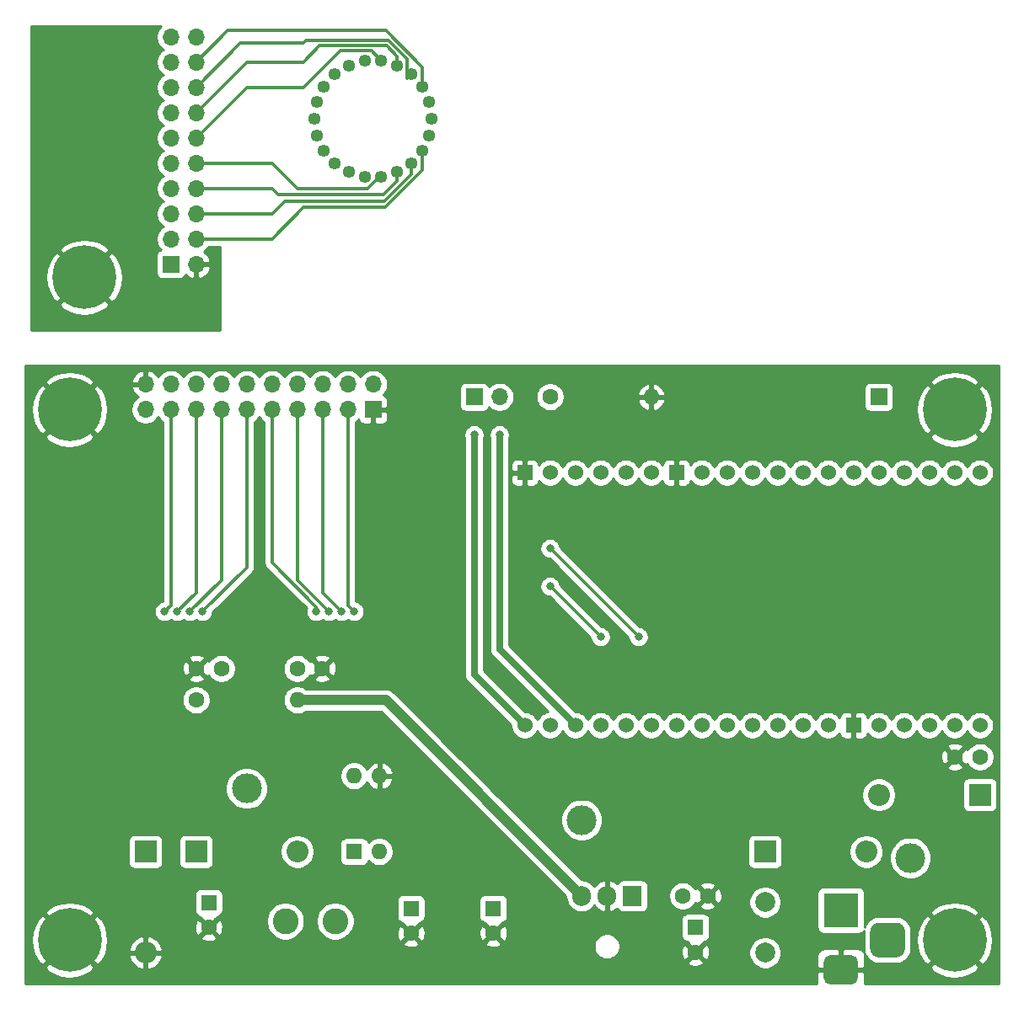
<source format=gbl>
G04 #@! TF.GenerationSoftware,KiCad,Pcbnew,(5.1.10)-1*
G04 #@! TF.CreationDate,2021-08-30T10:02:13-04:00*
G04 #@! TF.ProjectId,schematics,73636865-6d61-4746-9963-732e6b696361,rev?*
G04 #@! TF.SameCoordinates,Original*
G04 #@! TF.FileFunction,Copper,L2,Bot*
G04 #@! TF.FilePolarity,Positive*
%FSLAX46Y46*%
G04 Gerber Fmt 4.6, Leading zero omitted, Abs format (unit mm)*
G04 Created by KiCad (PCBNEW (5.1.10)-1) date 2021-08-30 10:02:13*
%MOMM*%
%LPD*%
G01*
G04 APERTURE LIST*
G04 #@! TA.AperFunction,ComponentPad*
%ADD10R,1.700000X1.700000*%
G04 #@! TD*
G04 #@! TA.AperFunction,ComponentPad*
%ADD11O,1.700000X1.700000*%
G04 #@! TD*
G04 #@! TA.AperFunction,ComponentPad*
%ADD12C,2.600000*%
G04 #@! TD*
G04 #@! TA.AperFunction,ComponentPad*
%ADD13O,1.905000X2.000000*%
G04 #@! TD*
G04 #@! TA.AperFunction,ComponentPad*
%ADD14R,1.905000X2.000000*%
G04 #@! TD*
G04 #@! TA.AperFunction,ComponentPad*
%ADD15C,6.400000*%
G04 #@! TD*
G04 #@! TA.AperFunction,ComponentPad*
%ADD16C,1.600000*%
G04 #@! TD*
G04 #@! TA.AperFunction,ComponentPad*
%ADD17O,1.600000X1.600000*%
G04 #@! TD*
G04 #@! TA.AperFunction,ComponentPad*
%ADD18O,2.200000X2.200000*%
G04 #@! TD*
G04 #@! TA.AperFunction,ComponentPad*
%ADD19R,2.200000X2.200000*%
G04 #@! TD*
G04 #@! TA.AperFunction,ComponentPad*
%ADD20O,1.270000X1.270000*%
G04 #@! TD*
G04 #@! TA.AperFunction,ComponentPad*
%ADD21C,3.000000*%
G04 #@! TD*
G04 #@! TA.AperFunction,ComponentPad*
%ADD22C,2.000000*%
G04 #@! TD*
G04 #@! TA.AperFunction,ComponentPad*
%ADD23R,3.500000X3.500000*%
G04 #@! TD*
G04 #@! TA.AperFunction,ComponentPad*
%ADD24R,1.524000X1.524000*%
G04 #@! TD*
G04 #@! TA.AperFunction,ComponentPad*
%ADD25C,1.524000*%
G04 #@! TD*
G04 #@! TA.AperFunction,ComponentPad*
%ADD26R,1.600000X1.600000*%
G04 #@! TD*
G04 #@! TA.AperFunction,ViaPad*
%ADD27C,0.800000*%
G04 #@! TD*
G04 #@! TA.AperFunction,Conductor*
%ADD28C,1.000000*%
G04 #@! TD*
G04 #@! TA.AperFunction,Conductor*
%ADD29C,0.300000*%
G04 #@! TD*
G04 #@! TA.AperFunction,Conductor*
%ADD30C,0.700000*%
G04 #@! TD*
G04 #@! TA.AperFunction,Conductor*
%ADD31C,0.254000*%
G04 #@! TD*
G04 #@! TA.AperFunction,Conductor*
%ADD32C,0.100000*%
G04 #@! TD*
G04 APERTURE END LIST*
D10*
X241300000Y-93345000D03*
D11*
X203200000Y-93345000D03*
D10*
X200660000Y-93345000D03*
D12*
X181690000Y-146050000D03*
X186690000Y-146050000D03*
D13*
X211455000Y-143510000D03*
X213995000Y-143510000D03*
D14*
X216535000Y-143510000D03*
D15*
X161490000Y-81320000D03*
D16*
X248960000Y-129540000D03*
X251460000Y-129540000D03*
D17*
X182880000Y-123825000D03*
D16*
X172720000Y-123825000D03*
D17*
X218440000Y-93345000D03*
D16*
X208280000Y-93345000D03*
D18*
X167640000Y-149225000D03*
D19*
X167640000Y-139065000D03*
D18*
X182880000Y-139065000D03*
D19*
X172720000Y-139065000D03*
D18*
X240030000Y-139065000D03*
D19*
X229870000Y-139065000D03*
D18*
X241300000Y-133350000D03*
D19*
X251460000Y-133350000D03*
D11*
X172720000Y-57150000D03*
X170180000Y-57150000D03*
X172720000Y-59690000D03*
X170180000Y-59690000D03*
X172720000Y-62230000D03*
X170180000Y-62230000D03*
X172720000Y-64770000D03*
X170180000Y-64770000D03*
X172720000Y-67310000D03*
X170180000Y-67310000D03*
X172720000Y-69850000D03*
X170180000Y-69850000D03*
X172720000Y-72390000D03*
X170180000Y-72390000D03*
X172720000Y-74930000D03*
X170180000Y-74930000D03*
X172720000Y-77470000D03*
X170180000Y-77470000D03*
X172720000Y-80010000D03*
D10*
X170180000Y-80010000D03*
D20*
X188039035Y-70743820D03*
X186626308Y-69835910D03*
X185526595Y-68566765D03*
X184828987Y-67039204D03*
X184590001Y-65376982D03*
X184828997Y-63714760D03*
X185526615Y-62187204D03*
X186626336Y-60918066D03*
X188039069Y-60010164D03*
X189650361Y-59537051D03*
X191329676Y-59537057D03*
X192940965Y-60010180D03*
X194353692Y-60918090D03*
X195453405Y-62187235D03*
X196151013Y-63714796D03*
X196389999Y-65377018D03*
X196151003Y-67039240D03*
X195453385Y-68566796D03*
X194353664Y-69835934D03*
X192940931Y-70743836D03*
X191329639Y-71216949D03*
X189650324Y-71216943D03*
D11*
X167640000Y-92075000D03*
X167640000Y-94615000D03*
X170180000Y-92075000D03*
X170180000Y-94615000D03*
X172720000Y-92075000D03*
X172720000Y-94615000D03*
X175260000Y-92075000D03*
X175260000Y-94615000D03*
X177800000Y-92075000D03*
X177800000Y-94615000D03*
X180340000Y-92075000D03*
X180340000Y-94615000D03*
X182880000Y-92075000D03*
X182880000Y-94615000D03*
X185420000Y-92075000D03*
X185420000Y-94615000D03*
X187960000Y-92075000D03*
X187960000Y-94615000D03*
X190500000Y-92075000D03*
D10*
X190500000Y-94615000D03*
D21*
X211455000Y-135890000D03*
X244475000Y-139700000D03*
X177800000Y-132715000D03*
D15*
X248920000Y-147955000D03*
X160020000Y-147955000D03*
X160020000Y-94615000D03*
X248920000Y-94615000D03*
D22*
X229870000Y-149225000D03*
X229880000Y-144145000D03*
G04 #@! TA.AperFunction,ComponentPad*
G36*
G01*
X243065000Y-149705000D02*
X241315000Y-149705000D01*
G75*
G02*
X240440000Y-148830000I0J875000D01*
G01*
X240440000Y-147080000D01*
G75*
G02*
X241315000Y-146205000I875000J0D01*
G01*
X243065000Y-146205000D01*
G75*
G02*
X243940000Y-147080000I0J-875000D01*
G01*
X243940000Y-148830000D01*
G75*
G02*
X243065000Y-149705000I-875000J0D01*
G01*
G37*
G04 #@! TD.AperFunction*
G04 #@! TA.AperFunction,ComponentPad*
G36*
G01*
X238490000Y-152455000D02*
X236490000Y-152455000D01*
G75*
G02*
X235740000Y-151705000I0J750000D01*
G01*
X235740000Y-150205000D01*
G75*
G02*
X236490000Y-149455000I750000J0D01*
G01*
X238490000Y-149455000D01*
G75*
G02*
X239240000Y-150205000I0J-750000D01*
G01*
X239240000Y-151705000D01*
G75*
G02*
X238490000Y-152455000I-750000J0D01*
G01*
G37*
G04 #@! TD.AperFunction*
D23*
X237490000Y-144955000D03*
D24*
X220980000Y-100965000D03*
X205740000Y-100965000D03*
D25*
X210820000Y-100965000D03*
X218440000Y-100965000D03*
X208280000Y-100965000D03*
X223520000Y-100965000D03*
X215900000Y-100965000D03*
X213360000Y-100965000D03*
X226060000Y-100965000D03*
X228600000Y-100965000D03*
X236220000Y-100965000D03*
X241300000Y-100965000D03*
X238760000Y-100965000D03*
X233680000Y-100965000D03*
X231140000Y-100965000D03*
X251460000Y-100965000D03*
X248920000Y-100965000D03*
X246380000Y-100965000D03*
X243840000Y-100965000D03*
X251460000Y-126365000D03*
X248920000Y-126365000D03*
X246380000Y-126365000D03*
X243840000Y-126365000D03*
X241300000Y-126365000D03*
D24*
X238760000Y-126365000D03*
D25*
X236220000Y-126365000D03*
X233680000Y-126365000D03*
X231140000Y-126365000D03*
X228600000Y-126365000D03*
X226060000Y-126365000D03*
X223520000Y-126365000D03*
X220980000Y-126365000D03*
X218440000Y-126365000D03*
X215900000Y-126365000D03*
X213360000Y-126365000D03*
X210820000Y-126365000D03*
X208280000Y-126365000D03*
X205740000Y-126365000D03*
D17*
X188595000Y-131445000D03*
X191135000Y-139065000D03*
X191135000Y-131445000D03*
D26*
X188595000Y-139065000D03*
D16*
X172760000Y-120650000D03*
X175260000Y-120650000D03*
X173990000Y-146685000D03*
D26*
X173990000Y-144185000D03*
D16*
X194310000Y-147280000D03*
D26*
X194310000Y-144780000D03*
D16*
X185380000Y-120650000D03*
X182880000Y-120650000D03*
X202565000Y-147280000D03*
D26*
X202565000Y-144780000D03*
D16*
X222885000Y-149185000D03*
D26*
X222885000Y-146685000D03*
D16*
X224115000Y-143510000D03*
X221615000Y-143510000D03*
D27*
X179070000Y-111125000D03*
X203200000Y-97155000D03*
X200659990Y-97155000D03*
X213360000Y-117475000D03*
X208280000Y-112394964D03*
X217170000Y-117474990D03*
X208280000Y-108585000D03*
X187325000Y-114935000D03*
X186055000Y-114935000D03*
X184785000Y-114935000D03*
X169545000Y-114935000D03*
X170815000Y-114935000D03*
X172085000Y-114935000D03*
X173355000Y-114935000D03*
X188595000Y-114935000D03*
D28*
X191770000Y-123825000D02*
X211455000Y-143510000D01*
X182880000Y-123825000D02*
X191770000Y-123825000D01*
D29*
X177800000Y-62230000D02*
X172720000Y-67310000D01*
X183515000Y-62230000D02*
X177800000Y-62230000D01*
X187192950Y-58552050D02*
X183515000Y-62230000D01*
X190344669Y-58552050D02*
X187192950Y-58552050D01*
X191329676Y-59537057D02*
X190344669Y-58552050D01*
X192940965Y-59112155D02*
X192940965Y-60010180D01*
X185152960Y-58052040D02*
X191880850Y-58052040D01*
X183515000Y-59690000D02*
X185152960Y-58052040D01*
X191880850Y-58052040D02*
X192940965Y-59112155D01*
X177800000Y-59690000D02*
X183515000Y-59690000D01*
X172720000Y-64770000D02*
X177800000Y-59690000D01*
X177165000Y-57785000D02*
X172720000Y-62230000D01*
X183515000Y-57785000D02*
X177165000Y-57785000D01*
X183747970Y-57552030D02*
X183515000Y-57785000D01*
X192087960Y-57552030D02*
X183747970Y-57552030D01*
X193925966Y-59390036D02*
X192087960Y-57552030D01*
X193925966Y-61345816D02*
X193925966Y-59390036D01*
X194353692Y-60918090D02*
X193925966Y-61345816D01*
X195453405Y-60210355D02*
X195453405Y-62187235D01*
X191758050Y-56515000D02*
X195453405Y-60210355D01*
X175895000Y-56515000D02*
X191758050Y-56515000D01*
X172720000Y-59690000D02*
X175895000Y-56515000D01*
X180340000Y-77470000D02*
X172720000Y-77470000D01*
X183515000Y-74295000D02*
X180340000Y-77470000D01*
X191702032Y-74295000D02*
X183515000Y-74295000D01*
X195453385Y-70543647D02*
X191702032Y-74295000D01*
X195453385Y-68566796D02*
X195453385Y-70543647D01*
X194353664Y-70936246D02*
X194353664Y-69835934D01*
X191629910Y-73660000D02*
X194353664Y-70936246D01*
X181610000Y-73660000D02*
X191629910Y-73660000D01*
X180340000Y-74930000D02*
X181610000Y-73660000D01*
X172720000Y-74930000D02*
X180340000Y-74930000D01*
X192940931Y-71641861D02*
X192940931Y-70743836D01*
X191557792Y-73025000D02*
X192940931Y-71641861D01*
X180340000Y-72390000D02*
X180975000Y-73025000D01*
X180975000Y-73025000D02*
X191557792Y-73025000D01*
X172720000Y-72390000D02*
X180340000Y-72390000D01*
X191108120Y-71216949D02*
X191329639Y-71216949D01*
X189935069Y-72390000D02*
X191108120Y-71216949D01*
X182880000Y-72390000D02*
X189935069Y-72390000D01*
X180340000Y-69850000D02*
X182880000Y-72390000D01*
X172720000Y-69850000D02*
X180340000Y-69850000D01*
D30*
X210820000Y-126365000D02*
X203200000Y-118745000D01*
X203200000Y-118745000D02*
X203200000Y-97155000D01*
X205740000Y-126365000D02*
X200659990Y-121284990D01*
X200659990Y-121284990D02*
X200659990Y-97155000D01*
D29*
X213360000Y-117475000D02*
X208280000Y-112395000D01*
X217170000Y-117474990D02*
X208280010Y-108585000D01*
X185420000Y-113030000D02*
X185420000Y-94615000D01*
X187325000Y-114935000D02*
X185420000Y-113030000D01*
X182880000Y-111760000D02*
X182880000Y-94615000D01*
X186055000Y-114935000D02*
X182880000Y-111760000D01*
X180340000Y-110020002D02*
X180340000Y-94615000D01*
X184785000Y-114465002D02*
X180340000Y-110020002D01*
X184785000Y-114935000D02*
X184785000Y-114465002D01*
X170180000Y-94615000D02*
X170180000Y-114300000D01*
X170180000Y-114300000D02*
X169545000Y-114935000D01*
X172720000Y-94615000D02*
X172720000Y-113030000D01*
X172720000Y-113030000D02*
X170815000Y-114935000D01*
X175260000Y-94615000D02*
X175260000Y-111760000D01*
X175260000Y-111760000D02*
X172085000Y-114935000D01*
X177800000Y-94615000D02*
X177800000Y-110490000D01*
X177800000Y-110490000D02*
X173355000Y-114935000D01*
X187960000Y-114300000D02*
X187960000Y-94615000D01*
X188595000Y-114935000D02*
X187960000Y-114300000D01*
D31*
X253340001Y-152375000D02*
X239877870Y-152375000D01*
X239875000Y-151240750D01*
X239716250Y-151082000D01*
X237617000Y-151082000D01*
X237617000Y-151102000D01*
X237363000Y-151102000D01*
X237363000Y-151082000D01*
X235263750Y-151082000D01*
X235105000Y-151240750D01*
X235102130Y-152375000D01*
X155600000Y-152375000D01*
X155600000Y-150655881D01*
X157498724Y-150655881D01*
X157858912Y-151145548D01*
X158522882Y-151505849D01*
X159244385Y-151729694D01*
X159995695Y-151808480D01*
X160747938Y-151739178D01*
X161472208Y-151524452D01*
X162140670Y-151172555D01*
X162181088Y-151145548D01*
X162541276Y-150655881D01*
X160020000Y-148134605D01*
X157498724Y-150655881D01*
X155600000Y-150655881D01*
X155600000Y-147930695D01*
X156166520Y-147930695D01*
X156235822Y-148682938D01*
X156450548Y-149407208D01*
X156802445Y-150075670D01*
X156829452Y-150116088D01*
X157319119Y-150476276D01*
X159840395Y-147955000D01*
X160199605Y-147955000D01*
X162720881Y-150476276D01*
X163210548Y-150116088D01*
X163479139Y-149621123D01*
X165950821Y-149621123D01*
X166060558Y-149943054D01*
X166230992Y-150237391D01*
X166455573Y-150492822D01*
X166725671Y-150699531D01*
X167030906Y-150849575D01*
X167243878Y-150914175D01*
X167513000Y-150796125D01*
X167513000Y-149352000D01*
X167767000Y-149352000D01*
X167767000Y-150796125D01*
X168036122Y-150914175D01*
X168249094Y-150849575D01*
X168554329Y-150699531D01*
X168824427Y-150492822D01*
X169049008Y-150237391D01*
X169083570Y-150177702D01*
X222071903Y-150177702D01*
X222143486Y-150421671D01*
X222398996Y-150542571D01*
X222673184Y-150611300D01*
X222955512Y-150625217D01*
X223235130Y-150583787D01*
X223501292Y-150488603D01*
X223626514Y-150421671D01*
X223698097Y-150177702D01*
X222885000Y-149364605D01*
X222071903Y-150177702D01*
X169083570Y-150177702D01*
X169219442Y-149943054D01*
X169329179Y-149621123D01*
X169211600Y-149352000D01*
X167767000Y-149352000D01*
X167513000Y-149352000D01*
X166068400Y-149352000D01*
X165950821Y-149621123D01*
X163479139Y-149621123D01*
X163570849Y-149452118D01*
X163764208Y-148828877D01*
X165950821Y-148828877D01*
X166068400Y-149098000D01*
X167513000Y-149098000D01*
X167513000Y-147653875D01*
X167767000Y-147653875D01*
X167767000Y-149098000D01*
X169211600Y-149098000D01*
X169329179Y-148828877D01*
X169219442Y-148506946D01*
X169083805Y-148272702D01*
X193496903Y-148272702D01*
X193568486Y-148516671D01*
X193823996Y-148637571D01*
X194098184Y-148706300D01*
X194380512Y-148720217D01*
X194660130Y-148678787D01*
X194926292Y-148583603D01*
X195051514Y-148516671D01*
X195123097Y-148272702D01*
X201751903Y-148272702D01*
X201823486Y-148516671D01*
X202078996Y-148637571D01*
X202353184Y-148706300D01*
X202635512Y-148720217D01*
X202915130Y-148678787D01*
X203181292Y-148583603D01*
X203306514Y-148516671D01*
X203322817Y-148461107D01*
X212686332Y-148461107D01*
X212686332Y-148718893D01*
X212736623Y-148971724D01*
X212835274Y-149209887D01*
X212978491Y-149424227D01*
X213160773Y-149606509D01*
X213375113Y-149749726D01*
X213613276Y-149848377D01*
X213866107Y-149898668D01*
X214123893Y-149898668D01*
X214376724Y-149848377D01*
X214614887Y-149749726D01*
X214829227Y-149606509D01*
X215011509Y-149424227D01*
X215124240Y-149255512D01*
X221444783Y-149255512D01*
X221486213Y-149535130D01*
X221581397Y-149801292D01*
X221648329Y-149926514D01*
X221892298Y-149998097D01*
X222705395Y-149185000D01*
X223064605Y-149185000D01*
X223877702Y-149998097D01*
X224121671Y-149926514D01*
X224242571Y-149671004D01*
X224311300Y-149396816D01*
X224325217Y-149114488D01*
X224317732Y-149063967D01*
X228235000Y-149063967D01*
X228235000Y-149386033D01*
X228297832Y-149701912D01*
X228421082Y-149999463D01*
X228600013Y-150267252D01*
X228827748Y-150494987D01*
X229095537Y-150673918D01*
X229393088Y-150797168D01*
X229708967Y-150860000D01*
X230031033Y-150860000D01*
X230346912Y-150797168D01*
X230644463Y-150673918D01*
X230912252Y-150494987D01*
X231139987Y-150267252D01*
X231318918Y-149999463D01*
X231442168Y-149701912D01*
X231491281Y-149455000D01*
X235101928Y-149455000D01*
X235105000Y-150669250D01*
X235263750Y-150828000D01*
X237363000Y-150828000D01*
X237363000Y-148978750D01*
X237617000Y-148978750D01*
X237617000Y-150828000D01*
X239716250Y-150828000D01*
X239875000Y-150669250D01*
X239875033Y-150655881D01*
X246398724Y-150655881D01*
X246758912Y-151145548D01*
X247422882Y-151505849D01*
X248144385Y-151729694D01*
X248895695Y-151808480D01*
X249647938Y-151739178D01*
X250372208Y-151524452D01*
X251040670Y-151172555D01*
X251081088Y-151145548D01*
X251441276Y-150655881D01*
X248920000Y-148134605D01*
X246398724Y-150655881D01*
X239875033Y-150655881D01*
X239878072Y-149455000D01*
X239865812Y-149330518D01*
X239829502Y-149210820D01*
X239770537Y-149100506D01*
X239691185Y-149003815D01*
X239594494Y-148924463D01*
X239484180Y-148865498D01*
X239364482Y-148829188D01*
X239240000Y-148816928D01*
X237775750Y-148820000D01*
X237617000Y-148978750D01*
X237363000Y-148978750D01*
X237204250Y-148820000D01*
X235740000Y-148816928D01*
X235615518Y-148829188D01*
X235495820Y-148865498D01*
X235385506Y-148924463D01*
X235288815Y-149003815D01*
X235209463Y-149100506D01*
X235150498Y-149210820D01*
X235114188Y-149330518D01*
X235101928Y-149455000D01*
X231491281Y-149455000D01*
X231505000Y-149386033D01*
X231505000Y-149063967D01*
X231442168Y-148748088D01*
X231318918Y-148450537D01*
X231139987Y-148182748D01*
X230912252Y-147955013D01*
X230644463Y-147776082D01*
X230346912Y-147652832D01*
X230031033Y-147590000D01*
X229708967Y-147590000D01*
X229393088Y-147652832D01*
X229095537Y-147776082D01*
X228827748Y-147955013D01*
X228600013Y-148182748D01*
X228421082Y-148450537D01*
X228297832Y-148748088D01*
X228235000Y-149063967D01*
X224317732Y-149063967D01*
X224283787Y-148834870D01*
X224188603Y-148568708D01*
X224121671Y-148443486D01*
X223877702Y-148371903D01*
X223064605Y-149185000D01*
X222705395Y-149185000D01*
X221892298Y-148371903D01*
X221648329Y-148443486D01*
X221527429Y-148698996D01*
X221458700Y-148973184D01*
X221444783Y-149255512D01*
X215124240Y-149255512D01*
X215154726Y-149209887D01*
X215253377Y-148971724D01*
X215303668Y-148718893D01*
X215303668Y-148461107D01*
X215253377Y-148208276D01*
X215154726Y-147970113D01*
X215011509Y-147755773D01*
X214829227Y-147573491D01*
X214614887Y-147430274D01*
X214376724Y-147331623D01*
X214123893Y-147281332D01*
X213866107Y-147281332D01*
X213613276Y-147331623D01*
X213375113Y-147430274D01*
X213160773Y-147573491D01*
X212978491Y-147755773D01*
X212835274Y-147970113D01*
X212736623Y-148208276D01*
X212686332Y-148461107D01*
X203322817Y-148461107D01*
X203378097Y-148272702D01*
X202565000Y-147459605D01*
X201751903Y-148272702D01*
X195123097Y-148272702D01*
X194310000Y-147459605D01*
X193496903Y-148272702D01*
X169083805Y-148272702D01*
X169049008Y-148212609D01*
X168824427Y-147957178D01*
X168554329Y-147750469D01*
X168406299Y-147677702D01*
X173176903Y-147677702D01*
X173248486Y-147921671D01*
X173503996Y-148042571D01*
X173778184Y-148111300D01*
X174060512Y-148125217D01*
X174340130Y-148083787D01*
X174606292Y-147988603D01*
X174731514Y-147921671D01*
X174803097Y-147677702D01*
X173990000Y-146864605D01*
X173176903Y-147677702D01*
X168406299Y-147677702D01*
X168249094Y-147600425D01*
X168036122Y-147535825D01*
X167767000Y-147653875D01*
X167513000Y-147653875D01*
X167243878Y-147535825D01*
X167030906Y-147600425D01*
X166725671Y-147750469D01*
X166455573Y-147957178D01*
X166230992Y-148212609D01*
X166060558Y-148506946D01*
X165950821Y-148828877D01*
X163764208Y-148828877D01*
X163794694Y-148730615D01*
X163873480Y-147979305D01*
X163804178Y-147227062D01*
X163664377Y-146755512D01*
X172549783Y-146755512D01*
X172591213Y-147035130D01*
X172686397Y-147301292D01*
X172753329Y-147426514D01*
X172997298Y-147498097D01*
X173810395Y-146685000D01*
X174169605Y-146685000D01*
X174982702Y-147498097D01*
X175226671Y-147426514D01*
X175347571Y-147171004D01*
X175416300Y-146896816D01*
X175430217Y-146614488D01*
X175388787Y-146334870D01*
X175293603Y-146068708D01*
X175226671Y-145943486D01*
X174982702Y-145871903D01*
X174169605Y-146685000D01*
X173810395Y-146685000D01*
X172997298Y-145871903D01*
X172753329Y-145943486D01*
X172632429Y-146198996D01*
X172563700Y-146473184D01*
X172549783Y-146755512D01*
X163664377Y-146755512D01*
X163589452Y-146502792D01*
X163237555Y-145834330D01*
X163210548Y-145793912D01*
X162720881Y-145433724D01*
X160199605Y-147955000D01*
X159840395Y-147955000D01*
X157319119Y-145433724D01*
X156829452Y-145793912D01*
X156469151Y-146457882D01*
X156245306Y-147179385D01*
X156166520Y-147930695D01*
X155600000Y-147930695D01*
X155600000Y-145254119D01*
X157498724Y-145254119D01*
X160020000Y-147775395D01*
X162541276Y-145254119D01*
X162181088Y-144764452D01*
X161517118Y-144404151D01*
X160795615Y-144180306D01*
X160044305Y-144101520D01*
X159292062Y-144170822D01*
X158567792Y-144385548D01*
X157899330Y-144737445D01*
X157858912Y-144764452D01*
X157498724Y-145254119D01*
X155600000Y-145254119D01*
X155600000Y-143385000D01*
X172551928Y-143385000D01*
X172551928Y-144985000D01*
X172564188Y-145109482D01*
X172600498Y-145229180D01*
X172659463Y-145339494D01*
X172738815Y-145436185D01*
X172835506Y-145515537D01*
X172945820Y-145574502D01*
X173065518Y-145610812D01*
X173190000Y-145623072D01*
X173197215Y-145623072D01*
X173176903Y-145692298D01*
X173990000Y-146505395D01*
X174635976Y-145859419D01*
X179755000Y-145859419D01*
X179755000Y-146240581D01*
X179829361Y-146614419D01*
X179975225Y-146966566D01*
X180186987Y-147283491D01*
X180456509Y-147553013D01*
X180773434Y-147764775D01*
X181125581Y-147910639D01*
X181499419Y-147985000D01*
X181880581Y-147985000D01*
X182254419Y-147910639D01*
X182606566Y-147764775D01*
X182923491Y-147553013D01*
X183193013Y-147283491D01*
X183404775Y-146966566D01*
X183550639Y-146614419D01*
X183625000Y-146240581D01*
X183625000Y-145859419D01*
X184755000Y-145859419D01*
X184755000Y-146240581D01*
X184829361Y-146614419D01*
X184975225Y-146966566D01*
X185186987Y-147283491D01*
X185456509Y-147553013D01*
X185773434Y-147764775D01*
X186125581Y-147910639D01*
X186499419Y-147985000D01*
X186880581Y-147985000D01*
X187254419Y-147910639D01*
X187606566Y-147764775D01*
X187923491Y-147553013D01*
X188125992Y-147350512D01*
X192869783Y-147350512D01*
X192911213Y-147630130D01*
X193006397Y-147896292D01*
X193073329Y-148021514D01*
X193317298Y-148093097D01*
X194130395Y-147280000D01*
X194489605Y-147280000D01*
X195302702Y-148093097D01*
X195546671Y-148021514D01*
X195667571Y-147766004D01*
X195736300Y-147491816D01*
X195743265Y-147350512D01*
X201124783Y-147350512D01*
X201166213Y-147630130D01*
X201261397Y-147896292D01*
X201328329Y-148021514D01*
X201572298Y-148093097D01*
X202385395Y-147280000D01*
X202744605Y-147280000D01*
X203557702Y-148093097D01*
X203801671Y-148021514D01*
X203922571Y-147766004D01*
X203991300Y-147491816D01*
X204005217Y-147209488D01*
X203963787Y-146929870D01*
X203868603Y-146663708D01*
X203801671Y-146538486D01*
X203557702Y-146466903D01*
X202744605Y-147280000D01*
X202385395Y-147280000D01*
X201572298Y-146466903D01*
X201328329Y-146538486D01*
X201207429Y-146793996D01*
X201138700Y-147068184D01*
X201124783Y-147350512D01*
X195743265Y-147350512D01*
X195750217Y-147209488D01*
X195708787Y-146929870D01*
X195613603Y-146663708D01*
X195546671Y-146538486D01*
X195302702Y-146466903D01*
X194489605Y-147280000D01*
X194130395Y-147280000D01*
X193317298Y-146466903D01*
X193073329Y-146538486D01*
X192952429Y-146793996D01*
X192883700Y-147068184D01*
X192869783Y-147350512D01*
X188125992Y-147350512D01*
X188193013Y-147283491D01*
X188404775Y-146966566D01*
X188550639Y-146614419D01*
X188625000Y-146240581D01*
X188625000Y-145859419D01*
X188550639Y-145485581D01*
X188404775Y-145133434D01*
X188193013Y-144816509D01*
X187923491Y-144546987D01*
X187606566Y-144335225D01*
X187254419Y-144189361D01*
X186880581Y-144115000D01*
X186499419Y-144115000D01*
X186125581Y-144189361D01*
X185773434Y-144335225D01*
X185456509Y-144546987D01*
X185186987Y-144816509D01*
X184975225Y-145133434D01*
X184829361Y-145485581D01*
X184755000Y-145859419D01*
X183625000Y-145859419D01*
X183550639Y-145485581D01*
X183404775Y-145133434D01*
X183193013Y-144816509D01*
X182923491Y-144546987D01*
X182606566Y-144335225D01*
X182254419Y-144189361D01*
X181880581Y-144115000D01*
X181499419Y-144115000D01*
X181125581Y-144189361D01*
X180773434Y-144335225D01*
X180456509Y-144546987D01*
X180186987Y-144816509D01*
X179975225Y-145133434D01*
X179829361Y-145485581D01*
X179755000Y-145859419D01*
X174635976Y-145859419D01*
X174803097Y-145692298D01*
X174782785Y-145623072D01*
X174790000Y-145623072D01*
X174914482Y-145610812D01*
X175034180Y-145574502D01*
X175144494Y-145515537D01*
X175241185Y-145436185D01*
X175320537Y-145339494D01*
X175379502Y-145229180D01*
X175415812Y-145109482D01*
X175428072Y-144985000D01*
X175428072Y-143980000D01*
X192871928Y-143980000D01*
X192871928Y-145580000D01*
X192884188Y-145704482D01*
X192920498Y-145824180D01*
X192979463Y-145934494D01*
X193058815Y-146031185D01*
X193155506Y-146110537D01*
X193265820Y-146169502D01*
X193385518Y-146205812D01*
X193510000Y-146218072D01*
X193517215Y-146218072D01*
X193496903Y-146287298D01*
X194310000Y-147100395D01*
X195123097Y-146287298D01*
X195102785Y-146218072D01*
X195110000Y-146218072D01*
X195234482Y-146205812D01*
X195354180Y-146169502D01*
X195464494Y-146110537D01*
X195561185Y-146031185D01*
X195640537Y-145934494D01*
X195699502Y-145824180D01*
X195735812Y-145704482D01*
X195748072Y-145580000D01*
X195748072Y-143980000D01*
X201126928Y-143980000D01*
X201126928Y-145580000D01*
X201139188Y-145704482D01*
X201175498Y-145824180D01*
X201234463Y-145934494D01*
X201313815Y-146031185D01*
X201410506Y-146110537D01*
X201520820Y-146169502D01*
X201640518Y-146205812D01*
X201765000Y-146218072D01*
X201772215Y-146218072D01*
X201751903Y-146287298D01*
X202565000Y-147100395D01*
X203378097Y-146287298D01*
X203357785Y-146218072D01*
X203365000Y-146218072D01*
X203489482Y-146205812D01*
X203609180Y-146169502D01*
X203719494Y-146110537D01*
X203816185Y-146031185D01*
X203895537Y-145934494D01*
X203921992Y-145885000D01*
X221446928Y-145885000D01*
X221446928Y-147485000D01*
X221459188Y-147609482D01*
X221495498Y-147729180D01*
X221554463Y-147839494D01*
X221633815Y-147936185D01*
X221730506Y-148015537D01*
X221840820Y-148074502D01*
X221960518Y-148110812D01*
X222085000Y-148123072D01*
X222092215Y-148123072D01*
X222071903Y-148192298D01*
X222885000Y-149005395D01*
X223698097Y-148192298D01*
X223677785Y-148123072D01*
X223685000Y-148123072D01*
X223809482Y-148110812D01*
X223929180Y-148074502D01*
X224039494Y-148015537D01*
X224136185Y-147936185D01*
X224215537Y-147839494D01*
X224274502Y-147729180D01*
X224310812Y-147609482D01*
X224323072Y-147485000D01*
X224323072Y-145885000D01*
X224310812Y-145760518D01*
X224274502Y-145640820D01*
X224215537Y-145530506D01*
X224136185Y-145433815D01*
X224039494Y-145354463D01*
X223929180Y-145295498D01*
X223809482Y-145259188D01*
X223685000Y-145246928D01*
X222085000Y-145246928D01*
X221960518Y-145259188D01*
X221840820Y-145295498D01*
X221730506Y-145354463D01*
X221633815Y-145433815D01*
X221554463Y-145530506D01*
X221495498Y-145640820D01*
X221459188Y-145760518D01*
X221446928Y-145885000D01*
X203921992Y-145885000D01*
X203954502Y-145824180D01*
X203990812Y-145704482D01*
X204003072Y-145580000D01*
X204003072Y-143980000D01*
X203990812Y-143855518D01*
X203954502Y-143735820D01*
X203895537Y-143625506D01*
X203816185Y-143528815D01*
X203719494Y-143449463D01*
X203609180Y-143390498D01*
X203489482Y-143354188D01*
X203365000Y-143341928D01*
X201765000Y-143341928D01*
X201640518Y-143354188D01*
X201520820Y-143390498D01*
X201410506Y-143449463D01*
X201313815Y-143528815D01*
X201234463Y-143625506D01*
X201175498Y-143735820D01*
X201139188Y-143855518D01*
X201126928Y-143980000D01*
X195748072Y-143980000D01*
X195735812Y-143855518D01*
X195699502Y-143735820D01*
X195640537Y-143625506D01*
X195561185Y-143528815D01*
X195464494Y-143449463D01*
X195354180Y-143390498D01*
X195234482Y-143354188D01*
X195110000Y-143341928D01*
X193510000Y-143341928D01*
X193385518Y-143354188D01*
X193265820Y-143390498D01*
X193155506Y-143449463D01*
X193058815Y-143528815D01*
X192979463Y-143625506D01*
X192920498Y-143735820D01*
X192884188Y-143855518D01*
X192871928Y-143980000D01*
X175428072Y-143980000D01*
X175428072Y-143385000D01*
X175415812Y-143260518D01*
X175379502Y-143140820D01*
X175320537Y-143030506D01*
X175241185Y-142933815D01*
X175144494Y-142854463D01*
X175034180Y-142795498D01*
X174914482Y-142759188D01*
X174790000Y-142746928D01*
X173190000Y-142746928D01*
X173065518Y-142759188D01*
X172945820Y-142795498D01*
X172835506Y-142854463D01*
X172738815Y-142933815D01*
X172659463Y-143030506D01*
X172600498Y-143140820D01*
X172564188Y-143260518D01*
X172551928Y-143385000D01*
X155600000Y-143385000D01*
X155600000Y-137965000D01*
X165901928Y-137965000D01*
X165901928Y-140165000D01*
X165914188Y-140289482D01*
X165950498Y-140409180D01*
X166009463Y-140519494D01*
X166088815Y-140616185D01*
X166185506Y-140695537D01*
X166295820Y-140754502D01*
X166415518Y-140790812D01*
X166540000Y-140803072D01*
X168740000Y-140803072D01*
X168864482Y-140790812D01*
X168984180Y-140754502D01*
X169094494Y-140695537D01*
X169191185Y-140616185D01*
X169270537Y-140519494D01*
X169329502Y-140409180D01*
X169365812Y-140289482D01*
X169378072Y-140165000D01*
X169378072Y-137965000D01*
X170981928Y-137965000D01*
X170981928Y-140165000D01*
X170994188Y-140289482D01*
X171030498Y-140409180D01*
X171089463Y-140519494D01*
X171168815Y-140616185D01*
X171265506Y-140695537D01*
X171375820Y-140754502D01*
X171495518Y-140790812D01*
X171620000Y-140803072D01*
X173820000Y-140803072D01*
X173944482Y-140790812D01*
X174064180Y-140754502D01*
X174174494Y-140695537D01*
X174271185Y-140616185D01*
X174350537Y-140519494D01*
X174409502Y-140409180D01*
X174445812Y-140289482D01*
X174458072Y-140165000D01*
X174458072Y-138894117D01*
X181145000Y-138894117D01*
X181145000Y-139235883D01*
X181211675Y-139571081D01*
X181342463Y-139886831D01*
X181532337Y-140170998D01*
X181774002Y-140412663D01*
X182058169Y-140602537D01*
X182373919Y-140733325D01*
X182709117Y-140800000D01*
X183050883Y-140800000D01*
X183386081Y-140733325D01*
X183701831Y-140602537D01*
X183985998Y-140412663D01*
X184227663Y-140170998D01*
X184417537Y-139886831D01*
X184548325Y-139571081D01*
X184615000Y-139235883D01*
X184615000Y-138894117D01*
X184548325Y-138558919D01*
X184426580Y-138265000D01*
X187156928Y-138265000D01*
X187156928Y-139865000D01*
X187169188Y-139989482D01*
X187205498Y-140109180D01*
X187264463Y-140219494D01*
X187343815Y-140316185D01*
X187440506Y-140395537D01*
X187550820Y-140454502D01*
X187670518Y-140490812D01*
X187795000Y-140503072D01*
X189395000Y-140503072D01*
X189519482Y-140490812D01*
X189639180Y-140454502D01*
X189749494Y-140395537D01*
X189846185Y-140316185D01*
X189925537Y-140219494D01*
X189984502Y-140109180D01*
X190020812Y-139989482D01*
X190021643Y-139981039D01*
X190220241Y-140179637D01*
X190455273Y-140336680D01*
X190716426Y-140444853D01*
X190993665Y-140500000D01*
X191276335Y-140500000D01*
X191553574Y-140444853D01*
X191814727Y-140336680D01*
X192049759Y-140179637D01*
X192249637Y-139979759D01*
X192406680Y-139744727D01*
X192514853Y-139483574D01*
X192570000Y-139206335D01*
X192570000Y-138923665D01*
X192514853Y-138646426D01*
X192406680Y-138385273D01*
X192249637Y-138150241D01*
X192049759Y-137950363D01*
X191814727Y-137793320D01*
X191553574Y-137685147D01*
X191276335Y-137630000D01*
X190993665Y-137630000D01*
X190716426Y-137685147D01*
X190455273Y-137793320D01*
X190220241Y-137950363D01*
X190021643Y-138148961D01*
X190020812Y-138140518D01*
X189984502Y-138020820D01*
X189925537Y-137910506D01*
X189846185Y-137813815D01*
X189749494Y-137734463D01*
X189639180Y-137675498D01*
X189519482Y-137639188D01*
X189395000Y-137626928D01*
X187795000Y-137626928D01*
X187670518Y-137639188D01*
X187550820Y-137675498D01*
X187440506Y-137734463D01*
X187343815Y-137813815D01*
X187264463Y-137910506D01*
X187205498Y-138020820D01*
X187169188Y-138140518D01*
X187156928Y-138265000D01*
X184426580Y-138265000D01*
X184417537Y-138243169D01*
X184227663Y-137959002D01*
X183985998Y-137717337D01*
X183701831Y-137527463D01*
X183386081Y-137396675D01*
X183050883Y-137330000D01*
X182709117Y-137330000D01*
X182373919Y-137396675D01*
X182058169Y-137527463D01*
X181774002Y-137717337D01*
X181532337Y-137959002D01*
X181342463Y-138243169D01*
X181211675Y-138558919D01*
X181145000Y-138894117D01*
X174458072Y-138894117D01*
X174458072Y-137965000D01*
X174445812Y-137840518D01*
X174409502Y-137720820D01*
X174350537Y-137610506D01*
X174271185Y-137513815D01*
X174174494Y-137434463D01*
X174064180Y-137375498D01*
X173944482Y-137339188D01*
X173820000Y-137326928D01*
X171620000Y-137326928D01*
X171495518Y-137339188D01*
X171375820Y-137375498D01*
X171265506Y-137434463D01*
X171168815Y-137513815D01*
X171089463Y-137610506D01*
X171030498Y-137720820D01*
X170994188Y-137840518D01*
X170981928Y-137965000D01*
X169378072Y-137965000D01*
X169365812Y-137840518D01*
X169329502Y-137720820D01*
X169270537Y-137610506D01*
X169191185Y-137513815D01*
X169094494Y-137434463D01*
X168984180Y-137375498D01*
X168864482Y-137339188D01*
X168740000Y-137326928D01*
X166540000Y-137326928D01*
X166415518Y-137339188D01*
X166295820Y-137375498D01*
X166185506Y-137434463D01*
X166088815Y-137513815D01*
X166009463Y-137610506D01*
X165950498Y-137720820D01*
X165914188Y-137840518D01*
X165901928Y-137965000D01*
X155600000Y-137965000D01*
X155600000Y-132504721D01*
X175665000Y-132504721D01*
X175665000Y-132925279D01*
X175747047Y-133337756D01*
X175907988Y-133726302D01*
X176141637Y-134075983D01*
X176439017Y-134373363D01*
X176788698Y-134607012D01*
X177177244Y-134767953D01*
X177589721Y-134850000D01*
X178010279Y-134850000D01*
X178422756Y-134767953D01*
X178811302Y-134607012D01*
X179160983Y-134373363D01*
X179458363Y-134075983D01*
X179692012Y-133726302D01*
X179852953Y-133337756D01*
X179935000Y-132925279D01*
X179935000Y-132504721D01*
X179852953Y-132092244D01*
X179692012Y-131703698D01*
X179458363Y-131354017D01*
X179408011Y-131303665D01*
X187160000Y-131303665D01*
X187160000Y-131586335D01*
X187215147Y-131863574D01*
X187323320Y-132124727D01*
X187480363Y-132359759D01*
X187680241Y-132559637D01*
X187915273Y-132716680D01*
X188176426Y-132824853D01*
X188453665Y-132880000D01*
X188736335Y-132880000D01*
X189013574Y-132824853D01*
X189274727Y-132716680D01*
X189509759Y-132559637D01*
X189709637Y-132359759D01*
X189866680Y-132124727D01*
X189871067Y-132114135D01*
X189982615Y-132300131D01*
X190171586Y-132508519D01*
X190397580Y-132676037D01*
X190651913Y-132796246D01*
X190785961Y-132836904D01*
X191008000Y-132714915D01*
X191008000Y-131572000D01*
X191262000Y-131572000D01*
X191262000Y-132714915D01*
X191484039Y-132836904D01*
X191618087Y-132796246D01*
X191872420Y-132676037D01*
X192098414Y-132508519D01*
X192287385Y-132300131D01*
X192432070Y-132058881D01*
X192526909Y-131794040D01*
X192405624Y-131572000D01*
X191262000Y-131572000D01*
X191008000Y-131572000D01*
X190988000Y-131572000D01*
X190988000Y-131318000D01*
X191008000Y-131318000D01*
X191008000Y-130175085D01*
X191262000Y-130175085D01*
X191262000Y-131318000D01*
X192405624Y-131318000D01*
X192526909Y-131095960D01*
X192432070Y-130831119D01*
X192287385Y-130589869D01*
X192098414Y-130381481D01*
X191872420Y-130213963D01*
X191618087Y-130093754D01*
X191484039Y-130053096D01*
X191262000Y-130175085D01*
X191008000Y-130175085D01*
X190785961Y-130053096D01*
X190651913Y-130093754D01*
X190397580Y-130213963D01*
X190171586Y-130381481D01*
X189982615Y-130589869D01*
X189871067Y-130775865D01*
X189866680Y-130765273D01*
X189709637Y-130530241D01*
X189509759Y-130330363D01*
X189274727Y-130173320D01*
X189013574Y-130065147D01*
X188736335Y-130010000D01*
X188453665Y-130010000D01*
X188176426Y-130065147D01*
X187915273Y-130173320D01*
X187680241Y-130330363D01*
X187480363Y-130530241D01*
X187323320Y-130765273D01*
X187215147Y-131026426D01*
X187160000Y-131303665D01*
X179408011Y-131303665D01*
X179160983Y-131056637D01*
X178811302Y-130822988D01*
X178422756Y-130662047D01*
X178010279Y-130580000D01*
X177589721Y-130580000D01*
X177177244Y-130662047D01*
X176788698Y-130822988D01*
X176439017Y-131056637D01*
X176141637Y-131354017D01*
X175907988Y-131703698D01*
X175747047Y-132092244D01*
X175665000Y-132504721D01*
X155600000Y-132504721D01*
X155600000Y-123683665D01*
X171285000Y-123683665D01*
X171285000Y-123966335D01*
X171340147Y-124243574D01*
X171448320Y-124504727D01*
X171605363Y-124739759D01*
X171805241Y-124939637D01*
X172040273Y-125096680D01*
X172301426Y-125204853D01*
X172578665Y-125260000D01*
X172861335Y-125260000D01*
X173138574Y-125204853D01*
X173399727Y-125096680D01*
X173634759Y-124939637D01*
X173834637Y-124739759D01*
X173991680Y-124504727D01*
X174099853Y-124243574D01*
X174155000Y-123966335D01*
X174155000Y-123683665D01*
X181445000Y-123683665D01*
X181445000Y-123966335D01*
X181500147Y-124243574D01*
X181608320Y-124504727D01*
X181765363Y-124739759D01*
X181965241Y-124939637D01*
X182200273Y-125096680D01*
X182461426Y-125204853D01*
X182738665Y-125260000D01*
X183021335Y-125260000D01*
X183298574Y-125204853D01*
X183559727Y-125096680D01*
X183764284Y-124960000D01*
X191299869Y-124960000D01*
X209867500Y-143527632D01*
X209867500Y-143635485D01*
X209890470Y-143868703D01*
X209981245Y-144167948D01*
X210128655Y-144443734D01*
X210327037Y-144685463D01*
X210568765Y-144883845D01*
X210844551Y-145031255D01*
X211143796Y-145122030D01*
X211455000Y-145152681D01*
X211766203Y-145122030D01*
X212065448Y-145031255D01*
X212341234Y-144883845D01*
X212582963Y-144685463D01*
X212730163Y-144506101D01*
X212885563Y-144691315D01*
X213128077Y-144885969D01*
X213403906Y-145029571D01*
X213622020Y-145100563D01*
X213868000Y-144980594D01*
X213868000Y-143637000D01*
X213848000Y-143637000D01*
X213848000Y-143383000D01*
X213868000Y-143383000D01*
X213868000Y-142039406D01*
X214122000Y-142039406D01*
X214122000Y-143383000D01*
X214142000Y-143383000D01*
X214142000Y-143637000D01*
X214122000Y-143637000D01*
X214122000Y-144980594D01*
X214367980Y-145100563D01*
X214586094Y-145029571D01*
X214861923Y-144885969D01*
X215002941Y-144772781D01*
X215051963Y-144864494D01*
X215131315Y-144961185D01*
X215228006Y-145040537D01*
X215338320Y-145099502D01*
X215458018Y-145135812D01*
X215582500Y-145148072D01*
X217487500Y-145148072D01*
X217611982Y-145135812D01*
X217731680Y-145099502D01*
X217841994Y-145040537D01*
X217938685Y-144961185D01*
X218018037Y-144864494D01*
X218077002Y-144754180D01*
X218113312Y-144634482D01*
X218125572Y-144510000D01*
X218125572Y-143368665D01*
X220180000Y-143368665D01*
X220180000Y-143651335D01*
X220235147Y-143928574D01*
X220343320Y-144189727D01*
X220500363Y-144424759D01*
X220700241Y-144624637D01*
X220935273Y-144781680D01*
X221196426Y-144889853D01*
X221473665Y-144945000D01*
X221756335Y-144945000D01*
X222033574Y-144889853D01*
X222294727Y-144781680D01*
X222529759Y-144624637D01*
X222651694Y-144502702D01*
X223301903Y-144502702D01*
X223373486Y-144746671D01*
X223628996Y-144867571D01*
X223903184Y-144936300D01*
X224185512Y-144950217D01*
X224465130Y-144908787D01*
X224731292Y-144813603D01*
X224856514Y-144746671D01*
X224928097Y-144502702D01*
X224115000Y-143689605D01*
X223301903Y-144502702D01*
X222651694Y-144502702D01*
X222729637Y-144424759D01*
X222863692Y-144224131D01*
X222878329Y-144251514D01*
X223122298Y-144323097D01*
X223935395Y-143510000D01*
X224294605Y-143510000D01*
X225107702Y-144323097D01*
X225351671Y-144251514D01*
X225472571Y-143996004D01*
X225475588Y-143983967D01*
X228245000Y-143983967D01*
X228245000Y-144306033D01*
X228307832Y-144621912D01*
X228431082Y-144919463D01*
X228610013Y-145187252D01*
X228837748Y-145414987D01*
X229105537Y-145593918D01*
X229403088Y-145717168D01*
X229718967Y-145780000D01*
X230041033Y-145780000D01*
X230356912Y-145717168D01*
X230654463Y-145593918D01*
X230922252Y-145414987D01*
X231149987Y-145187252D01*
X231328918Y-144919463D01*
X231452168Y-144621912D01*
X231515000Y-144306033D01*
X231515000Y-143983967D01*
X231452168Y-143668088D01*
X231328918Y-143370537D01*
X231218310Y-143205000D01*
X235101928Y-143205000D01*
X235101928Y-146705000D01*
X235114188Y-146829482D01*
X235150498Y-146949180D01*
X235209463Y-147059494D01*
X235288815Y-147156185D01*
X235385506Y-147235537D01*
X235495820Y-147294502D01*
X235615518Y-147330812D01*
X235740000Y-147343072D01*
X239240000Y-147343072D01*
X239364482Y-147330812D01*
X239484180Y-147294502D01*
X239594494Y-147235537D01*
X239691185Y-147156185D01*
X239770537Y-147059494D01*
X239811494Y-146982869D01*
X239801928Y-147080000D01*
X239801928Y-148830000D01*
X239831001Y-149125186D01*
X239917104Y-149409028D01*
X240056927Y-149670618D01*
X240245097Y-149899903D01*
X240474382Y-150088073D01*
X240735972Y-150227896D01*
X241019814Y-150313999D01*
X241315000Y-150343072D01*
X243065000Y-150343072D01*
X243360186Y-150313999D01*
X243644028Y-150227896D01*
X243905618Y-150088073D01*
X244134903Y-149899903D01*
X244323073Y-149670618D01*
X244462896Y-149409028D01*
X244548999Y-149125186D01*
X244578072Y-148830000D01*
X244578072Y-147930695D01*
X245066520Y-147930695D01*
X245135822Y-148682938D01*
X245350548Y-149407208D01*
X245702445Y-150075670D01*
X245729452Y-150116088D01*
X246219119Y-150476276D01*
X248740395Y-147955000D01*
X249099605Y-147955000D01*
X251620881Y-150476276D01*
X252110548Y-150116088D01*
X252470849Y-149452118D01*
X252694694Y-148730615D01*
X252773480Y-147979305D01*
X252704178Y-147227062D01*
X252489452Y-146502792D01*
X252137555Y-145834330D01*
X252110548Y-145793912D01*
X251620881Y-145433724D01*
X249099605Y-147955000D01*
X248740395Y-147955000D01*
X246219119Y-145433724D01*
X245729452Y-145793912D01*
X245369151Y-146457882D01*
X245145306Y-147179385D01*
X245066520Y-147930695D01*
X244578072Y-147930695D01*
X244578072Y-147080000D01*
X244548999Y-146784814D01*
X244462896Y-146500972D01*
X244323073Y-146239382D01*
X244134903Y-146010097D01*
X243905618Y-145821927D01*
X243644028Y-145682104D01*
X243360186Y-145596001D01*
X243065000Y-145566928D01*
X241315000Y-145566928D01*
X241019814Y-145596001D01*
X240735972Y-145682104D01*
X240474382Y-145821927D01*
X240245097Y-146010097D01*
X240056927Y-146239382D01*
X239917104Y-146500972D01*
X239878072Y-146629643D01*
X239878072Y-145254119D01*
X246398724Y-145254119D01*
X248920000Y-147775395D01*
X251441276Y-145254119D01*
X251081088Y-144764452D01*
X250417118Y-144404151D01*
X249695615Y-144180306D01*
X248944305Y-144101520D01*
X248192062Y-144170822D01*
X247467792Y-144385548D01*
X246799330Y-144737445D01*
X246758912Y-144764452D01*
X246398724Y-145254119D01*
X239878072Y-145254119D01*
X239878072Y-143205000D01*
X239865812Y-143080518D01*
X239829502Y-142960820D01*
X239770537Y-142850506D01*
X239691185Y-142753815D01*
X239594494Y-142674463D01*
X239484180Y-142615498D01*
X239364482Y-142579188D01*
X239240000Y-142566928D01*
X235740000Y-142566928D01*
X235615518Y-142579188D01*
X235495820Y-142615498D01*
X235385506Y-142674463D01*
X235288815Y-142753815D01*
X235209463Y-142850506D01*
X235150498Y-142960820D01*
X235114188Y-143080518D01*
X235101928Y-143205000D01*
X231218310Y-143205000D01*
X231149987Y-143102748D01*
X230922252Y-142875013D01*
X230654463Y-142696082D01*
X230356912Y-142572832D01*
X230041033Y-142510000D01*
X229718967Y-142510000D01*
X229403088Y-142572832D01*
X229105537Y-142696082D01*
X228837748Y-142875013D01*
X228610013Y-143102748D01*
X228431082Y-143370537D01*
X228307832Y-143668088D01*
X228245000Y-143983967D01*
X225475588Y-143983967D01*
X225541300Y-143721816D01*
X225555217Y-143439488D01*
X225513787Y-143159870D01*
X225418603Y-142893708D01*
X225351671Y-142768486D01*
X225107702Y-142696903D01*
X224294605Y-143510000D01*
X223935395Y-143510000D01*
X223122298Y-142696903D01*
X222878329Y-142768486D01*
X222864676Y-142797341D01*
X222729637Y-142595241D01*
X222651694Y-142517298D01*
X223301903Y-142517298D01*
X224115000Y-143330395D01*
X224928097Y-142517298D01*
X224856514Y-142273329D01*
X224601004Y-142152429D01*
X224326816Y-142083700D01*
X224044488Y-142069783D01*
X223764870Y-142111213D01*
X223498708Y-142206397D01*
X223373486Y-142273329D01*
X223301903Y-142517298D01*
X222651694Y-142517298D01*
X222529759Y-142395363D01*
X222294727Y-142238320D01*
X222033574Y-142130147D01*
X221756335Y-142075000D01*
X221473665Y-142075000D01*
X221196426Y-142130147D01*
X220935273Y-142238320D01*
X220700241Y-142395363D01*
X220500363Y-142595241D01*
X220343320Y-142830273D01*
X220235147Y-143091426D01*
X220180000Y-143368665D01*
X218125572Y-143368665D01*
X218125572Y-142510000D01*
X218113312Y-142385518D01*
X218077002Y-142265820D01*
X218018037Y-142155506D01*
X217938685Y-142058815D01*
X217841994Y-141979463D01*
X217731680Y-141920498D01*
X217611982Y-141884188D01*
X217487500Y-141871928D01*
X215582500Y-141871928D01*
X215458018Y-141884188D01*
X215338320Y-141920498D01*
X215228006Y-141979463D01*
X215131315Y-142058815D01*
X215051963Y-142155506D01*
X215002941Y-142247219D01*
X214861923Y-142134031D01*
X214586094Y-141990429D01*
X214367980Y-141919437D01*
X214122000Y-142039406D01*
X213868000Y-142039406D01*
X213622020Y-141919437D01*
X213403906Y-141990429D01*
X213128077Y-142134031D01*
X212885563Y-142328685D01*
X212730162Y-142513900D01*
X212582963Y-142334537D01*
X212341235Y-142136155D01*
X212065449Y-141988745D01*
X211766204Y-141897970D01*
X211455000Y-141867319D01*
X211420818Y-141870686D01*
X205229853Y-135679721D01*
X209320000Y-135679721D01*
X209320000Y-136100279D01*
X209402047Y-136512756D01*
X209562988Y-136901302D01*
X209796637Y-137250983D01*
X210094017Y-137548363D01*
X210443698Y-137782012D01*
X210832244Y-137942953D01*
X211244721Y-138025000D01*
X211665279Y-138025000D01*
X211966918Y-137965000D01*
X228131928Y-137965000D01*
X228131928Y-140165000D01*
X228144188Y-140289482D01*
X228180498Y-140409180D01*
X228239463Y-140519494D01*
X228318815Y-140616185D01*
X228415506Y-140695537D01*
X228525820Y-140754502D01*
X228645518Y-140790812D01*
X228770000Y-140803072D01*
X230970000Y-140803072D01*
X231094482Y-140790812D01*
X231214180Y-140754502D01*
X231324494Y-140695537D01*
X231421185Y-140616185D01*
X231500537Y-140519494D01*
X231559502Y-140409180D01*
X231595812Y-140289482D01*
X231608072Y-140165000D01*
X231608072Y-138894117D01*
X238295000Y-138894117D01*
X238295000Y-139235883D01*
X238361675Y-139571081D01*
X238492463Y-139886831D01*
X238682337Y-140170998D01*
X238924002Y-140412663D01*
X239208169Y-140602537D01*
X239523919Y-140733325D01*
X239859117Y-140800000D01*
X240200883Y-140800000D01*
X240536081Y-140733325D01*
X240851831Y-140602537D01*
X241135998Y-140412663D01*
X241377663Y-140170998D01*
X241567537Y-139886831D01*
X241698325Y-139571081D01*
X241714508Y-139489721D01*
X242340000Y-139489721D01*
X242340000Y-139910279D01*
X242422047Y-140322756D01*
X242582988Y-140711302D01*
X242816637Y-141060983D01*
X243114017Y-141358363D01*
X243463698Y-141592012D01*
X243852244Y-141752953D01*
X244264721Y-141835000D01*
X244685279Y-141835000D01*
X245097756Y-141752953D01*
X245486302Y-141592012D01*
X245835983Y-141358363D01*
X246133363Y-141060983D01*
X246367012Y-140711302D01*
X246527953Y-140322756D01*
X246610000Y-139910279D01*
X246610000Y-139489721D01*
X246527953Y-139077244D01*
X246367012Y-138688698D01*
X246133363Y-138339017D01*
X245835983Y-138041637D01*
X245486302Y-137807988D01*
X245097756Y-137647047D01*
X244685279Y-137565000D01*
X244264721Y-137565000D01*
X243852244Y-137647047D01*
X243463698Y-137807988D01*
X243114017Y-138041637D01*
X242816637Y-138339017D01*
X242582988Y-138688698D01*
X242422047Y-139077244D01*
X242340000Y-139489721D01*
X241714508Y-139489721D01*
X241765000Y-139235883D01*
X241765000Y-138894117D01*
X241698325Y-138558919D01*
X241567537Y-138243169D01*
X241377663Y-137959002D01*
X241135998Y-137717337D01*
X240851831Y-137527463D01*
X240536081Y-137396675D01*
X240200883Y-137330000D01*
X239859117Y-137330000D01*
X239523919Y-137396675D01*
X239208169Y-137527463D01*
X238924002Y-137717337D01*
X238682337Y-137959002D01*
X238492463Y-138243169D01*
X238361675Y-138558919D01*
X238295000Y-138894117D01*
X231608072Y-138894117D01*
X231608072Y-137965000D01*
X231595812Y-137840518D01*
X231559502Y-137720820D01*
X231500537Y-137610506D01*
X231421185Y-137513815D01*
X231324494Y-137434463D01*
X231214180Y-137375498D01*
X231094482Y-137339188D01*
X230970000Y-137326928D01*
X228770000Y-137326928D01*
X228645518Y-137339188D01*
X228525820Y-137375498D01*
X228415506Y-137434463D01*
X228318815Y-137513815D01*
X228239463Y-137610506D01*
X228180498Y-137720820D01*
X228144188Y-137840518D01*
X228131928Y-137965000D01*
X211966918Y-137965000D01*
X212077756Y-137942953D01*
X212466302Y-137782012D01*
X212815983Y-137548363D01*
X213113363Y-137250983D01*
X213347012Y-136901302D01*
X213507953Y-136512756D01*
X213590000Y-136100279D01*
X213590000Y-135679721D01*
X213507953Y-135267244D01*
X213347012Y-134878698D01*
X213113363Y-134529017D01*
X212815983Y-134231637D01*
X212466302Y-133997988D01*
X212077756Y-133837047D01*
X211665279Y-133755000D01*
X211244721Y-133755000D01*
X210832244Y-133837047D01*
X210443698Y-133997988D01*
X210094017Y-134231637D01*
X209796637Y-134529017D01*
X209562988Y-134878698D01*
X209402047Y-135267244D01*
X209320000Y-135679721D01*
X205229853Y-135679721D01*
X202729249Y-133179117D01*
X239565000Y-133179117D01*
X239565000Y-133520883D01*
X239631675Y-133856081D01*
X239762463Y-134171831D01*
X239952337Y-134455998D01*
X240194002Y-134697663D01*
X240478169Y-134887537D01*
X240793919Y-135018325D01*
X241129117Y-135085000D01*
X241470883Y-135085000D01*
X241806081Y-135018325D01*
X242121831Y-134887537D01*
X242405998Y-134697663D01*
X242647663Y-134455998D01*
X242837537Y-134171831D01*
X242968325Y-133856081D01*
X243035000Y-133520883D01*
X243035000Y-133179117D01*
X242968325Y-132843919D01*
X242837537Y-132528169D01*
X242651671Y-132250000D01*
X249721928Y-132250000D01*
X249721928Y-134450000D01*
X249734188Y-134574482D01*
X249770498Y-134694180D01*
X249829463Y-134804494D01*
X249908815Y-134901185D01*
X250005506Y-134980537D01*
X250115820Y-135039502D01*
X250235518Y-135075812D01*
X250360000Y-135088072D01*
X252560000Y-135088072D01*
X252684482Y-135075812D01*
X252804180Y-135039502D01*
X252914494Y-134980537D01*
X253011185Y-134901185D01*
X253090537Y-134804494D01*
X253149502Y-134694180D01*
X253185812Y-134574482D01*
X253198072Y-134450000D01*
X253198072Y-132250000D01*
X253185812Y-132125518D01*
X253149502Y-132005820D01*
X253090537Y-131895506D01*
X253011185Y-131798815D01*
X252914494Y-131719463D01*
X252804180Y-131660498D01*
X252684482Y-131624188D01*
X252560000Y-131611928D01*
X250360000Y-131611928D01*
X250235518Y-131624188D01*
X250115820Y-131660498D01*
X250005506Y-131719463D01*
X249908815Y-131798815D01*
X249829463Y-131895506D01*
X249770498Y-132005820D01*
X249734188Y-132125518D01*
X249721928Y-132250000D01*
X242651671Y-132250000D01*
X242647663Y-132244002D01*
X242405998Y-132002337D01*
X242121831Y-131812463D01*
X241806081Y-131681675D01*
X241470883Y-131615000D01*
X241129117Y-131615000D01*
X240793919Y-131681675D01*
X240478169Y-131812463D01*
X240194002Y-132002337D01*
X239952337Y-132244002D01*
X239762463Y-132528169D01*
X239631675Y-132843919D01*
X239565000Y-133179117D01*
X202729249Y-133179117D01*
X200082834Y-130532702D01*
X248146903Y-130532702D01*
X248218486Y-130776671D01*
X248473996Y-130897571D01*
X248748184Y-130966300D01*
X249030512Y-130980217D01*
X249310130Y-130938787D01*
X249576292Y-130843603D01*
X249701514Y-130776671D01*
X249773097Y-130532702D01*
X248960000Y-129719605D01*
X248146903Y-130532702D01*
X200082834Y-130532702D01*
X199160644Y-129610512D01*
X247519783Y-129610512D01*
X247561213Y-129890130D01*
X247656397Y-130156292D01*
X247723329Y-130281514D01*
X247967298Y-130353097D01*
X248780395Y-129540000D01*
X249139605Y-129540000D01*
X249952702Y-130353097D01*
X250196671Y-130281514D01*
X250210324Y-130252659D01*
X250345363Y-130454759D01*
X250545241Y-130654637D01*
X250780273Y-130811680D01*
X251041426Y-130919853D01*
X251318665Y-130975000D01*
X251601335Y-130975000D01*
X251878574Y-130919853D01*
X252139727Y-130811680D01*
X252374759Y-130654637D01*
X252574637Y-130454759D01*
X252731680Y-130219727D01*
X252839853Y-129958574D01*
X252895000Y-129681335D01*
X252895000Y-129398665D01*
X252839853Y-129121426D01*
X252731680Y-128860273D01*
X252574637Y-128625241D01*
X252374759Y-128425363D01*
X252139727Y-128268320D01*
X251878574Y-128160147D01*
X251601335Y-128105000D01*
X251318665Y-128105000D01*
X251041426Y-128160147D01*
X250780273Y-128268320D01*
X250545241Y-128425363D01*
X250345363Y-128625241D01*
X250211308Y-128825869D01*
X250196671Y-128798486D01*
X249952702Y-128726903D01*
X249139605Y-129540000D01*
X248780395Y-129540000D01*
X247967298Y-128726903D01*
X247723329Y-128798486D01*
X247602429Y-129053996D01*
X247533700Y-129328184D01*
X247519783Y-129610512D01*
X199160644Y-129610512D01*
X198097430Y-128547298D01*
X248146903Y-128547298D01*
X248960000Y-129360395D01*
X249773097Y-128547298D01*
X249701514Y-128303329D01*
X249446004Y-128182429D01*
X249171816Y-128113700D01*
X248889488Y-128099783D01*
X248609870Y-128141213D01*
X248343708Y-128236397D01*
X248218486Y-128303329D01*
X248146903Y-128547298D01*
X198097430Y-128547298D01*
X192611996Y-123061865D01*
X192576449Y-123018551D01*
X192403623Y-122876716D01*
X192206447Y-122771324D01*
X191992499Y-122706423D01*
X191825752Y-122690000D01*
X191825751Y-122690000D01*
X191770000Y-122684509D01*
X191714249Y-122690000D01*
X183764284Y-122690000D01*
X183559727Y-122553320D01*
X183298574Y-122445147D01*
X183021335Y-122390000D01*
X182738665Y-122390000D01*
X182461426Y-122445147D01*
X182200273Y-122553320D01*
X181965241Y-122710363D01*
X181765363Y-122910241D01*
X181608320Y-123145273D01*
X181500147Y-123406426D01*
X181445000Y-123683665D01*
X174155000Y-123683665D01*
X174099853Y-123406426D01*
X173991680Y-123145273D01*
X173834637Y-122910241D01*
X173634759Y-122710363D01*
X173399727Y-122553320D01*
X173138574Y-122445147D01*
X172861335Y-122390000D01*
X172578665Y-122390000D01*
X172301426Y-122445147D01*
X172040273Y-122553320D01*
X171805241Y-122710363D01*
X171605363Y-122910241D01*
X171448320Y-123145273D01*
X171340147Y-123406426D01*
X171285000Y-123683665D01*
X155600000Y-123683665D01*
X155600000Y-121642702D01*
X171946903Y-121642702D01*
X172018486Y-121886671D01*
X172273996Y-122007571D01*
X172548184Y-122076300D01*
X172830512Y-122090217D01*
X173110130Y-122048787D01*
X173376292Y-121953603D01*
X173501514Y-121886671D01*
X173573097Y-121642702D01*
X172760000Y-120829605D01*
X171946903Y-121642702D01*
X155600000Y-121642702D01*
X155600000Y-120720512D01*
X171319783Y-120720512D01*
X171361213Y-121000130D01*
X171456397Y-121266292D01*
X171523329Y-121391514D01*
X171767298Y-121463097D01*
X172580395Y-120650000D01*
X172939605Y-120650000D01*
X173752702Y-121463097D01*
X173996671Y-121391514D01*
X174010324Y-121362659D01*
X174145363Y-121564759D01*
X174345241Y-121764637D01*
X174580273Y-121921680D01*
X174841426Y-122029853D01*
X175118665Y-122085000D01*
X175401335Y-122085000D01*
X175678574Y-122029853D01*
X175939727Y-121921680D01*
X176174759Y-121764637D01*
X176374637Y-121564759D01*
X176531680Y-121329727D01*
X176639853Y-121068574D01*
X176695000Y-120791335D01*
X176695000Y-120508665D01*
X181445000Y-120508665D01*
X181445000Y-120791335D01*
X181500147Y-121068574D01*
X181608320Y-121329727D01*
X181765363Y-121564759D01*
X181965241Y-121764637D01*
X182200273Y-121921680D01*
X182461426Y-122029853D01*
X182738665Y-122085000D01*
X183021335Y-122085000D01*
X183298574Y-122029853D01*
X183559727Y-121921680D01*
X183794759Y-121764637D01*
X183916694Y-121642702D01*
X184566903Y-121642702D01*
X184638486Y-121886671D01*
X184893996Y-122007571D01*
X185168184Y-122076300D01*
X185450512Y-122090217D01*
X185730130Y-122048787D01*
X185996292Y-121953603D01*
X186121514Y-121886671D01*
X186193097Y-121642702D01*
X185380000Y-120829605D01*
X184566903Y-121642702D01*
X183916694Y-121642702D01*
X183994637Y-121564759D01*
X184128692Y-121364131D01*
X184143329Y-121391514D01*
X184387298Y-121463097D01*
X185200395Y-120650000D01*
X185559605Y-120650000D01*
X186372702Y-121463097D01*
X186616671Y-121391514D01*
X186737571Y-121136004D01*
X186806300Y-120861816D01*
X186820217Y-120579488D01*
X186778787Y-120299870D01*
X186683603Y-120033708D01*
X186616671Y-119908486D01*
X186372702Y-119836903D01*
X185559605Y-120650000D01*
X185200395Y-120650000D01*
X184387298Y-119836903D01*
X184143329Y-119908486D01*
X184129676Y-119937341D01*
X183994637Y-119735241D01*
X183916694Y-119657298D01*
X184566903Y-119657298D01*
X185380000Y-120470395D01*
X186193097Y-119657298D01*
X186121514Y-119413329D01*
X185866004Y-119292429D01*
X185591816Y-119223700D01*
X185309488Y-119209783D01*
X185029870Y-119251213D01*
X184763708Y-119346397D01*
X184638486Y-119413329D01*
X184566903Y-119657298D01*
X183916694Y-119657298D01*
X183794759Y-119535363D01*
X183559727Y-119378320D01*
X183298574Y-119270147D01*
X183021335Y-119215000D01*
X182738665Y-119215000D01*
X182461426Y-119270147D01*
X182200273Y-119378320D01*
X181965241Y-119535363D01*
X181765363Y-119735241D01*
X181608320Y-119970273D01*
X181500147Y-120231426D01*
X181445000Y-120508665D01*
X176695000Y-120508665D01*
X176639853Y-120231426D01*
X176531680Y-119970273D01*
X176374637Y-119735241D01*
X176174759Y-119535363D01*
X175939727Y-119378320D01*
X175678574Y-119270147D01*
X175401335Y-119215000D01*
X175118665Y-119215000D01*
X174841426Y-119270147D01*
X174580273Y-119378320D01*
X174345241Y-119535363D01*
X174145363Y-119735241D01*
X174011308Y-119935869D01*
X173996671Y-119908486D01*
X173752702Y-119836903D01*
X172939605Y-120650000D01*
X172580395Y-120650000D01*
X171767298Y-119836903D01*
X171523329Y-119908486D01*
X171402429Y-120163996D01*
X171333700Y-120438184D01*
X171319783Y-120720512D01*
X155600000Y-120720512D01*
X155600000Y-119657298D01*
X171946903Y-119657298D01*
X172760000Y-120470395D01*
X173573097Y-119657298D01*
X173501514Y-119413329D01*
X173246004Y-119292429D01*
X172971816Y-119223700D01*
X172689488Y-119209783D01*
X172409870Y-119251213D01*
X172143708Y-119346397D01*
X172018486Y-119413329D01*
X171946903Y-119657298D01*
X155600000Y-119657298D01*
X155600000Y-97315881D01*
X157498724Y-97315881D01*
X157858912Y-97805548D01*
X158522882Y-98165849D01*
X159244385Y-98389694D01*
X159995695Y-98468480D01*
X160747938Y-98399178D01*
X161472208Y-98184452D01*
X162140670Y-97832555D01*
X162181088Y-97805548D01*
X162541276Y-97315881D01*
X160020000Y-94794605D01*
X157498724Y-97315881D01*
X155600000Y-97315881D01*
X155600000Y-94590695D01*
X156166520Y-94590695D01*
X156235822Y-95342938D01*
X156450548Y-96067208D01*
X156802445Y-96735670D01*
X156829452Y-96776088D01*
X157319119Y-97136276D01*
X159840395Y-94615000D01*
X160199605Y-94615000D01*
X162720881Y-97136276D01*
X163210548Y-96776088D01*
X163570849Y-96112118D01*
X163794694Y-95390615D01*
X163873480Y-94639305D01*
X163857767Y-94468740D01*
X166155000Y-94468740D01*
X166155000Y-94761260D01*
X166212068Y-95048158D01*
X166324010Y-95318411D01*
X166486525Y-95561632D01*
X166693368Y-95768475D01*
X166936589Y-95930990D01*
X167206842Y-96042932D01*
X167493740Y-96100000D01*
X167786260Y-96100000D01*
X168073158Y-96042932D01*
X168343411Y-95930990D01*
X168586632Y-95768475D01*
X168793475Y-95561632D01*
X168910000Y-95387240D01*
X169026525Y-95561632D01*
X169233368Y-95768475D01*
X169395000Y-95876474D01*
X169395001Y-113909560D01*
X169243102Y-113939774D01*
X169054744Y-114017795D01*
X168885226Y-114131063D01*
X168741063Y-114275226D01*
X168627795Y-114444744D01*
X168549774Y-114633102D01*
X168510000Y-114833061D01*
X168510000Y-115036939D01*
X168549774Y-115236898D01*
X168627795Y-115425256D01*
X168741063Y-115594774D01*
X168885226Y-115738937D01*
X169054744Y-115852205D01*
X169243102Y-115930226D01*
X169443061Y-115970000D01*
X169646939Y-115970000D01*
X169846898Y-115930226D01*
X170035256Y-115852205D01*
X170180000Y-115755490D01*
X170324744Y-115852205D01*
X170513102Y-115930226D01*
X170713061Y-115970000D01*
X170916939Y-115970000D01*
X171116898Y-115930226D01*
X171305256Y-115852205D01*
X171450000Y-115755490D01*
X171594744Y-115852205D01*
X171783102Y-115930226D01*
X171983061Y-115970000D01*
X172186939Y-115970000D01*
X172386898Y-115930226D01*
X172575256Y-115852205D01*
X172720000Y-115755490D01*
X172864744Y-115852205D01*
X173053102Y-115930226D01*
X173253061Y-115970000D01*
X173456939Y-115970000D01*
X173656898Y-115930226D01*
X173845256Y-115852205D01*
X174014774Y-115738937D01*
X174158937Y-115594774D01*
X174272205Y-115425256D01*
X174350226Y-115236898D01*
X174390000Y-115036939D01*
X174390000Y-115010157D01*
X178327816Y-111072342D01*
X178357764Y-111047764D01*
X178455862Y-110928233D01*
X178528754Y-110791860D01*
X178573641Y-110643887D01*
X178585000Y-110528561D01*
X178585000Y-110528554D01*
X178588797Y-110490001D01*
X178585000Y-110451448D01*
X178585000Y-95876474D01*
X178746632Y-95768475D01*
X178953475Y-95561632D01*
X179070000Y-95387240D01*
X179186525Y-95561632D01*
X179393368Y-95768475D01*
X179555001Y-95876475D01*
X179555000Y-109981449D01*
X179551203Y-110020002D01*
X179555000Y-110058555D01*
X179555000Y-110058562D01*
X179566359Y-110173888D01*
X179611246Y-110321861D01*
X179684138Y-110458234D01*
X179782236Y-110577766D01*
X179812190Y-110602349D01*
X183805347Y-114595507D01*
X183789774Y-114633102D01*
X183750000Y-114833061D01*
X183750000Y-115036939D01*
X183789774Y-115236898D01*
X183867795Y-115425256D01*
X183981063Y-115594774D01*
X184125226Y-115738937D01*
X184294744Y-115852205D01*
X184483102Y-115930226D01*
X184683061Y-115970000D01*
X184886939Y-115970000D01*
X185086898Y-115930226D01*
X185275256Y-115852205D01*
X185420000Y-115755490D01*
X185564744Y-115852205D01*
X185753102Y-115930226D01*
X185953061Y-115970000D01*
X186156939Y-115970000D01*
X186356898Y-115930226D01*
X186545256Y-115852205D01*
X186690000Y-115755490D01*
X186834744Y-115852205D01*
X187023102Y-115930226D01*
X187223061Y-115970000D01*
X187426939Y-115970000D01*
X187626898Y-115930226D01*
X187815256Y-115852205D01*
X187960000Y-115755490D01*
X188104744Y-115852205D01*
X188293102Y-115930226D01*
X188493061Y-115970000D01*
X188696939Y-115970000D01*
X188896898Y-115930226D01*
X189085256Y-115852205D01*
X189254774Y-115738937D01*
X189398937Y-115594774D01*
X189512205Y-115425256D01*
X189590226Y-115236898D01*
X189630000Y-115036939D01*
X189630000Y-114833061D01*
X189590226Y-114633102D01*
X189512205Y-114444744D01*
X189398937Y-114275226D01*
X189254774Y-114131063D01*
X189085256Y-114017795D01*
X188896898Y-113939774D01*
X188745000Y-113909560D01*
X188745000Y-97053061D01*
X199624990Y-97053061D01*
X199624990Y-97256939D01*
X199664764Y-97456898D01*
X199674991Y-97481588D01*
X199674990Y-121236610D01*
X199670225Y-121284990D01*
X199674990Y-121333369D01*
X199689243Y-121478083D01*
X199745566Y-121663756D01*
X199837030Y-121834874D01*
X199960120Y-121984860D01*
X199997706Y-122015706D01*
X204343000Y-126361000D01*
X204343000Y-126502592D01*
X204396686Y-126772490D01*
X204501995Y-127026727D01*
X204654880Y-127255535D01*
X204849465Y-127450120D01*
X205078273Y-127603005D01*
X205332510Y-127708314D01*
X205602408Y-127762000D01*
X205877592Y-127762000D01*
X206147490Y-127708314D01*
X206401727Y-127603005D01*
X206630535Y-127450120D01*
X206825120Y-127255535D01*
X206978005Y-127026727D01*
X207010000Y-126949485D01*
X207041995Y-127026727D01*
X207194880Y-127255535D01*
X207389465Y-127450120D01*
X207618273Y-127603005D01*
X207872510Y-127708314D01*
X208142408Y-127762000D01*
X208417592Y-127762000D01*
X208687490Y-127708314D01*
X208941727Y-127603005D01*
X209170535Y-127450120D01*
X209365120Y-127255535D01*
X209518005Y-127026727D01*
X209550000Y-126949485D01*
X209581995Y-127026727D01*
X209734880Y-127255535D01*
X209929465Y-127450120D01*
X210158273Y-127603005D01*
X210412510Y-127708314D01*
X210682408Y-127762000D01*
X210957592Y-127762000D01*
X211227490Y-127708314D01*
X211481727Y-127603005D01*
X211710535Y-127450120D01*
X211905120Y-127255535D01*
X212058005Y-127026727D01*
X212090000Y-126949485D01*
X212121995Y-127026727D01*
X212274880Y-127255535D01*
X212469465Y-127450120D01*
X212698273Y-127603005D01*
X212952510Y-127708314D01*
X213222408Y-127762000D01*
X213497592Y-127762000D01*
X213767490Y-127708314D01*
X214021727Y-127603005D01*
X214250535Y-127450120D01*
X214445120Y-127255535D01*
X214598005Y-127026727D01*
X214630000Y-126949485D01*
X214661995Y-127026727D01*
X214814880Y-127255535D01*
X215009465Y-127450120D01*
X215238273Y-127603005D01*
X215492510Y-127708314D01*
X215762408Y-127762000D01*
X216037592Y-127762000D01*
X216307490Y-127708314D01*
X216561727Y-127603005D01*
X216790535Y-127450120D01*
X216985120Y-127255535D01*
X217138005Y-127026727D01*
X217170000Y-126949485D01*
X217201995Y-127026727D01*
X217354880Y-127255535D01*
X217549465Y-127450120D01*
X217778273Y-127603005D01*
X218032510Y-127708314D01*
X218302408Y-127762000D01*
X218577592Y-127762000D01*
X218847490Y-127708314D01*
X219101727Y-127603005D01*
X219330535Y-127450120D01*
X219525120Y-127255535D01*
X219678005Y-127026727D01*
X219710000Y-126949485D01*
X219741995Y-127026727D01*
X219894880Y-127255535D01*
X220089465Y-127450120D01*
X220318273Y-127603005D01*
X220572510Y-127708314D01*
X220842408Y-127762000D01*
X221117592Y-127762000D01*
X221387490Y-127708314D01*
X221641727Y-127603005D01*
X221870535Y-127450120D01*
X222065120Y-127255535D01*
X222218005Y-127026727D01*
X222250000Y-126949485D01*
X222281995Y-127026727D01*
X222434880Y-127255535D01*
X222629465Y-127450120D01*
X222858273Y-127603005D01*
X223112510Y-127708314D01*
X223382408Y-127762000D01*
X223657592Y-127762000D01*
X223927490Y-127708314D01*
X224181727Y-127603005D01*
X224410535Y-127450120D01*
X224605120Y-127255535D01*
X224758005Y-127026727D01*
X224790000Y-126949485D01*
X224821995Y-127026727D01*
X224974880Y-127255535D01*
X225169465Y-127450120D01*
X225398273Y-127603005D01*
X225652510Y-127708314D01*
X225922408Y-127762000D01*
X226197592Y-127762000D01*
X226467490Y-127708314D01*
X226721727Y-127603005D01*
X226950535Y-127450120D01*
X227145120Y-127255535D01*
X227298005Y-127026727D01*
X227330000Y-126949485D01*
X227361995Y-127026727D01*
X227514880Y-127255535D01*
X227709465Y-127450120D01*
X227938273Y-127603005D01*
X228192510Y-127708314D01*
X228462408Y-127762000D01*
X228737592Y-127762000D01*
X229007490Y-127708314D01*
X229261727Y-127603005D01*
X229490535Y-127450120D01*
X229685120Y-127255535D01*
X229838005Y-127026727D01*
X229870000Y-126949485D01*
X229901995Y-127026727D01*
X230054880Y-127255535D01*
X230249465Y-127450120D01*
X230478273Y-127603005D01*
X230732510Y-127708314D01*
X231002408Y-127762000D01*
X231277592Y-127762000D01*
X231547490Y-127708314D01*
X231801727Y-127603005D01*
X232030535Y-127450120D01*
X232225120Y-127255535D01*
X232378005Y-127026727D01*
X232410000Y-126949485D01*
X232441995Y-127026727D01*
X232594880Y-127255535D01*
X232789465Y-127450120D01*
X233018273Y-127603005D01*
X233272510Y-127708314D01*
X233542408Y-127762000D01*
X233817592Y-127762000D01*
X234087490Y-127708314D01*
X234341727Y-127603005D01*
X234570535Y-127450120D01*
X234765120Y-127255535D01*
X234918005Y-127026727D01*
X234950000Y-126949485D01*
X234981995Y-127026727D01*
X235134880Y-127255535D01*
X235329465Y-127450120D01*
X235558273Y-127603005D01*
X235812510Y-127708314D01*
X236082408Y-127762000D01*
X236357592Y-127762000D01*
X236627490Y-127708314D01*
X236881727Y-127603005D01*
X237110535Y-127450120D01*
X237305120Y-127255535D01*
X237363920Y-127167535D01*
X237372188Y-127251482D01*
X237408498Y-127371180D01*
X237467463Y-127481494D01*
X237546815Y-127578185D01*
X237643506Y-127657537D01*
X237753820Y-127716502D01*
X237873518Y-127752812D01*
X237998000Y-127765072D01*
X238474250Y-127762000D01*
X238633000Y-127603250D01*
X238633000Y-126492000D01*
X238613000Y-126492000D01*
X238613000Y-126238000D01*
X238633000Y-126238000D01*
X238633000Y-125126750D01*
X238887000Y-125126750D01*
X238887000Y-126238000D01*
X238907000Y-126238000D01*
X238907000Y-126492000D01*
X238887000Y-126492000D01*
X238887000Y-127603250D01*
X239045750Y-127762000D01*
X239522000Y-127765072D01*
X239646482Y-127752812D01*
X239766180Y-127716502D01*
X239876494Y-127657537D01*
X239973185Y-127578185D01*
X240052537Y-127481494D01*
X240111502Y-127371180D01*
X240147812Y-127251482D01*
X240156080Y-127167535D01*
X240214880Y-127255535D01*
X240409465Y-127450120D01*
X240638273Y-127603005D01*
X240892510Y-127708314D01*
X241162408Y-127762000D01*
X241437592Y-127762000D01*
X241707490Y-127708314D01*
X241961727Y-127603005D01*
X242190535Y-127450120D01*
X242385120Y-127255535D01*
X242538005Y-127026727D01*
X242570000Y-126949485D01*
X242601995Y-127026727D01*
X242754880Y-127255535D01*
X242949465Y-127450120D01*
X243178273Y-127603005D01*
X243432510Y-127708314D01*
X243702408Y-127762000D01*
X243977592Y-127762000D01*
X244247490Y-127708314D01*
X244501727Y-127603005D01*
X244730535Y-127450120D01*
X244925120Y-127255535D01*
X245078005Y-127026727D01*
X245110000Y-126949485D01*
X245141995Y-127026727D01*
X245294880Y-127255535D01*
X245489465Y-127450120D01*
X245718273Y-127603005D01*
X245972510Y-127708314D01*
X246242408Y-127762000D01*
X246517592Y-127762000D01*
X246787490Y-127708314D01*
X247041727Y-127603005D01*
X247270535Y-127450120D01*
X247465120Y-127255535D01*
X247618005Y-127026727D01*
X247650000Y-126949485D01*
X247681995Y-127026727D01*
X247834880Y-127255535D01*
X248029465Y-127450120D01*
X248258273Y-127603005D01*
X248512510Y-127708314D01*
X248782408Y-127762000D01*
X249057592Y-127762000D01*
X249327490Y-127708314D01*
X249581727Y-127603005D01*
X249810535Y-127450120D01*
X250005120Y-127255535D01*
X250158005Y-127026727D01*
X250190000Y-126949485D01*
X250221995Y-127026727D01*
X250374880Y-127255535D01*
X250569465Y-127450120D01*
X250798273Y-127603005D01*
X251052510Y-127708314D01*
X251322408Y-127762000D01*
X251597592Y-127762000D01*
X251867490Y-127708314D01*
X252121727Y-127603005D01*
X252350535Y-127450120D01*
X252545120Y-127255535D01*
X252698005Y-127026727D01*
X252803314Y-126772490D01*
X252857000Y-126502592D01*
X252857000Y-126227408D01*
X252803314Y-125957510D01*
X252698005Y-125703273D01*
X252545120Y-125474465D01*
X252350535Y-125279880D01*
X252121727Y-125126995D01*
X251867490Y-125021686D01*
X251597592Y-124968000D01*
X251322408Y-124968000D01*
X251052510Y-125021686D01*
X250798273Y-125126995D01*
X250569465Y-125279880D01*
X250374880Y-125474465D01*
X250221995Y-125703273D01*
X250190000Y-125780515D01*
X250158005Y-125703273D01*
X250005120Y-125474465D01*
X249810535Y-125279880D01*
X249581727Y-125126995D01*
X249327490Y-125021686D01*
X249057592Y-124968000D01*
X248782408Y-124968000D01*
X248512510Y-125021686D01*
X248258273Y-125126995D01*
X248029465Y-125279880D01*
X247834880Y-125474465D01*
X247681995Y-125703273D01*
X247650000Y-125780515D01*
X247618005Y-125703273D01*
X247465120Y-125474465D01*
X247270535Y-125279880D01*
X247041727Y-125126995D01*
X246787490Y-125021686D01*
X246517592Y-124968000D01*
X246242408Y-124968000D01*
X245972510Y-125021686D01*
X245718273Y-125126995D01*
X245489465Y-125279880D01*
X245294880Y-125474465D01*
X245141995Y-125703273D01*
X245110000Y-125780515D01*
X245078005Y-125703273D01*
X244925120Y-125474465D01*
X244730535Y-125279880D01*
X244501727Y-125126995D01*
X244247490Y-125021686D01*
X243977592Y-124968000D01*
X243702408Y-124968000D01*
X243432510Y-125021686D01*
X243178273Y-125126995D01*
X242949465Y-125279880D01*
X242754880Y-125474465D01*
X242601995Y-125703273D01*
X242570000Y-125780515D01*
X242538005Y-125703273D01*
X242385120Y-125474465D01*
X242190535Y-125279880D01*
X241961727Y-125126995D01*
X241707490Y-125021686D01*
X241437592Y-124968000D01*
X241162408Y-124968000D01*
X240892510Y-125021686D01*
X240638273Y-125126995D01*
X240409465Y-125279880D01*
X240214880Y-125474465D01*
X240156080Y-125562465D01*
X240147812Y-125478518D01*
X240111502Y-125358820D01*
X240052537Y-125248506D01*
X239973185Y-125151815D01*
X239876494Y-125072463D01*
X239766180Y-125013498D01*
X239646482Y-124977188D01*
X239522000Y-124964928D01*
X239045750Y-124968000D01*
X238887000Y-125126750D01*
X238633000Y-125126750D01*
X238474250Y-124968000D01*
X237998000Y-124964928D01*
X237873518Y-124977188D01*
X237753820Y-125013498D01*
X237643506Y-125072463D01*
X237546815Y-125151815D01*
X237467463Y-125248506D01*
X237408498Y-125358820D01*
X237372188Y-125478518D01*
X237363920Y-125562465D01*
X237305120Y-125474465D01*
X237110535Y-125279880D01*
X236881727Y-125126995D01*
X236627490Y-125021686D01*
X236357592Y-124968000D01*
X236082408Y-124968000D01*
X235812510Y-125021686D01*
X235558273Y-125126995D01*
X235329465Y-125279880D01*
X235134880Y-125474465D01*
X234981995Y-125703273D01*
X234950000Y-125780515D01*
X234918005Y-125703273D01*
X234765120Y-125474465D01*
X234570535Y-125279880D01*
X234341727Y-125126995D01*
X234087490Y-125021686D01*
X233817592Y-124968000D01*
X233542408Y-124968000D01*
X233272510Y-125021686D01*
X233018273Y-125126995D01*
X232789465Y-125279880D01*
X232594880Y-125474465D01*
X232441995Y-125703273D01*
X232410000Y-125780515D01*
X232378005Y-125703273D01*
X232225120Y-125474465D01*
X232030535Y-125279880D01*
X231801727Y-125126995D01*
X231547490Y-125021686D01*
X231277592Y-124968000D01*
X231002408Y-124968000D01*
X230732510Y-125021686D01*
X230478273Y-125126995D01*
X230249465Y-125279880D01*
X230054880Y-125474465D01*
X229901995Y-125703273D01*
X229870000Y-125780515D01*
X229838005Y-125703273D01*
X229685120Y-125474465D01*
X229490535Y-125279880D01*
X229261727Y-125126995D01*
X229007490Y-125021686D01*
X228737592Y-124968000D01*
X228462408Y-124968000D01*
X228192510Y-125021686D01*
X227938273Y-125126995D01*
X227709465Y-125279880D01*
X227514880Y-125474465D01*
X227361995Y-125703273D01*
X227330000Y-125780515D01*
X227298005Y-125703273D01*
X227145120Y-125474465D01*
X226950535Y-125279880D01*
X226721727Y-125126995D01*
X226467490Y-125021686D01*
X226197592Y-124968000D01*
X225922408Y-124968000D01*
X225652510Y-125021686D01*
X225398273Y-125126995D01*
X225169465Y-125279880D01*
X224974880Y-125474465D01*
X224821995Y-125703273D01*
X224790000Y-125780515D01*
X224758005Y-125703273D01*
X224605120Y-125474465D01*
X224410535Y-125279880D01*
X224181727Y-125126995D01*
X223927490Y-125021686D01*
X223657592Y-124968000D01*
X223382408Y-124968000D01*
X223112510Y-125021686D01*
X222858273Y-125126995D01*
X222629465Y-125279880D01*
X222434880Y-125474465D01*
X222281995Y-125703273D01*
X222250000Y-125780515D01*
X222218005Y-125703273D01*
X222065120Y-125474465D01*
X221870535Y-125279880D01*
X221641727Y-125126995D01*
X221387490Y-125021686D01*
X221117592Y-124968000D01*
X220842408Y-124968000D01*
X220572510Y-125021686D01*
X220318273Y-125126995D01*
X220089465Y-125279880D01*
X219894880Y-125474465D01*
X219741995Y-125703273D01*
X219710000Y-125780515D01*
X219678005Y-125703273D01*
X219525120Y-125474465D01*
X219330535Y-125279880D01*
X219101727Y-125126995D01*
X218847490Y-125021686D01*
X218577592Y-124968000D01*
X218302408Y-124968000D01*
X218032510Y-125021686D01*
X217778273Y-125126995D01*
X217549465Y-125279880D01*
X217354880Y-125474465D01*
X217201995Y-125703273D01*
X217170000Y-125780515D01*
X217138005Y-125703273D01*
X216985120Y-125474465D01*
X216790535Y-125279880D01*
X216561727Y-125126995D01*
X216307490Y-125021686D01*
X216037592Y-124968000D01*
X215762408Y-124968000D01*
X215492510Y-125021686D01*
X215238273Y-125126995D01*
X215009465Y-125279880D01*
X214814880Y-125474465D01*
X214661995Y-125703273D01*
X214630000Y-125780515D01*
X214598005Y-125703273D01*
X214445120Y-125474465D01*
X214250535Y-125279880D01*
X214021727Y-125126995D01*
X213767490Y-125021686D01*
X213497592Y-124968000D01*
X213222408Y-124968000D01*
X212952510Y-125021686D01*
X212698273Y-125126995D01*
X212469465Y-125279880D01*
X212274880Y-125474465D01*
X212121995Y-125703273D01*
X212090000Y-125780515D01*
X212058005Y-125703273D01*
X211905120Y-125474465D01*
X211710535Y-125279880D01*
X211481727Y-125126995D01*
X211227490Y-125021686D01*
X210957592Y-124968000D01*
X210816000Y-124968000D01*
X204185000Y-118337000D01*
X204185000Y-112293025D01*
X207245000Y-112293025D01*
X207245000Y-112496903D01*
X207284774Y-112696862D01*
X207362795Y-112885220D01*
X207476063Y-113054738D01*
X207620226Y-113198901D01*
X207789744Y-113312169D01*
X207978102Y-113390190D01*
X208178061Y-113429964D01*
X208204807Y-113429964D01*
X212325000Y-117550158D01*
X212325000Y-117576939D01*
X212364774Y-117776898D01*
X212442795Y-117965256D01*
X212556063Y-118134774D01*
X212700226Y-118278937D01*
X212869744Y-118392205D01*
X213058102Y-118470226D01*
X213258061Y-118510000D01*
X213461939Y-118510000D01*
X213661898Y-118470226D01*
X213850256Y-118392205D01*
X214019774Y-118278937D01*
X214163937Y-118134774D01*
X214277205Y-117965256D01*
X214355226Y-117776898D01*
X214395000Y-117576939D01*
X214395000Y-117373061D01*
X214355226Y-117173102D01*
X214277205Y-116984744D01*
X214163937Y-116815226D01*
X214019774Y-116671063D01*
X213850256Y-116557795D01*
X213661898Y-116479774D01*
X213461939Y-116440000D01*
X213435158Y-116440000D01*
X209315000Y-112319843D01*
X209315000Y-112293025D01*
X209275226Y-112093066D01*
X209197205Y-111904708D01*
X209083937Y-111735190D01*
X208939774Y-111591027D01*
X208770256Y-111477759D01*
X208581898Y-111399738D01*
X208381939Y-111359964D01*
X208178061Y-111359964D01*
X207978102Y-111399738D01*
X207789744Y-111477759D01*
X207620226Y-111591027D01*
X207476063Y-111735190D01*
X207362795Y-111904708D01*
X207284774Y-112093066D01*
X207245000Y-112293025D01*
X204185000Y-112293025D01*
X204185000Y-108483061D01*
X207245000Y-108483061D01*
X207245000Y-108686939D01*
X207284774Y-108886898D01*
X207362795Y-109075256D01*
X207476063Y-109244774D01*
X207620226Y-109388937D01*
X207789744Y-109502205D01*
X207978102Y-109580226D01*
X208178061Y-109620000D01*
X208204853Y-109620000D01*
X216135000Y-117550148D01*
X216135000Y-117576929D01*
X216174774Y-117776888D01*
X216252795Y-117965246D01*
X216366063Y-118134764D01*
X216510226Y-118278927D01*
X216679744Y-118392195D01*
X216868102Y-118470216D01*
X217068061Y-118509990D01*
X217271939Y-118509990D01*
X217471898Y-118470216D01*
X217660256Y-118392195D01*
X217829774Y-118278927D01*
X217973937Y-118134764D01*
X218087205Y-117965246D01*
X218165226Y-117776888D01*
X218205000Y-117576929D01*
X218205000Y-117373051D01*
X218165226Y-117173092D01*
X218087205Y-116984734D01*
X217973937Y-116815216D01*
X217829774Y-116671053D01*
X217660256Y-116557785D01*
X217471898Y-116479764D01*
X217271939Y-116439990D01*
X217245158Y-116439990D01*
X209315000Y-108509833D01*
X209315000Y-108483061D01*
X209275226Y-108283102D01*
X209197205Y-108094744D01*
X209083937Y-107925226D01*
X208939774Y-107781063D01*
X208770256Y-107667795D01*
X208581898Y-107589774D01*
X208381939Y-107550000D01*
X208178061Y-107550000D01*
X207978102Y-107589774D01*
X207789744Y-107667795D01*
X207620226Y-107781063D01*
X207476063Y-107925226D01*
X207362795Y-108094744D01*
X207284774Y-108283102D01*
X207245000Y-108483061D01*
X204185000Y-108483061D01*
X204185000Y-101727000D01*
X204339928Y-101727000D01*
X204352188Y-101851482D01*
X204388498Y-101971180D01*
X204447463Y-102081494D01*
X204526815Y-102178185D01*
X204623506Y-102257537D01*
X204733820Y-102316502D01*
X204853518Y-102352812D01*
X204978000Y-102365072D01*
X205454250Y-102362000D01*
X205613000Y-102203250D01*
X205613000Y-101092000D01*
X204501750Y-101092000D01*
X204343000Y-101250750D01*
X204339928Y-101727000D01*
X204185000Y-101727000D01*
X204185000Y-100203000D01*
X204339928Y-100203000D01*
X204343000Y-100679250D01*
X204501750Y-100838000D01*
X205613000Y-100838000D01*
X205613000Y-99726750D01*
X205867000Y-99726750D01*
X205867000Y-100838000D01*
X205887000Y-100838000D01*
X205887000Y-101092000D01*
X205867000Y-101092000D01*
X205867000Y-102203250D01*
X206025750Y-102362000D01*
X206502000Y-102365072D01*
X206626482Y-102352812D01*
X206746180Y-102316502D01*
X206856494Y-102257537D01*
X206953185Y-102178185D01*
X207032537Y-102081494D01*
X207091502Y-101971180D01*
X207127812Y-101851482D01*
X207136080Y-101767535D01*
X207194880Y-101855535D01*
X207389465Y-102050120D01*
X207618273Y-102203005D01*
X207872510Y-102308314D01*
X208142408Y-102362000D01*
X208417592Y-102362000D01*
X208687490Y-102308314D01*
X208941727Y-102203005D01*
X209170535Y-102050120D01*
X209365120Y-101855535D01*
X209518005Y-101626727D01*
X209550000Y-101549485D01*
X209581995Y-101626727D01*
X209734880Y-101855535D01*
X209929465Y-102050120D01*
X210158273Y-102203005D01*
X210412510Y-102308314D01*
X210682408Y-102362000D01*
X210957592Y-102362000D01*
X211227490Y-102308314D01*
X211481727Y-102203005D01*
X211710535Y-102050120D01*
X211905120Y-101855535D01*
X212058005Y-101626727D01*
X212090000Y-101549485D01*
X212121995Y-101626727D01*
X212274880Y-101855535D01*
X212469465Y-102050120D01*
X212698273Y-102203005D01*
X212952510Y-102308314D01*
X213222408Y-102362000D01*
X213497592Y-102362000D01*
X213767490Y-102308314D01*
X214021727Y-102203005D01*
X214250535Y-102050120D01*
X214445120Y-101855535D01*
X214598005Y-101626727D01*
X214630000Y-101549485D01*
X214661995Y-101626727D01*
X214814880Y-101855535D01*
X215009465Y-102050120D01*
X215238273Y-102203005D01*
X215492510Y-102308314D01*
X215762408Y-102362000D01*
X216037592Y-102362000D01*
X216307490Y-102308314D01*
X216561727Y-102203005D01*
X216790535Y-102050120D01*
X216985120Y-101855535D01*
X217138005Y-101626727D01*
X217170000Y-101549485D01*
X217201995Y-101626727D01*
X217354880Y-101855535D01*
X217549465Y-102050120D01*
X217778273Y-102203005D01*
X218032510Y-102308314D01*
X218302408Y-102362000D01*
X218577592Y-102362000D01*
X218847490Y-102308314D01*
X219101727Y-102203005D01*
X219330535Y-102050120D01*
X219525120Y-101855535D01*
X219583920Y-101767535D01*
X219592188Y-101851482D01*
X219628498Y-101971180D01*
X219687463Y-102081494D01*
X219766815Y-102178185D01*
X219863506Y-102257537D01*
X219973820Y-102316502D01*
X220093518Y-102352812D01*
X220218000Y-102365072D01*
X220694250Y-102362000D01*
X220853000Y-102203250D01*
X220853000Y-101092000D01*
X220833000Y-101092000D01*
X220833000Y-100838000D01*
X220853000Y-100838000D01*
X220853000Y-99726750D01*
X221107000Y-99726750D01*
X221107000Y-100838000D01*
X221127000Y-100838000D01*
X221127000Y-101092000D01*
X221107000Y-101092000D01*
X221107000Y-102203250D01*
X221265750Y-102362000D01*
X221742000Y-102365072D01*
X221866482Y-102352812D01*
X221986180Y-102316502D01*
X222096494Y-102257537D01*
X222193185Y-102178185D01*
X222272537Y-102081494D01*
X222331502Y-101971180D01*
X222367812Y-101851482D01*
X222376080Y-101767535D01*
X222434880Y-101855535D01*
X222629465Y-102050120D01*
X222858273Y-102203005D01*
X223112510Y-102308314D01*
X223382408Y-102362000D01*
X223657592Y-102362000D01*
X223927490Y-102308314D01*
X224181727Y-102203005D01*
X224410535Y-102050120D01*
X224605120Y-101855535D01*
X224758005Y-101626727D01*
X224790000Y-101549485D01*
X224821995Y-101626727D01*
X224974880Y-101855535D01*
X225169465Y-102050120D01*
X225398273Y-102203005D01*
X225652510Y-102308314D01*
X225922408Y-102362000D01*
X226197592Y-102362000D01*
X226467490Y-102308314D01*
X226721727Y-102203005D01*
X226950535Y-102050120D01*
X227145120Y-101855535D01*
X227298005Y-101626727D01*
X227330000Y-101549485D01*
X227361995Y-101626727D01*
X227514880Y-101855535D01*
X227709465Y-102050120D01*
X227938273Y-102203005D01*
X228192510Y-102308314D01*
X228462408Y-102362000D01*
X228737592Y-102362000D01*
X229007490Y-102308314D01*
X229261727Y-102203005D01*
X229490535Y-102050120D01*
X229685120Y-101855535D01*
X229838005Y-101626727D01*
X229870000Y-101549485D01*
X229901995Y-101626727D01*
X230054880Y-101855535D01*
X230249465Y-102050120D01*
X230478273Y-102203005D01*
X230732510Y-102308314D01*
X231002408Y-102362000D01*
X231277592Y-102362000D01*
X231547490Y-102308314D01*
X231801727Y-102203005D01*
X232030535Y-102050120D01*
X232225120Y-101855535D01*
X232378005Y-101626727D01*
X232410000Y-101549485D01*
X232441995Y-101626727D01*
X232594880Y-101855535D01*
X232789465Y-102050120D01*
X233018273Y-102203005D01*
X233272510Y-102308314D01*
X233542408Y-102362000D01*
X233817592Y-102362000D01*
X234087490Y-102308314D01*
X234341727Y-102203005D01*
X234570535Y-102050120D01*
X234765120Y-101855535D01*
X234918005Y-101626727D01*
X234950000Y-101549485D01*
X234981995Y-101626727D01*
X235134880Y-101855535D01*
X235329465Y-102050120D01*
X235558273Y-102203005D01*
X235812510Y-102308314D01*
X236082408Y-102362000D01*
X236357592Y-102362000D01*
X236627490Y-102308314D01*
X236881727Y-102203005D01*
X237110535Y-102050120D01*
X237305120Y-101855535D01*
X237458005Y-101626727D01*
X237490000Y-101549485D01*
X237521995Y-101626727D01*
X237674880Y-101855535D01*
X237869465Y-102050120D01*
X238098273Y-102203005D01*
X238352510Y-102308314D01*
X238622408Y-102362000D01*
X238897592Y-102362000D01*
X239167490Y-102308314D01*
X239421727Y-102203005D01*
X239650535Y-102050120D01*
X239845120Y-101855535D01*
X239998005Y-101626727D01*
X240030000Y-101549485D01*
X240061995Y-101626727D01*
X240214880Y-101855535D01*
X240409465Y-102050120D01*
X240638273Y-102203005D01*
X240892510Y-102308314D01*
X241162408Y-102362000D01*
X241437592Y-102362000D01*
X241707490Y-102308314D01*
X241961727Y-102203005D01*
X242190535Y-102050120D01*
X242385120Y-101855535D01*
X242538005Y-101626727D01*
X242570000Y-101549485D01*
X242601995Y-101626727D01*
X242754880Y-101855535D01*
X242949465Y-102050120D01*
X243178273Y-102203005D01*
X243432510Y-102308314D01*
X243702408Y-102362000D01*
X243977592Y-102362000D01*
X244247490Y-102308314D01*
X244501727Y-102203005D01*
X244730535Y-102050120D01*
X244925120Y-101855535D01*
X245078005Y-101626727D01*
X245110000Y-101549485D01*
X245141995Y-101626727D01*
X245294880Y-101855535D01*
X245489465Y-102050120D01*
X245718273Y-102203005D01*
X245972510Y-102308314D01*
X246242408Y-102362000D01*
X246517592Y-102362000D01*
X246787490Y-102308314D01*
X247041727Y-102203005D01*
X247270535Y-102050120D01*
X247465120Y-101855535D01*
X247618005Y-101626727D01*
X247650000Y-101549485D01*
X247681995Y-101626727D01*
X247834880Y-101855535D01*
X248029465Y-102050120D01*
X248258273Y-102203005D01*
X248512510Y-102308314D01*
X248782408Y-102362000D01*
X249057592Y-102362000D01*
X249327490Y-102308314D01*
X249581727Y-102203005D01*
X249810535Y-102050120D01*
X250005120Y-101855535D01*
X250158005Y-101626727D01*
X250190000Y-101549485D01*
X250221995Y-101626727D01*
X250374880Y-101855535D01*
X250569465Y-102050120D01*
X250798273Y-102203005D01*
X251052510Y-102308314D01*
X251322408Y-102362000D01*
X251597592Y-102362000D01*
X251867490Y-102308314D01*
X252121727Y-102203005D01*
X252350535Y-102050120D01*
X252545120Y-101855535D01*
X252698005Y-101626727D01*
X252803314Y-101372490D01*
X252857000Y-101102592D01*
X252857000Y-100827408D01*
X252803314Y-100557510D01*
X252698005Y-100303273D01*
X252545120Y-100074465D01*
X252350535Y-99879880D01*
X252121727Y-99726995D01*
X251867490Y-99621686D01*
X251597592Y-99568000D01*
X251322408Y-99568000D01*
X251052510Y-99621686D01*
X250798273Y-99726995D01*
X250569465Y-99879880D01*
X250374880Y-100074465D01*
X250221995Y-100303273D01*
X250190000Y-100380515D01*
X250158005Y-100303273D01*
X250005120Y-100074465D01*
X249810535Y-99879880D01*
X249581727Y-99726995D01*
X249327490Y-99621686D01*
X249057592Y-99568000D01*
X248782408Y-99568000D01*
X248512510Y-99621686D01*
X248258273Y-99726995D01*
X248029465Y-99879880D01*
X247834880Y-100074465D01*
X247681995Y-100303273D01*
X247650000Y-100380515D01*
X247618005Y-100303273D01*
X247465120Y-100074465D01*
X247270535Y-99879880D01*
X247041727Y-99726995D01*
X246787490Y-99621686D01*
X246517592Y-99568000D01*
X246242408Y-99568000D01*
X245972510Y-99621686D01*
X245718273Y-99726995D01*
X245489465Y-99879880D01*
X245294880Y-100074465D01*
X245141995Y-100303273D01*
X245110000Y-100380515D01*
X245078005Y-100303273D01*
X244925120Y-100074465D01*
X244730535Y-99879880D01*
X244501727Y-99726995D01*
X244247490Y-99621686D01*
X243977592Y-99568000D01*
X243702408Y-99568000D01*
X243432510Y-99621686D01*
X243178273Y-99726995D01*
X242949465Y-99879880D01*
X242754880Y-100074465D01*
X242601995Y-100303273D01*
X242570000Y-100380515D01*
X242538005Y-100303273D01*
X242385120Y-100074465D01*
X242190535Y-99879880D01*
X241961727Y-99726995D01*
X241707490Y-99621686D01*
X241437592Y-99568000D01*
X241162408Y-99568000D01*
X240892510Y-99621686D01*
X240638273Y-99726995D01*
X240409465Y-99879880D01*
X240214880Y-100074465D01*
X240061995Y-100303273D01*
X240030000Y-100380515D01*
X239998005Y-100303273D01*
X239845120Y-100074465D01*
X239650535Y-99879880D01*
X239421727Y-99726995D01*
X239167490Y-99621686D01*
X238897592Y-99568000D01*
X238622408Y-99568000D01*
X238352510Y-99621686D01*
X238098273Y-99726995D01*
X237869465Y-99879880D01*
X237674880Y-100074465D01*
X237521995Y-100303273D01*
X237490000Y-100380515D01*
X237458005Y-100303273D01*
X237305120Y-100074465D01*
X237110535Y-99879880D01*
X236881727Y-99726995D01*
X236627490Y-99621686D01*
X236357592Y-99568000D01*
X236082408Y-99568000D01*
X235812510Y-99621686D01*
X235558273Y-99726995D01*
X235329465Y-99879880D01*
X235134880Y-100074465D01*
X234981995Y-100303273D01*
X234950000Y-100380515D01*
X234918005Y-100303273D01*
X234765120Y-100074465D01*
X234570535Y-99879880D01*
X234341727Y-99726995D01*
X234087490Y-99621686D01*
X233817592Y-99568000D01*
X233542408Y-99568000D01*
X233272510Y-99621686D01*
X233018273Y-99726995D01*
X232789465Y-99879880D01*
X232594880Y-100074465D01*
X232441995Y-100303273D01*
X232410000Y-100380515D01*
X232378005Y-100303273D01*
X232225120Y-100074465D01*
X232030535Y-99879880D01*
X231801727Y-99726995D01*
X231547490Y-99621686D01*
X231277592Y-99568000D01*
X231002408Y-99568000D01*
X230732510Y-99621686D01*
X230478273Y-99726995D01*
X230249465Y-99879880D01*
X230054880Y-100074465D01*
X229901995Y-100303273D01*
X229870000Y-100380515D01*
X229838005Y-100303273D01*
X229685120Y-100074465D01*
X229490535Y-99879880D01*
X229261727Y-99726995D01*
X229007490Y-99621686D01*
X228737592Y-99568000D01*
X228462408Y-99568000D01*
X228192510Y-99621686D01*
X227938273Y-99726995D01*
X227709465Y-99879880D01*
X227514880Y-100074465D01*
X227361995Y-100303273D01*
X227330000Y-100380515D01*
X227298005Y-100303273D01*
X227145120Y-100074465D01*
X226950535Y-99879880D01*
X226721727Y-99726995D01*
X226467490Y-99621686D01*
X226197592Y-99568000D01*
X225922408Y-99568000D01*
X225652510Y-99621686D01*
X225398273Y-99726995D01*
X225169465Y-99879880D01*
X224974880Y-100074465D01*
X224821995Y-100303273D01*
X224790000Y-100380515D01*
X224758005Y-100303273D01*
X224605120Y-100074465D01*
X224410535Y-99879880D01*
X224181727Y-99726995D01*
X223927490Y-99621686D01*
X223657592Y-99568000D01*
X223382408Y-99568000D01*
X223112510Y-99621686D01*
X222858273Y-99726995D01*
X222629465Y-99879880D01*
X222434880Y-100074465D01*
X222376080Y-100162465D01*
X222367812Y-100078518D01*
X222331502Y-99958820D01*
X222272537Y-99848506D01*
X222193185Y-99751815D01*
X222096494Y-99672463D01*
X221986180Y-99613498D01*
X221866482Y-99577188D01*
X221742000Y-99564928D01*
X221265750Y-99568000D01*
X221107000Y-99726750D01*
X220853000Y-99726750D01*
X220694250Y-99568000D01*
X220218000Y-99564928D01*
X220093518Y-99577188D01*
X219973820Y-99613498D01*
X219863506Y-99672463D01*
X219766815Y-99751815D01*
X219687463Y-99848506D01*
X219628498Y-99958820D01*
X219592188Y-100078518D01*
X219583920Y-100162465D01*
X219525120Y-100074465D01*
X219330535Y-99879880D01*
X219101727Y-99726995D01*
X218847490Y-99621686D01*
X218577592Y-99568000D01*
X218302408Y-99568000D01*
X218032510Y-99621686D01*
X217778273Y-99726995D01*
X217549465Y-99879880D01*
X217354880Y-100074465D01*
X217201995Y-100303273D01*
X217170000Y-100380515D01*
X217138005Y-100303273D01*
X216985120Y-100074465D01*
X216790535Y-99879880D01*
X216561727Y-99726995D01*
X216307490Y-99621686D01*
X216037592Y-99568000D01*
X215762408Y-99568000D01*
X215492510Y-99621686D01*
X215238273Y-99726995D01*
X215009465Y-99879880D01*
X214814880Y-100074465D01*
X214661995Y-100303273D01*
X214630000Y-100380515D01*
X214598005Y-100303273D01*
X214445120Y-100074465D01*
X214250535Y-99879880D01*
X214021727Y-99726995D01*
X213767490Y-99621686D01*
X213497592Y-99568000D01*
X213222408Y-99568000D01*
X212952510Y-99621686D01*
X212698273Y-99726995D01*
X212469465Y-99879880D01*
X212274880Y-100074465D01*
X212121995Y-100303273D01*
X212090000Y-100380515D01*
X212058005Y-100303273D01*
X211905120Y-100074465D01*
X211710535Y-99879880D01*
X211481727Y-99726995D01*
X211227490Y-99621686D01*
X210957592Y-99568000D01*
X210682408Y-99568000D01*
X210412510Y-99621686D01*
X210158273Y-99726995D01*
X209929465Y-99879880D01*
X209734880Y-100074465D01*
X209581995Y-100303273D01*
X209550000Y-100380515D01*
X209518005Y-100303273D01*
X209365120Y-100074465D01*
X209170535Y-99879880D01*
X208941727Y-99726995D01*
X208687490Y-99621686D01*
X208417592Y-99568000D01*
X208142408Y-99568000D01*
X207872510Y-99621686D01*
X207618273Y-99726995D01*
X207389465Y-99879880D01*
X207194880Y-100074465D01*
X207136080Y-100162465D01*
X207127812Y-100078518D01*
X207091502Y-99958820D01*
X207032537Y-99848506D01*
X206953185Y-99751815D01*
X206856494Y-99672463D01*
X206746180Y-99613498D01*
X206626482Y-99577188D01*
X206502000Y-99564928D01*
X206025750Y-99568000D01*
X205867000Y-99726750D01*
X205613000Y-99726750D01*
X205454250Y-99568000D01*
X204978000Y-99564928D01*
X204853518Y-99577188D01*
X204733820Y-99613498D01*
X204623506Y-99672463D01*
X204526815Y-99751815D01*
X204447463Y-99848506D01*
X204388498Y-99958820D01*
X204352188Y-100078518D01*
X204339928Y-100203000D01*
X204185000Y-100203000D01*
X204185000Y-97481586D01*
X204195226Y-97456898D01*
X204223275Y-97315881D01*
X246398724Y-97315881D01*
X246758912Y-97805548D01*
X247422882Y-98165849D01*
X248144385Y-98389694D01*
X248895695Y-98468480D01*
X249647938Y-98399178D01*
X250372208Y-98184452D01*
X251040670Y-97832555D01*
X251081088Y-97805548D01*
X251441276Y-97315881D01*
X248920000Y-94794605D01*
X246398724Y-97315881D01*
X204223275Y-97315881D01*
X204235000Y-97256939D01*
X204235000Y-97053061D01*
X204195226Y-96853102D01*
X204117205Y-96664744D01*
X204003937Y-96495226D01*
X203859774Y-96351063D01*
X203690256Y-96237795D01*
X203501898Y-96159774D01*
X203301939Y-96120000D01*
X203098061Y-96120000D01*
X202898102Y-96159774D01*
X202709744Y-96237795D01*
X202540226Y-96351063D01*
X202396063Y-96495226D01*
X202282795Y-96664744D01*
X202204774Y-96853102D01*
X202165000Y-97053061D01*
X202165000Y-97256939D01*
X202204774Y-97456898D01*
X202215001Y-97481588D01*
X202215000Y-118696620D01*
X202210235Y-118745000D01*
X202215000Y-118793379D01*
X202229253Y-118938093D01*
X202285576Y-119123766D01*
X202377040Y-119294884D01*
X202500130Y-119444870D01*
X202537716Y-119475716D01*
X208048650Y-124986650D01*
X207872510Y-125021686D01*
X207618273Y-125126995D01*
X207389465Y-125279880D01*
X207194880Y-125474465D01*
X207041995Y-125703273D01*
X207010000Y-125780515D01*
X206978005Y-125703273D01*
X206825120Y-125474465D01*
X206630535Y-125279880D01*
X206401727Y-125126995D01*
X206147490Y-125021686D01*
X205877592Y-124968000D01*
X205736000Y-124968000D01*
X201644990Y-120876990D01*
X201644990Y-97481586D01*
X201655216Y-97456898D01*
X201694990Y-97256939D01*
X201694990Y-97053061D01*
X201655216Y-96853102D01*
X201577195Y-96664744D01*
X201463927Y-96495226D01*
X201319764Y-96351063D01*
X201150246Y-96237795D01*
X200961888Y-96159774D01*
X200761929Y-96120000D01*
X200558051Y-96120000D01*
X200358092Y-96159774D01*
X200169734Y-96237795D01*
X200000216Y-96351063D01*
X199856053Y-96495226D01*
X199742785Y-96664744D01*
X199664764Y-96853102D01*
X199624990Y-97053061D01*
X188745000Y-97053061D01*
X188745000Y-95876474D01*
X188906632Y-95768475D01*
X189038487Y-95636620D01*
X189060498Y-95709180D01*
X189119463Y-95819494D01*
X189198815Y-95916185D01*
X189295506Y-95995537D01*
X189405820Y-96054502D01*
X189525518Y-96090812D01*
X189650000Y-96103072D01*
X190214250Y-96100000D01*
X190373000Y-95941250D01*
X190373000Y-94742000D01*
X190627000Y-94742000D01*
X190627000Y-95941250D01*
X190785750Y-96100000D01*
X191350000Y-96103072D01*
X191474482Y-96090812D01*
X191594180Y-96054502D01*
X191704494Y-95995537D01*
X191801185Y-95916185D01*
X191880537Y-95819494D01*
X191939502Y-95709180D01*
X191975812Y-95589482D01*
X191988072Y-95465000D01*
X191985000Y-94900750D01*
X191826250Y-94742000D01*
X190627000Y-94742000D01*
X190373000Y-94742000D01*
X190353000Y-94742000D01*
X190353000Y-94488000D01*
X190373000Y-94488000D01*
X190373000Y-94468000D01*
X190627000Y-94468000D01*
X190627000Y-94488000D01*
X191826250Y-94488000D01*
X191985000Y-94329250D01*
X191988072Y-93765000D01*
X191975812Y-93640518D01*
X191939502Y-93520820D01*
X191880537Y-93410506D01*
X191801185Y-93313815D01*
X191704494Y-93234463D01*
X191594180Y-93175498D01*
X191521620Y-93153487D01*
X191653475Y-93021632D01*
X191815990Y-92778411D01*
X191927932Y-92508158D01*
X191930549Y-92495000D01*
X199171928Y-92495000D01*
X199171928Y-94195000D01*
X199184188Y-94319482D01*
X199220498Y-94439180D01*
X199279463Y-94549494D01*
X199358815Y-94646185D01*
X199455506Y-94725537D01*
X199565820Y-94784502D01*
X199685518Y-94820812D01*
X199810000Y-94833072D01*
X201510000Y-94833072D01*
X201634482Y-94820812D01*
X201754180Y-94784502D01*
X201864494Y-94725537D01*
X201961185Y-94646185D01*
X202040537Y-94549494D01*
X202099502Y-94439180D01*
X202121513Y-94366620D01*
X202253368Y-94498475D01*
X202496589Y-94660990D01*
X202766842Y-94772932D01*
X203053740Y-94830000D01*
X203346260Y-94830000D01*
X203633158Y-94772932D01*
X203903411Y-94660990D01*
X204146632Y-94498475D01*
X204353475Y-94291632D01*
X204515990Y-94048411D01*
X204627932Y-93778158D01*
X204685000Y-93491260D01*
X204685000Y-93203665D01*
X206845000Y-93203665D01*
X206845000Y-93486335D01*
X206900147Y-93763574D01*
X207008320Y-94024727D01*
X207165363Y-94259759D01*
X207365241Y-94459637D01*
X207600273Y-94616680D01*
X207861426Y-94724853D01*
X208138665Y-94780000D01*
X208421335Y-94780000D01*
X208698574Y-94724853D01*
X208959727Y-94616680D01*
X209194759Y-94459637D01*
X209394637Y-94259759D01*
X209551680Y-94024727D01*
X209659853Y-93763574D01*
X209673684Y-93694039D01*
X217048096Y-93694039D01*
X217088754Y-93828087D01*
X217208963Y-94082420D01*
X217376481Y-94308414D01*
X217584869Y-94497385D01*
X217826119Y-94642070D01*
X218090960Y-94736909D01*
X218313000Y-94615624D01*
X218313000Y-93472000D01*
X218567000Y-93472000D01*
X218567000Y-94615624D01*
X218789040Y-94736909D01*
X219053881Y-94642070D01*
X219295131Y-94497385D01*
X219503519Y-94308414D01*
X219671037Y-94082420D01*
X219791246Y-93828087D01*
X219831904Y-93694039D01*
X219709915Y-93472000D01*
X218567000Y-93472000D01*
X218313000Y-93472000D01*
X217170085Y-93472000D01*
X217048096Y-93694039D01*
X209673684Y-93694039D01*
X209715000Y-93486335D01*
X209715000Y-93203665D01*
X209673685Y-92995961D01*
X217048096Y-92995961D01*
X217170085Y-93218000D01*
X218313000Y-93218000D01*
X218313000Y-92074376D01*
X218567000Y-92074376D01*
X218567000Y-93218000D01*
X219709915Y-93218000D01*
X219831904Y-92995961D01*
X219791246Y-92861913D01*
X219671037Y-92607580D01*
X219587588Y-92495000D01*
X239811928Y-92495000D01*
X239811928Y-94195000D01*
X239824188Y-94319482D01*
X239860498Y-94439180D01*
X239919463Y-94549494D01*
X239998815Y-94646185D01*
X240095506Y-94725537D01*
X240205820Y-94784502D01*
X240325518Y-94820812D01*
X240450000Y-94833072D01*
X242150000Y-94833072D01*
X242274482Y-94820812D01*
X242394180Y-94784502D01*
X242504494Y-94725537D01*
X242601185Y-94646185D01*
X242646724Y-94590695D01*
X245066520Y-94590695D01*
X245135822Y-95342938D01*
X245350548Y-96067208D01*
X245702445Y-96735670D01*
X245729452Y-96776088D01*
X246219119Y-97136276D01*
X248740395Y-94615000D01*
X249099605Y-94615000D01*
X251620881Y-97136276D01*
X252110548Y-96776088D01*
X252470849Y-96112118D01*
X252694694Y-95390615D01*
X252773480Y-94639305D01*
X252704178Y-93887062D01*
X252489452Y-93162792D01*
X252137555Y-92494330D01*
X252110548Y-92453912D01*
X251620881Y-92093724D01*
X249099605Y-94615000D01*
X248740395Y-94615000D01*
X246219119Y-92093724D01*
X245729452Y-92453912D01*
X245369151Y-93117882D01*
X245145306Y-93839385D01*
X245066520Y-94590695D01*
X242646724Y-94590695D01*
X242680537Y-94549494D01*
X242739502Y-94439180D01*
X242775812Y-94319482D01*
X242788072Y-94195000D01*
X242788072Y-92495000D01*
X242775812Y-92370518D01*
X242739502Y-92250820D01*
X242680537Y-92140506D01*
X242601185Y-92043815D01*
X242504494Y-91964463D01*
X242410309Y-91914119D01*
X246398724Y-91914119D01*
X248920000Y-94435395D01*
X251441276Y-91914119D01*
X251081088Y-91424452D01*
X250417118Y-91064151D01*
X249695615Y-90840306D01*
X248944305Y-90761520D01*
X248192062Y-90830822D01*
X247467792Y-91045548D01*
X246799330Y-91397445D01*
X246758912Y-91424452D01*
X246398724Y-91914119D01*
X242410309Y-91914119D01*
X242394180Y-91905498D01*
X242274482Y-91869188D01*
X242150000Y-91856928D01*
X240450000Y-91856928D01*
X240325518Y-91869188D01*
X240205820Y-91905498D01*
X240095506Y-91964463D01*
X239998815Y-92043815D01*
X239919463Y-92140506D01*
X239860498Y-92250820D01*
X239824188Y-92370518D01*
X239811928Y-92495000D01*
X219587588Y-92495000D01*
X219503519Y-92381586D01*
X219295131Y-92192615D01*
X219053881Y-92047930D01*
X218789040Y-91953091D01*
X218567000Y-92074376D01*
X218313000Y-92074376D01*
X218090960Y-91953091D01*
X217826119Y-92047930D01*
X217584869Y-92192615D01*
X217376481Y-92381586D01*
X217208963Y-92607580D01*
X217088754Y-92861913D01*
X217048096Y-92995961D01*
X209673685Y-92995961D01*
X209659853Y-92926426D01*
X209551680Y-92665273D01*
X209394637Y-92430241D01*
X209194759Y-92230363D01*
X208959727Y-92073320D01*
X208698574Y-91965147D01*
X208421335Y-91910000D01*
X208138665Y-91910000D01*
X207861426Y-91965147D01*
X207600273Y-92073320D01*
X207365241Y-92230363D01*
X207165363Y-92430241D01*
X207008320Y-92665273D01*
X206900147Y-92926426D01*
X206845000Y-93203665D01*
X204685000Y-93203665D01*
X204685000Y-93198740D01*
X204627932Y-92911842D01*
X204515990Y-92641589D01*
X204353475Y-92398368D01*
X204146632Y-92191525D01*
X203903411Y-92029010D01*
X203633158Y-91917068D01*
X203346260Y-91860000D01*
X203053740Y-91860000D01*
X202766842Y-91917068D01*
X202496589Y-92029010D01*
X202253368Y-92191525D01*
X202121513Y-92323380D01*
X202099502Y-92250820D01*
X202040537Y-92140506D01*
X201961185Y-92043815D01*
X201864494Y-91964463D01*
X201754180Y-91905498D01*
X201634482Y-91869188D01*
X201510000Y-91856928D01*
X199810000Y-91856928D01*
X199685518Y-91869188D01*
X199565820Y-91905498D01*
X199455506Y-91964463D01*
X199358815Y-92043815D01*
X199279463Y-92140506D01*
X199220498Y-92250820D01*
X199184188Y-92370518D01*
X199171928Y-92495000D01*
X191930549Y-92495000D01*
X191985000Y-92221260D01*
X191985000Y-91928740D01*
X191927932Y-91641842D01*
X191815990Y-91371589D01*
X191653475Y-91128368D01*
X191446632Y-90921525D01*
X191203411Y-90759010D01*
X190933158Y-90647068D01*
X190646260Y-90590000D01*
X190353740Y-90590000D01*
X190066842Y-90647068D01*
X189796589Y-90759010D01*
X189553368Y-90921525D01*
X189346525Y-91128368D01*
X189230000Y-91302760D01*
X189113475Y-91128368D01*
X188906632Y-90921525D01*
X188663411Y-90759010D01*
X188393158Y-90647068D01*
X188106260Y-90590000D01*
X187813740Y-90590000D01*
X187526842Y-90647068D01*
X187256589Y-90759010D01*
X187013368Y-90921525D01*
X186806525Y-91128368D01*
X186690000Y-91302760D01*
X186573475Y-91128368D01*
X186366632Y-90921525D01*
X186123411Y-90759010D01*
X185853158Y-90647068D01*
X185566260Y-90590000D01*
X185273740Y-90590000D01*
X184986842Y-90647068D01*
X184716589Y-90759010D01*
X184473368Y-90921525D01*
X184266525Y-91128368D01*
X184150000Y-91302760D01*
X184033475Y-91128368D01*
X183826632Y-90921525D01*
X183583411Y-90759010D01*
X183313158Y-90647068D01*
X183026260Y-90590000D01*
X182733740Y-90590000D01*
X182446842Y-90647068D01*
X182176589Y-90759010D01*
X181933368Y-90921525D01*
X181726525Y-91128368D01*
X181610000Y-91302760D01*
X181493475Y-91128368D01*
X181286632Y-90921525D01*
X181043411Y-90759010D01*
X180773158Y-90647068D01*
X180486260Y-90590000D01*
X180193740Y-90590000D01*
X179906842Y-90647068D01*
X179636589Y-90759010D01*
X179393368Y-90921525D01*
X179186525Y-91128368D01*
X179070000Y-91302760D01*
X178953475Y-91128368D01*
X178746632Y-90921525D01*
X178503411Y-90759010D01*
X178233158Y-90647068D01*
X177946260Y-90590000D01*
X177653740Y-90590000D01*
X177366842Y-90647068D01*
X177096589Y-90759010D01*
X176853368Y-90921525D01*
X176646525Y-91128368D01*
X176530000Y-91302760D01*
X176413475Y-91128368D01*
X176206632Y-90921525D01*
X175963411Y-90759010D01*
X175693158Y-90647068D01*
X175406260Y-90590000D01*
X175113740Y-90590000D01*
X174826842Y-90647068D01*
X174556589Y-90759010D01*
X174313368Y-90921525D01*
X174106525Y-91128368D01*
X173990000Y-91302760D01*
X173873475Y-91128368D01*
X173666632Y-90921525D01*
X173423411Y-90759010D01*
X173153158Y-90647068D01*
X172866260Y-90590000D01*
X172573740Y-90590000D01*
X172286842Y-90647068D01*
X172016589Y-90759010D01*
X171773368Y-90921525D01*
X171566525Y-91128368D01*
X171450000Y-91302760D01*
X171333475Y-91128368D01*
X171126632Y-90921525D01*
X170883411Y-90759010D01*
X170613158Y-90647068D01*
X170326260Y-90590000D01*
X170033740Y-90590000D01*
X169746842Y-90647068D01*
X169476589Y-90759010D01*
X169233368Y-90921525D01*
X169026525Y-91128368D01*
X168904805Y-91310534D01*
X168835178Y-91193645D01*
X168640269Y-90977412D01*
X168406920Y-90803359D01*
X168144099Y-90678175D01*
X167996890Y-90633524D01*
X167767000Y-90754845D01*
X167767000Y-91948000D01*
X167787000Y-91948000D01*
X167787000Y-92202000D01*
X167767000Y-92202000D01*
X167767000Y-92222000D01*
X167513000Y-92222000D01*
X167513000Y-92202000D01*
X166319186Y-92202000D01*
X166198519Y-92431891D01*
X166295843Y-92706252D01*
X166444822Y-92956355D01*
X166639731Y-93172588D01*
X166869406Y-93343900D01*
X166693368Y-93461525D01*
X166486525Y-93668368D01*
X166324010Y-93911589D01*
X166212068Y-94181842D01*
X166155000Y-94468740D01*
X163857767Y-94468740D01*
X163804178Y-93887062D01*
X163589452Y-93162792D01*
X163237555Y-92494330D01*
X163210548Y-92453912D01*
X162720881Y-92093724D01*
X160199605Y-94615000D01*
X159840395Y-94615000D01*
X157319119Y-92093724D01*
X156829452Y-92453912D01*
X156469151Y-93117882D01*
X156245306Y-93839385D01*
X156166520Y-94590695D01*
X155600000Y-94590695D01*
X155600000Y-91914119D01*
X157498724Y-91914119D01*
X160020000Y-94435395D01*
X162541276Y-91914119D01*
X162397096Y-91718109D01*
X166198519Y-91718109D01*
X166319186Y-91948000D01*
X167513000Y-91948000D01*
X167513000Y-90754845D01*
X167283110Y-90633524D01*
X167135901Y-90678175D01*
X166873080Y-90803359D01*
X166639731Y-90977412D01*
X166444822Y-91193645D01*
X166295843Y-91443748D01*
X166198519Y-91718109D01*
X162397096Y-91718109D01*
X162181088Y-91424452D01*
X161517118Y-91064151D01*
X160795615Y-90840306D01*
X160044305Y-90761520D01*
X159292062Y-90830822D01*
X158567792Y-91045548D01*
X157899330Y-91397445D01*
X157858912Y-91424452D01*
X157498724Y-91914119D01*
X155600000Y-91914119D01*
X155600000Y-90195000D01*
X253340000Y-90195000D01*
X253340001Y-152375000D01*
G04 #@! TA.AperFunction,Conductor*
D32*
G36*
X253340001Y-152375000D02*
G01*
X239877870Y-152375000D01*
X239875000Y-151240750D01*
X239716250Y-151082000D01*
X237617000Y-151082000D01*
X237617000Y-151102000D01*
X237363000Y-151102000D01*
X237363000Y-151082000D01*
X235263750Y-151082000D01*
X235105000Y-151240750D01*
X235102130Y-152375000D01*
X155600000Y-152375000D01*
X155600000Y-150655881D01*
X157498724Y-150655881D01*
X157858912Y-151145548D01*
X158522882Y-151505849D01*
X159244385Y-151729694D01*
X159995695Y-151808480D01*
X160747938Y-151739178D01*
X161472208Y-151524452D01*
X162140670Y-151172555D01*
X162181088Y-151145548D01*
X162541276Y-150655881D01*
X160020000Y-148134605D01*
X157498724Y-150655881D01*
X155600000Y-150655881D01*
X155600000Y-147930695D01*
X156166520Y-147930695D01*
X156235822Y-148682938D01*
X156450548Y-149407208D01*
X156802445Y-150075670D01*
X156829452Y-150116088D01*
X157319119Y-150476276D01*
X159840395Y-147955000D01*
X160199605Y-147955000D01*
X162720881Y-150476276D01*
X163210548Y-150116088D01*
X163479139Y-149621123D01*
X165950821Y-149621123D01*
X166060558Y-149943054D01*
X166230992Y-150237391D01*
X166455573Y-150492822D01*
X166725671Y-150699531D01*
X167030906Y-150849575D01*
X167243878Y-150914175D01*
X167513000Y-150796125D01*
X167513000Y-149352000D01*
X167767000Y-149352000D01*
X167767000Y-150796125D01*
X168036122Y-150914175D01*
X168249094Y-150849575D01*
X168554329Y-150699531D01*
X168824427Y-150492822D01*
X169049008Y-150237391D01*
X169083570Y-150177702D01*
X222071903Y-150177702D01*
X222143486Y-150421671D01*
X222398996Y-150542571D01*
X222673184Y-150611300D01*
X222955512Y-150625217D01*
X223235130Y-150583787D01*
X223501292Y-150488603D01*
X223626514Y-150421671D01*
X223698097Y-150177702D01*
X222885000Y-149364605D01*
X222071903Y-150177702D01*
X169083570Y-150177702D01*
X169219442Y-149943054D01*
X169329179Y-149621123D01*
X169211600Y-149352000D01*
X167767000Y-149352000D01*
X167513000Y-149352000D01*
X166068400Y-149352000D01*
X165950821Y-149621123D01*
X163479139Y-149621123D01*
X163570849Y-149452118D01*
X163764208Y-148828877D01*
X165950821Y-148828877D01*
X166068400Y-149098000D01*
X167513000Y-149098000D01*
X167513000Y-147653875D01*
X167767000Y-147653875D01*
X167767000Y-149098000D01*
X169211600Y-149098000D01*
X169329179Y-148828877D01*
X169219442Y-148506946D01*
X169083805Y-148272702D01*
X193496903Y-148272702D01*
X193568486Y-148516671D01*
X193823996Y-148637571D01*
X194098184Y-148706300D01*
X194380512Y-148720217D01*
X194660130Y-148678787D01*
X194926292Y-148583603D01*
X195051514Y-148516671D01*
X195123097Y-148272702D01*
X201751903Y-148272702D01*
X201823486Y-148516671D01*
X202078996Y-148637571D01*
X202353184Y-148706300D01*
X202635512Y-148720217D01*
X202915130Y-148678787D01*
X203181292Y-148583603D01*
X203306514Y-148516671D01*
X203322817Y-148461107D01*
X212686332Y-148461107D01*
X212686332Y-148718893D01*
X212736623Y-148971724D01*
X212835274Y-149209887D01*
X212978491Y-149424227D01*
X213160773Y-149606509D01*
X213375113Y-149749726D01*
X213613276Y-149848377D01*
X213866107Y-149898668D01*
X214123893Y-149898668D01*
X214376724Y-149848377D01*
X214614887Y-149749726D01*
X214829227Y-149606509D01*
X215011509Y-149424227D01*
X215124240Y-149255512D01*
X221444783Y-149255512D01*
X221486213Y-149535130D01*
X221581397Y-149801292D01*
X221648329Y-149926514D01*
X221892298Y-149998097D01*
X222705395Y-149185000D01*
X223064605Y-149185000D01*
X223877702Y-149998097D01*
X224121671Y-149926514D01*
X224242571Y-149671004D01*
X224311300Y-149396816D01*
X224325217Y-149114488D01*
X224317732Y-149063967D01*
X228235000Y-149063967D01*
X228235000Y-149386033D01*
X228297832Y-149701912D01*
X228421082Y-149999463D01*
X228600013Y-150267252D01*
X228827748Y-150494987D01*
X229095537Y-150673918D01*
X229393088Y-150797168D01*
X229708967Y-150860000D01*
X230031033Y-150860000D01*
X230346912Y-150797168D01*
X230644463Y-150673918D01*
X230912252Y-150494987D01*
X231139987Y-150267252D01*
X231318918Y-149999463D01*
X231442168Y-149701912D01*
X231491281Y-149455000D01*
X235101928Y-149455000D01*
X235105000Y-150669250D01*
X235263750Y-150828000D01*
X237363000Y-150828000D01*
X237363000Y-148978750D01*
X237617000Y-148978750D01*
X237617000Y-150828000D01*
X239716250Y-150828000D01*
X239875000Y-150669250D01*
X239875033Y-150655881D01*
X246398724Y-150655881D01*
X246758912Y-151145548D01*
X247422882Y-151505849D01*
X248144385Y-151729694D01*
X248895695Y-151808480D01*
X249647938Y-151739178D01*
X250372208Y-151524452D01*
X251040670Y-151172555D01*
X251081088Y-151145548D01*
X251441276Y-150655881D01*
X248920000Y-148134605D01*
X246398724Y-150655881D01*
X239875033Y-150655881D01*
X239878072Y-149455000D01*
X239865812Y-149330518D01*
X239829502Y-149210820D01*
X239770537Y-149100506D01*
X239691185Y-149003815D01*
X239594494Y-148924463D01*
X239484180Y-148865498D01*
X239364482Y-148829188D01*
X239240000Y-148816928D01*
X237775750Y-148820000D01*
X237617000Y-148978750D01*
X237363000Y-148978750D01*
X237204250Y-148820000D01*
X235740000Y-148816928D01*
X235615518Y-148829188D01*
X235495820Y-148865498D01*
X235385506Y-148924463D01*
X235288815Y-149003815D01*
X235209463Y-149100506D01*
X235150498Y-149210820D01*
X235114188Y-149330518D01*
X235101928Y-149455000D01*
X231491281Y-149455000D01*
X231505000Y-149386033D01*
X231505000Y-149063967D01*
X231442168Y-148748088D01*
X231318918Y-148450537D01*
X231139987Y-148182748D01*
X230912252Y-147955013D01*
X230644463Y-147776082D01*
X230346912Y-147652832D01*
X230031033Y-147590000D01*
X229708967Y-147590000D01*
X229393088Y-147652832D01*
X229095537Y-147776082D01*
X228827748Y-147955013D01*
X228600013Y-148182748D01*
X228421082Y-148450537D01*
X228297832Y-148748088D01*
X228235000Y-149063967D01*
X224317732Y-149063967D01*
X224283787Y-148834870D01*
X224188603Y-148568708D01*
X224121671Y-148443486D01*
X223877702Y-148371903D01*
X223064605Y-149185000D01*
X222705395Y-149185000D01*
X221892298Y-148371903D01*
X221648329Y-148443486D01*
X221527429Y-148698996D01*
X221458700Y-148973184D01*
X221444783Y-149255512D01*
X215124240Y-149255512D01*
X215154726Y-149209887D01*
X215253377Y-148971724D01*
X215303668Y-148718893D01*
X215303668Y-148461107D01*
X215253377Y-148208276D01*
X215154726Y-147970113D01*
X215011509Y-147755773D01*
X214829227Y-147573491D01*
X214614887Y-147430274D01*
X214376724Y-147331623D01*
X214123893Y-147281332D01*
X213866107Y-147281332D01*
X213613276Y-147331623D01*
X213375113Y-147430274D01*
X213160773Y-147573491D01*
X212978491Y-147755773D01*
X212835274Y-147970113D01*
X212736623Y-148208276D01*
X212686332Y-148461107D01*
X203322817Y-148461107D01*
X203378097Y-148272702D01*
X202565000Y-147459605D01*
X201751903Y-148272702D01*
X195123097Y-148272702D01*
X194310000Y-147459605D01*
X193496903Y-148272702D01*
X169083805Y-148272702D01*
X169049008Y-148212609D01*
X168824427Y-147957178D01*
X168554329Y-147750469D01*
X168406299Y-147677702D01*
X173176903Y-147677702D01*
X173248486Y-147921671D01*
X173503996Y-148042571D01*
X173778184Y-148111300D01*
X174060512Y-148125217D01*
X174340130Y-148083787D01*
X174606292Y-147988603D01*
X174731514Y-147921671D01*
X174803097Y-147677702D01*
X173990000Y-146864605D01*
X173176903Y-147677702D01*
X168406299Y-147677702D01*
X168249094Y-147600425D01*
X168036122Y-147535825D01*
X167767000Y-147653875D01*
X167513000Y-147653875D01*
X167243878Y-147535825D01*
X167030906Y-147600425D01*
X166725671Y-147750469D01*
X166455573Y-147957178D01*
X166230992Y-148212609D01*
X166060558Y-148506946D01*
X165950821Y-148828877D01*
X163764208Y-148828877D01*
X163794694Y-148730615D01*
X163873480Y-147979305D01*
X163804178Y-147227062D01*
X163664377Y-146755512D01*
X172549783Y-146755512D01*
X172591213Y-147035130D01*
X172686397Y-147301292D01*
X172753329Y-147426514D01*
X172997298Y-147498097D01*
X173810395Y-146685000D01*
X174169605Y-146685000D01*
X174982702Y-147498097D01*
X175226671Y-147426514D01*
X175347571Y-147171004D01*
X175416300Y-146896816D01*
X175430217Y-146614488D01*
X175388787Y-146334870D01*
X175293603Y-146068708D01*
X175226671Y-145943486D01*
X174982702Y-145871903D01*
X174169605Y-146685000D01*
X173810395Y-146685000D01*
X172997298Y-145871903D01*
X172753329Y-145943486D01*
X172632429Y-146198996D01*
X172563700Y-146473184D01*
X172549783Y-146755512D01*
X163664377Y-146755512D01*
X163589452Y-146502792D01*
X163237555Y-145834330D01*
X163210548Y-145793912D01*
X162720881Y-145433724D01*
X160199605Y-147955000D01*
X159840395Y-147955000D01*
X157319119Y-145433724D01*
X156829452Y-145793912D01*
X156469151Y-146457882D01*
X156245306Y-147179385D01*
X156166520Y-147930695D01*
X155600000Y-147930695D01*
X155600000Y-145254119D01*
X157498724Y-145254119D01*
X160020000Y-147775395D01*
X162541276Y-145254119D01*
X162181088Y-144764452D01*
X161517118Y-144404151D01*
X160795615Y-144180306D01*
X160044305Y-144101520D01*
X159292062Y-144170822D01*
X158567792Y-144385548D01*
X157899330Y-144737445D01*
X157858912Y-144764452D01*
X157498724Y-145254119D01*
X155600000Y-145254119D01*
X155600000Y-143385000D01*
X172551928Y-143385000D01*
X172551928Y-144985000D01*
X172564188Y-145109482D01*
X172600498Y-145229180D01*
X172659463Y-145339494D01*
X172738815Y-145436185D01*
X172835506Y-145515537D01*
X172945820Y-145574502D01*
X173065518Y-145610812D01*
X173190000Y-145623072D01*
X173197215Y-145623072D01*
X173176903Y-145692298D01*
X173990000Y-146505395D01*
X174635976Y-145859419D01*
X179755000Y-145859419D01*
X179755000Y-146240581D01*
X179829361Y-146614419D01*
X179975225Y-146966566D01*
X180186987Y-147283491D01*
X180456509Y-147553013D01*
X180773434Y-147764775D01*
X181125581Y-147910639D01*
X181499419Y-147985000D01*
X181880581Y-147985000D01*
X182254419Y-147910639D01*
X182606566Y-147764775D01*
X182923491Y-147553013D01*
X183193013Y-147283491D01*
X183404775Y-146966566D01*
X183550639Y-146614419D01*
X183625000Y-146240581D01*
X183625000Y-145859419D01*
X184755000Y-145859419D01*
X184755000Y-146240581D01*
X184829361Y-146614419D01*
X184975225Y-146966566D01*
X185186987Y-147283491D01*
X185456509Y-147553013D01*
X185773434Y-147764775D01*
X186125581Y-147910639D01*
X186499419Y-147985000D01*
X186880581Y-147985000D01*
X187254419Y-147910639D01*
X187606566Y-147764775D01*
X187923491Y-147553013D01*
X188125992Y-147350512D01*
X192869783Y-147350512D01*
X192911213Y-147630130D01*
X193006397Y-147896292D01*
X193073329Y-148021514D01*
X193317298Y-148093097D01*
X194130395Y-147280000D01*
X194489605Y-147280000D01*
X195302702Y-148093097D01*
X195546671Y-148021514D01*
X195667571Y-147766004D01*
X195736300Y-147491816D01*
X195743265Y-147350512D01*
X201124783Y-147350512D01*
X201166213Y-147630130D01*
X201261397Y-147896292D01*
X201328329Y-148021514D01*
X201572298Y-148093097D01*
X202385395Y-147280000D01*
X202744605Y-147280000D01*
X203557702Y-148093097D01*
X203801671Y-148021514D01*
X203922571Y-147766004D01*
X203991300Y-147491816D01*
X204005217Y-147209488D01*
X203963787Y-146929870D01*
X203868603Y-146663708D01*
X203801671Y-146538486D01*
X203557702Y-146466903D01*
X202744605Y-147280000D01*
X202385395Y-147280000D01*
X201572298Y-146466903D01*
X201328329Y-146538486D01*
X201207429Y-146793996D01*
X201138700Y-147068184D01*
X201124783Y-147350512D01*
X195743265Y-147350512D01*
X195750217Y-147209488D01*
X195708787Y-146929870D01*
X195613603Y-146663708D01*
X195546671Y-146538486D01*
X195302702Y-146466903D01*
X194489605Y-147280000D01*
X194130395Y-147280000D01*
X193317298Y-146466903D01*
X193073329Y-146538486D01*
X192952429Y-146793996D01*
X192883700Y-147068184D01*
X192869783Y-147350512D01*
X188125992Y-147350512D01*
X188193013Y-147283491D01*
X188404775Y-146966566D01*
X188550639Y-146614419D01*
X188625000Y-146240581D01*
X188625000Y-145859419D01*
X188550639Y-145485581D01*
X188404775Y-145133434D01*
X188193013Y-144816509D01*
X187923491Y-144546987D01*
X187606566Y-144335225D01*
X187254419Y-144189361D01*
X186880581Y-144115000D01*
X186499419Y-144115000D01*
X186125581Y-144189361D01*
X185773434Y-144335225D01*
X185456509Y-144546987D01*
X185186987Y-144816509D01*
X184975225Y-145133434D01*
X184829361Y-145485581D01*
X184755000Y-145859419D01*
X183625000Y-145859419D01*
X183550639Y-145485581D01*
X183404775Y-145133434D01*
X183193013Y-144816509D01*
X182923491Y-144546987D01*
X182606566Y-144335225D01*
X182254419Y-144189361D01*
X181880581Y-144115000D01*
X181499419Y-144115000D01*
X181125581Y-144189361D01*
X180773434Y-144335225D01*
X180456509Y-144546987D01*
X180186987Y-144816509D01*
X179975225Y-145133434D01*
X179829361Y-145485581D01*
X179755000Y-145859419D01*
X174635976Y-145859419D01*
X174803097Y-145692298D01*
X174782785Y-145623072D01*
X174790000Y-145623072D01*
X174914482Y-145610812D01*
X175034180Y-145574502D01*
X175144494Y-145515537D01*
X175241185Y-145436185D01*
X175320537Y-145339494D01*
X175379502Y-145229180D01*
X175415812Y-145109482D01*
X175428072Y-144985000D01*
X175428072Y-143980000D01*
X192871928Y-143980000D01*
X192871928Y-145580000D01*
X192884188Y-145704482D01*
X192920498Y-145824180D01*
X192979463Y-145934494D01*
X193058815Y-146031185D01*
X193155506Y-146110537D01*
X193265820Y-146169502D01*
X193385518Y-146205812D01*
X193510000Y-146218072D01*
X193517215Y-146218072D01*
X193496903Y-146287298D01*
X194310000Y-147100395D01*
X195123097Y-146287298D01*
X195102785Y-146218072D01*
X195110000Y-146218072D01*
X195234482Y-146205812D01*
X195354180Y-146169502D01*
X195464494Y-146110537D01*
X195561185Y-146031185D01*
X195640537Y-145934494D01*
X195699502Y-145824180D01*
X195735812Y-145704482D01*
X195748072Y-145580000D01*
X195748072Y-143980000D01*
X201126928Y-143980000D01*
X201126928Y-145580000D01*
X201139188Y-145704482D01*
X201175498Y-145824180D01*
X201234463Y-145934494D01*
X201313815Y-146031185D01*
X201410506Y-146110537D01*
X201520820Y-146169502D01*
X201640518Y-146205812D01*
X201765000Y-146218072D01*
X201772215Y-146218072D01*
X201751903Y-146287298D01*
X202565000Y-147100395D01*
X203378097Y-146287298D01*
X203357785Y-146218072D01*
X203365000Y-146218072D01*
X203489482Y-146205812D01*
X203609180Y-146169502D01*
X203719494Y-146110537D01*
X203816185Y-146031185D01*
X203895537Y-145934494D01*
X203921992Y-145885000D01*
X221446928Y-145885000D01*
X221446928Y-147485000D01*
X221459188Y-147609482D01*
X221495498Y-147729180D01*
X221554463Y-147839494D01*
X221633815Y-147936185D01*
X221730506Y-148015537D01*
X221840820Y-148074502D01*
X221960518Y-148110812D01*
X222085000Y-148123072D01*
X222092215Y-148123072D01*
X222071903Y-148192298D01*
X222885000Y-149005395D01*
X223698097Y-148192298D01*
X223677785Y-148123072D01*
X223685000Y-148123072D01*
X223809482Y-148110812D01*
X223929180Y-148074502D01*
X224039494Y-148015537D01*
X224136185Y-147936185D01*
X224215537Y-147839494D01*
X224274502Y-147729180D01*
X224310812Y-147609482D01*
X224323072Y-147485000D01*
X224323072Y-145885000D01*
X224310812Y-145760518D01*
X224274502Y-145640820D01*
X224215537Y-145530506D01*
X224136185Y-145433815D01*
X224039494Y-145354463D01*
X223929180Y-145295498D01*
X223809482Y-145259188D01*
X223685000Y-145246928D01*
X222085000Y-145246928D01*
X221960518Y-145259188D01*
X221840820Y-145295498D01*
X221730506Y-145354463D01*
X221633815Y-145433815D01*
X221554463Y-145530506D01*
X221495498Y-145640820D01*
X221459188Y-145760518D01*
X221446928Y-145885000D01*
X203921992Y-145885000D01*
X203954502Y-145824180D01*
X203990812Y-145704482D01*
X204003072Y-145580000D01*
X204003072Y-143980000D01*
X203990812Y-143855518D01*
X203954502Y-143735820D01*
X203895537Y-143625506D01*
X203816185Y-143528815D01*
X203719494Y-143449463D01*
X203609180Y-143390498D01*
X203489482Y-143354188D01*
X203365000Y-143341928D01*
X201765000Y-143341928D01*
X201640518Y-143354188D01*
X201520820Y-143390498D01*
X201410506Y-143449463D01*
X201313815Y-143528815D01*
X201234463Y-143625506D01*
X201175498Y-143735820D01*
X201139188Y-143855518D01*
X201126928Y-143980000D01*
X195748072Y-143980000D01*
X195735812Y-143855518D01*
X195699502Y-143735820D01*
X195640537Y-143625506D01*
X195561185Y-143528815D01*
X195464494Y-143449463D01*
X195354180Y-143390498D01*
X195234482Y-143354188D01*
X195110000Y-143341928D01*
X193510000Y-143341928D01*
X193385518Y-143354188D01*
X193265820Y-143390498D01*
X193155506Y-143449463D01*
X193058815Y-143528815D01*
X192979463Y-143625506D01*
X192920498Y-143735820D01*
X192884188Y-143855518D01*
X192871928Y-143980000D01*
X175428072Y-143980000D01*
X175428072Y-143385000D01*
X175415812Y-143260518D01*
X175379502Y-143140820D01*
X175320537Y-143030506D01*
X175241185Y-142933815D01*
X175144494Y-142854463D01*
X175034180Y-142795498D01*
X174914482Y-142759188D01*
X174790000Y-142746928D01*
X173190000Y-142746928D01*
X173065518Y-142759188D01*
X172945820Y-142795498D01*
X172835506Y-142854463D01*
X172738815Y-142933815D01*
X172659463Y-143030506D01*
X172600498Y-143140820D01*
X172564188Y-143260518D01*
X172551928Y-143385000D01*
X155600000Y-143385000D01*
X155600000Y-137965000D01*
X165901928Y-137965000D01*
X165901928Y-140165000D01*
X165914188Y-140289482D01*
X165950498Y-140409180D01*
X166009463Y-140519494D01*
X166088815Y-140616185D01*
X166185506Y-140695537D01*
X166295820Y-140754502D01*
X166415518Y-140790812D01*
X166540000Y-140803072D01*
X168740000Y-140803072D01*
X168864482Y-140790812D01*
X168984180Y-140754502D01*
X169094494Y-140695537D01*
X169191185Y-140616185D01*
X169270537Y-140519494D01*
X169329502Y-140409180D01*
X169365812Y-140289482D01*
X169378072Y-140165000D01*
X169378072Y-137965000D01*
X170981928Y-137965000D01*
X170981928Y-140165000D01*
X170994188Y-140289482D01*
X171030498Y-140409180D01*
X171089463Y-140519494D01*
X171168815Y-140616185D01*
X171265506Y-140695537D01*
X171375820Y-140754502D01*
X171495518Y-140790812D01*
X171620000Y-140803072D01*
X173820000Y-140803072D01*
X173944482Y-140790812D01*
X174064180Y-140754502D01*
X174174494Y-140695537D01*
X174271185Y-140616185D01*
X174350537Y-140519494D01*
X174409502Y-140409180D01*
X174445812Y-140289482D01*
X174458072Y-140165000D01*
X174458072Y-138894117D01*
X181145000Y-138894117D01*
X181145000Y-139235883D01*
X181211675Y-139571081D01*
X181342463Y-139886831D01*
X181532337Y-140170998D01*
X181774002Y-140412663D01*
X182058169Y-140602537D01*
X182373919Y-140733325D01*
X182709117Y-140800000D01*
X183050883Y-140800000D01*
X183386081Y-140733325D01*
X183701831Y-140602537D01*
X183985998Y-140412663D01*
X184227663Y-140170998D01*
X184417537Y-139886831D01*
X184548325Y-139571081D01*
X184615000Y-139235883D01*
X184615000Y-138894117D01*
X184548325Y-138558919D01*
X184426580Y-138265000D01*
X187156928Y-138265000D01*
X187156928Y-139865000D01*
X187169188Y-139989482D01*
X187205498Y-140109180D01*
X187264463Y-140219494D01*
X187343815Y-140316185D01*
X187440506Y-140395537D01*
X187550820Y-140454502D01*
X187670518Y-140490812D01*
X187795000Y-140503072D01*
X189395000Y-140503072D01*
X189519482Y-140490812D01*
X189639180Y-140454502D01*
X189749494Y-140395537D01*
X189846185Y-140316185D01*
X189925537Y-140219494D01*
X189984502Y-140109180D01*
X190020812Y-139989482D01*
X190021643Y-139981039D01*
X190220241Y-140179637D01*
X190455273Y-140336680D01*
X190716426Y-140444853D01*
X190993665Y-140500000D01*
X191276335Y-140500000D01*
X191553574Y-140444853D01*
X191814727Y-140336680D01*
X192049759Y-140179637D01*
X192249637Y-139979759D01*
X192406680Y-139744727D01*
X192514853Y-139483574D01*
X192570000Y-139206335D01*
X192570000Y-138923665D01*
X192514853Y-138646426D01*
X192406680Y-138385273D01*
X192249637Y-138150241D01*
X192049759Y-137950363D01*
X191814727Y-137793320D01*
X191553574Y-137685147D01*
X191276335Y-137630000D01*
X190993665Y-137630000D01*
X190716426Y-137685147D01*
X190455273Y-137793320D01*
X190220241Y-137950363D01*
X190021643Y-138148961D01*
X190020812Y-138140518D01*
X189984502Y-138020820D01*
X189925537Y-137910506D01*
X189846185Y-137813815D01*
X189749494Y-137734463D01*
X189639180Y-137675498D01*
X189519482Y-137639188D01*
X189395000Y-137626928D01*
X187795000Y-137626928D01*
X187670518Y-137639188D01*
X187550820Y-137675498D01*
X187440506Y-137734463D01*
X187343815Y-137813815D01*
X187264463Y-137910506D01*
X187205498Y-138020820D01*
X187169188Y-138140518D01*
X187156928Y-138265000D01*
X184426580Y-138265000D01*
X184417537Y-138243169D01*
X184227663Y-137959002D01*
X183985998Y-137717337D01*
X183701831Y-137527463D01*
X183386081Y-137396675D01*
X183050883Y-137330000D01*
X182709117Y-137330000D01*
X182373919Y-137396675D01*
X182058169Y-137527463D01*
X181774002Y-137717337D01*
X181532337Y-137959002D01*
X181342463Y-138243169D01*
X181211675Y-138558919D01*
X181145000Y-138894117D01*
X174458072Y-138894117D01*
X174458072Y-137965000D01*
X174445812Y-137840518D01*
X174409502Y-137720820D01*
X174350537Y-137610506D01*
X174271185Y-137513815D01*
X174174494Y-137434463D01*
X174064180Y-137375498D01*
X173944482Y-137339188D01*
X173820000Y-137326928D01*
X171620000Y-137326928D01*
X171495518Y-137339188D01*
X171375820Y-137375498D01*
X171265506Y-137434463D01*
X171168815Y-137513815D01*
X171089463Y-137610506D01*
X171030498Y-137720820D01*
X170994188Y-137840518D01*
X170981928Y-137965000D01*
X169378072Y-137965000D01*
X169365812Y-137840518D01*
X169329502Y-137720820D01*
X169270537Y-137610506D01*
X169191185Y-137513815D01*
X169094494Y-137434463D01*
X168984180Y-137375498D01*
X168864482Y-137339188D01*
X168740000Y-137326928D01*
X166540000Y-137326928D01*
X166415518Y-137339188D01*
X166295820Y-137375498D01*
X166185506Y-137434463D01*
X166088815Y-137513815D01*
X166009463Y-137610506D01*
X165950498Y-137720820D01*
X165914188Y-137840518D01*
X165901928Y-137965000D01*
X155600000Y-137965000D01*
X155600000Y-132504721D01*
X175665000Y-132504721D01*
X175665000Y-132925279D01*
X175747047Y-133337756D01*
X175907988Y-133726302D01*
X176141637Y-134075983D01*
X176439017Y-134373363D01*
X176788698Y-134607012D01*
X177177244Y-134767953D01*
X177589721Y-134850000D01*
X178010279Y-134850000D01*
X178422756Y-134767953D01*
X178811302Y-134607012D01*
X179160983Y-134373363D01*
X179458363Y-134075983D01*
X179692012Y-133726302D01*
X179852953Y-133337756D01*
X179935000Y-132925279D01*
X179935000Y-132504721D01*
X179852953Y-132092244D01*
X179692012Y-131703698D01*
X179458363Y-131354017D01*
X179408011Y-131303665D01*
X187160000Y-131303665D01*
X187160000Y-131586335D01*
X187215147Y-131863574D01*
X187323320Y-132124727D01*
X187480363Y-132359759D01*
X187680241Y-132559637D01*
X187915273Y-132716680D01*
X188176426Y-132824853D01*
X188453665Y-132880000D01*
X188736335Y-132880000D01*
X189013574Y-132824853D01*
X189274727Y-132716680D01*
X189509759Y-132559637D01*
X189709637Y-132359759D01*
X189866680Y-132124727D01*
X189871067Y-132114135D01*
X189982615Y-132300131D01*
X190171586Y-132508519D01*
X190397580Y-132676037D01*
X190651913Y-132796246D01*
X190785961Y-132836904D01*
X191008000Y-132714915D01*
X191008000Y-131572000D01*
X191262000Y-131572000D01*
X191262000Y-132714915D01*
X191484039Y-132836904D01*
X191618087Y-132796246D01*
X191872420Y-132676037D01*
X192098414Y-132508519D01*
X192287385Y-132300131D01*
X192432070Y-132058881D01*
X192526909Y-131794040D01*
X192405624Y-131572000D01*
X191262000Y-131572000D01*
X191008000Y-131572000D01*
X190988000Y-131572000D01*
X190988000Y-131318000D01*
X191008000Y-131318000D01*
X191008000Y-130175085D01*
X191262000Y-130175085D01*
X191262000Y-131318000D01*
X192405624Y-131318000D01*
X192526909Y-131095960D01*
X192432070Y-130831119D01*
X192287385Y-130589869D01*
X192098414Y-130381481D01*
X191872420Y-130213963D01*
X191618087Y-130093754D01*
X191484039Y-130053096D01*
X191262000Y-130175085D01*
X191008000Y-130175085D01*
X190785961Y-130053096D01*
X190651913Y-130093754D01*
X190397580Y-130213963D01*
X190171586Y-130381481D01*
X189982615Y-130589869D01*
X189871067Y-130775865D01*
X189866680Y-130765273D01*
X189709637Y-130530241D01*
X189509759Y-130330363D01*
X189274727Y-130173320D01*
X189013574Y-130065147D01*
X188736335Y-130010000D01*
X188453665Y-130010000D01*
X188176426Y-130065147D01*
X187915273Y-130173320D01*
X187680241Y-130330363D01*
X187480363Y-130530241D01*
X187323320Y-130765273D01*
X187215147Y-131026426D01*
X187160000Y-131303665D01*
X179408011Y-131303665D01*
X179160983Y-131056637D01*
X178811302Y-130822988D01*
X178422756Y-130662047D01*
X178010279Y-130580000D01*
X177589721Y-130580000D01*
X177177244Y-130662047D01*
X176788698Y-130822988D01*
X176439017Y-131056637D01*
X176141637Y-131354017D01*
X175907988Y-131703698D01*
X175747047Y-132092244D01*
X175665000Y-132504721D01*
X155600000Y-132504721D01*
X155600000Y-123683665D01*
X171285000Y-123683665D01*
X171285000Y-123966335D01*
X171340147Y-124243574D01*
X171448320Y-124504727D01*
X171605363Y-124739759D01*
X171805241Y-124939637D01*
X172040273Y-125096680D01*
X172301426Y-125204853D01*
X172578665Y-125260000D01*
X172861335Y-125260000D01*
X173138574Y-125204853D01*
X173399727Y-125096680D01*
X173634759Y-124939637D01*
X173834637Y-124739759D01*
X173991680Y-124504727D01*
X174099853Y-124243574D01*
X174155000Y-123966335D01*
X174155000Y-123683665D01*
X181445000Y-123683665D01*
X181445000Y-123966335D01*
X181500147Y-124243574D01*
X181608320Y-124504727D01*
X181765363Y-124739759D01*
X181965241Y-124939637D01*
X182200273Y-125096680D01*
X182461426Y-125204853D01*
X182738665Y-125260000D01*
X183021335Y-125260000D01*
X183298574Y-125204853D01*
X183559727Y-125096680D01*
X183764284Y-124960000D01*
X191299869Y-124960000D01*
X209867500Y-143527632D01*
X209867500Y-143635485D01*
X209890470Y-143868703D01*
X209981245Y-144167948D01*
X210128655Y-144443734D01*
X210327037Y-144685463D01*
X210568765Y-144883845D01*
X210844551Y-145031255D01*
X211143796Y-145122030D01*
X211455000Y-145152681D01*
X211766203Y-145122030D01*
X212065448Y-145031255D01*
X212341234Y-144883845D01*
X212582963Y-144685463D01*
X212730163Y-144506101D01*
X212885563Y-144691315D01*
X213128077Y-144885969D01*
X213403906Y-145029571D01*
X213622020Y-145100563D01*
X213868000Y-144980594D01*
X213868000Y-143637000D01*
X213848000Y-143637000D01*
X213848000Y-143383000D01*
X213868000Y-143383000D01*
X213868000Y-142039406D01*
X214122000Y-142039406D01*
X214122000Y-143383000D01*
X214142000Y-143383000D01*
X214142000Y-143637000D01*
X214122000Y-143637000D01*
X214122000Y-144980594D01*
X214367980Y-145100563D01*
X214586094Y-145029571D01*
X214861923Y-144885969D01*
X215002941Y-144772781D01*
X215051963Y-144864494D01*
X215131315Y-144961185D01*
X215228006Y-145040537D01*
X215338320Y-145099502D01*
X215458018Y-145135812D01*
X215582500Y-145148072D01*
X217487500Y-145148072D01*
X217611982Y-145135812D01*
X217731680Y-145099502D01*
X217841994Y-145040537D01*
X217938685Y-144961185D01*
X218018037Y-144864494D01*
X218077002Y-144754180D01*
X218113312Y-144634482D01*
X218125572Y-144510000D01*
X218125572Y-143368665D01*
X220180000Y-143368665D01*
X220180000Y-143651335D01*
X220235147Y-143928574D01*
X220343320Y-144189727D01*
X220500363Y-144424759D01*
X220700241Y-144624637D01*
X220935273Y-144781680D01*
X221196426Y-144889853D01*
X221473665Y-144945000D01*
X221756335Y-144945000D01*
X222033574Y-144889853D01*
X222294727Y-144781680D01*
X222529759Y-144624637D01*
X222651694Y-144502702D01*
X223301903Y-144502702D01*
X223373486Y-144746671D01*
X223628996Y-144867571D01*
X223903184Y-144936300D01*
X224185512Y-144950217D01*
X224465130Y-144908787D01*
X224731292Y-144813603D01*
X224856514Y-144746671D01*
X224928097Y-144502702D01*
X224115000Y-143689605D01*
X223301903Y-144502702D01*
X222651694Y-144502702D01*
X222729637Y-144424759D01*
X222863692Y-144224131D01*
X222878329Y-144251514D01*
X223122298Y-144323097D01*
X223935395Y-143510000D01*
X224294605Y-143510000D01*
X225107702Y-144323097D01*
X225351671Y-144251514D01*
X225472571Y-143996004D01*
X225475588Y-143983967D01*
X228245000Y-143983967D01*
X228245000Y-144306033D01*
X228307832Y-144621912D01*
X228431082Y-144919463D01*
X228610013Y-145187252D01*
X228837748Y-145414987D01*
X229105537Y-145593918D01*
X229403088Y-145717168D01*
X229718967Y-145780000D01*
X230041033Y-145780000D01*
X230356912Y-145717168D01*
X230654463Y-145593918D01*
X230922252Y-145414987D01*
X231149987Y-145187252D01*
X231328918Y-144919463D01*
X231452168Y-144621912D01*
X231515000Y-144306033D01*
X231515000Y-143983967D01*
X231452168Y-143668088D01*
X231328918Y-143370537D01*
X231218310Y-143205000D01*
X235101928Y-143205000D01*
X235101928Y-146705000D01*
X235114188Y-146829482D01*
X235150498Y-146949180D01*
X235209463Y-147059494D01*
X235288815Y-147156185D01*
X235385506Y-147235537D01*
X235495820Y-147294502D01*
X235615518Y-147330812D01*
X235740000Y-147343072D01*
X239240000Y-147343072D01*
X239364482Y-147330812D01*
X239484180Y-147294502D01*
X239594494Y-147235537D01*
X239691185Y-147156185D01*
X239770537Y-147059494D01*
X239811494Y-146982869D01*
X239801928Y-147080000D01*
X239801928Y-148830000D01*
X239831001Y-149125186D01*
X239917104Y-149409028D01*
X240056927Y-149670618D01*
X240245097Y-149899903D01*
X240474382Y-150088073D01*
X240735972Y-150227896D01*
X241019814Y-150313999D01*
X241315000Y-150343072D01*
X243065000Y-150343072D01*
X243360186Y-150313999D01*
X243644028Y-150227896D01*
X243905618Y-150088073D01*
X244134903Y-149899903D01*
X244323073Y-149670618D01*
X244462896Y-149409028D01*
X244548999Y-149125186D01*
X244578072Y-148830000D01*
X244578072Y-147930695D01*
X245066520Y-147930695D01*
X245135822Y-148682938D01*
X245350548Y-149407208D01*
X245702445Y-150075670D01*
X245729452Y-150116088D01*
X246219119Y-150476276D01*
X248740395Y-147955000D01*
X249099605Y-147955000D01*
X251620881Y-150476276D01*
X252110548Y-150116088D01*
X252470849Y-149452118D01*
X252694694Y-148730615D01*
X252773480Y-147979305D01*
X252704178Y-147227062D01*
X252489452Y-146502792D01*
X252137555Y-145834330D01*
X252110548Y-145793912D01*
X251620881Y-145433724D01*
X249099605Y-147955000D01*
X248740395Y-147955000D01*
X246219119Y-145433724D01*
X245729452Y-145793912D01*
X245369151Y-146457882D01*
X245145306Y-147179385D01*
X245066520Y-147930695D01*
X244578072Y-147930695D01*
X244578072Y-147080000D01*
X244548999Y-146784814D01*
X244462896Y-146500972D01*
X244323073Y-146239382D01*
X244134903Y-146010097D01*
X243905618Y-145821927D01*
X243644028Y-145682104D01*
X243360186Y-145596001D01*
X243065000Y-145566928D01*
X241315000Y-145566928D01*
X241019814Y-145596001D01*
X240735972Y-145682104D01*
X240474382Y-145821927D01*
X240245097Y-146010097D01*
X240056927Y-146239382D01*
X239917104Y-146500972D01*
X239878072Y-146629643D01*
X239878072Y-145254119D01*
X246398724Y-145254119D01*
X248920000Y-147775395D01*
X251441276Y-145254119D01*
X251081088Y-144764452D01*
X250417118Y-144404151D01*
X249695615Y-144180306D01*
X248944305Y-144101520D01*
X248192062Y-144170822D01*
X247467792Y-144385548D01*
X246799330Y-144737445D01*
X246758912Y-144764452D01*
X246398724Y-145254119D01*
X239878072Y-145254119D01*
X239878072Y-143205000D01*
X239865812Y-143080518D01*
X239829502Y-142960820D01*
X239770537Y-142850506D01*
X239691185Y-142753815D01*
X239594494Y-142674463D01*
X239484180Y-142615498D01*
X239364482Y-142579188D01*
X239240000Y-142566928D01*
X235740000Y-142566928D01*
X235615518Y-142579188D01*
X235495820Y-142615498D01*
X235385506Y-142674463D01*
X235288815Y-142753815D01*
X235209463Y-142850506D01*
X235150498Y-142960820D01*
X235114188Y-143080518D01*
X235101928Y-143205000D01*
X231218310Y-143205000D01*
X231149987Y-143102748D01*
X230922252Y-142875013D01*
X230654463Y-142696082D01*
X230356912Y-142572832D01*
X230041033Y-142510000D01*
X229718967Y-142510000D01*
X229403088Y-142572832D01*
X229105537Y-142696082D01*
X228837748Y-142875013D01*
X228610013Y-143102748D01*
X228431082Y-143370537D01*
X228307832Y-143668088D01*
X228245000Y-143983967D01*
X225475588Y-143983967D01*
X225541300Y-143721816D01*
X225555217Y-143439488D01*
X225513787Y-143159870D01*
X225418603Y-142893708D01*
X225351671Y-142768486D01*
X225107702Y-142696903D01*
X224294605Y-143510000D01*
X223935395Y-143510000D01*
X223122298Y-142696903D01*
X222878329Y-142768486D01*
X222864676Y-142797341D01*
X222729637Y-142595241D01*
X222651694Y-142517298D01*
X223301903Y-142517298D01*
X224115000Y-143330395D01*
X224928097Y-142517298D01*
X224856514Y-142273329D01*
X224601004Y-142152429D01*
X224326816Y-142083700D01*
X224044488Y-142069783D01*
X223764870Y-142111213D01*
X223498708Y-142206397D01*
X223373486Y-142273329D01*
X223301903Y-142517298D01*
X222651694Y-142517298D01*
X222529759Y-142395363D01*
X222294727Y-142238320D01*
X222033574Y-142130147D01*
X221756335Y-142075000D01*
X221473665Y-142075000D01*
X221196426Y-142130147D01*
X220935273Y-142238320D01*
X220700241Y-142395363D01*
X220500363Y-142595241D01*
X220343320Y-142830273D01*
X220235147Y-143091426D01*
X220180000Y-143368665D01*
X218125572Y-143368665D01*
X218125572Y-142510000D01*
X218113312Y-142385518D01*
X218077002Y-142265820D01*
X218018037Y-142155506D01*
X217938685Y-142058815D01*
X217841994Y-141979463D01*
X217731680Y-141920498D01*
X217611982Y-141884188D01*
X217487500Y-141871928D01*
X215582500Y-141871928D01*
X215458018Y-141884188D01*
X215338320Y-141920498D01*
X215228006Y-141979463D01*
X215131315Y-142058815D01*
X215051963Y-142155506D01*
X215002941Y-142247219D01*
X214861923Y-142134031D01*
X214586094Y-141990429D01*
X214367980Y-141919437D01*
X214122000Y-142039406D01*
X213868000Y-142039406D01*
X213622020Y-141919437D01*
X213403906Y-141990429D01*
X213128077Y-142134031D01*
X212885563Y-142328685D01*
X212730162Y-142513900D01*
X212582963Y-142334537D01*
X212341235Y-142136155D01*
X212065449Y-141988745D01*
X211766204Y-141897970D01*
X211455000Y-141867319D01*
X211420818Y-141870686D01*
X205229853Y-135679721D01*
X209320000Y-135679721D01*
X209320000Y-136100279D01*
X209402047Y-136512756D01*
X209562988Y-136901302D01*
X209796637Y-137250983D01*
X210094017Y-137548363D01*
X210443698Y-137782012D01*
X210832244Y-137942953D01*
X211244721Y-138025000D01*
X211665279Y-138025000D01*
X211966918Y-137965000D01*
X228131928Y-137965000D01*
X228131928Y-140165000D01*
X228144188Y-140289482D01*
X228180498Y-140409180D01*
X228239463Y-140519494D01*
X228318815Y-140616185D01*
X228415506Y-140695537D01*
X228525820Y-140754502D01*
X228645518Y-140790812D01*
X228770000Y-140803072D01*
X230970000Y-140803072D01*
X231094482Y-140790812D01*
X231214180Y-140754502D01*
X231324494Y-140695537D01*
X231421185Y-140616185D01*
X231500537Y-140519494D01*
X231559502Y-140409180D01*
X231595812Y-140289482D01*
X231608072Y-140165000D01*
X231608072Y-138894117D01*
X238295000Y-138894117D01*
X238295000Y-139235883D01*
X238361675Y-139571081D01*
X238492463Y-139886831D01*
X238682337Y-140170998D01*
X238924002Y-140412663D01*
X239208169Y-140602537D01*
X239523919Y-140733325D01*
X239859117Y-140800000D01*
X240200883Y-140800000D01*
X240536081Y-140733325D01*
X240851831Y-140602537D01*
X241135998Y-140412663D01*
X241377663Y-140170998D01*
X241567537Y-139886831D01*
X241698325Y-139571081D01*
X241714508Y-139489721D01*
X242340000Y-139489721D01*
X242340000Y-139910279D01*
X242422047Y-140322756D01*
X242582988Y-140711302D01*
X242816637Y-141060983D01*
X243114017Y-141358363D01*
X243463698Y-141592012D01*
X243852244Y-141752953D01*
X244264721Y-141835000D01*
X244685279Y-141835000D01*
X245097756Y-141752953D01*
X245486302Y-141592012D01*
X245835983Y-141358363D01*
X246133363Y-141060983D01*
X246367012Y-140711302D01*
X246527953Y-140322756D01*
X246610000Y-139910279D01*
X246610000Y-139489721D01*
X246527953Y-139077244D01*
X246367012Y-138688698D01*
X246133363Y-138339017D01*
X245835983Y-138041637D01*
X245486302Y-137807988D01*
X245097756Y-137647047D01*
X244685279Y-137565000D01*
X244264721Y-137565000D01*
X243852244Y-137647047D01*
X243463698Y-137807988D01*
X243114017Y-138041637D01*
X242816637Y-138339017D01*
X242582988Y-138688698D01*
X242422047Y-139077244D01*
X242340000Y-139489721D01*
X241714508Y-139489721D01*
X241765000Y-139235883D01*
X241765000Y-138894117D01*
X241698325Y-138558919D01*
X241567537Y-138243169D01*
X241377663Y-137959002D01*
X241135998Y-137717337D01*
X240851831Y-137527463D01*
X240536081Y-137396675D01*
X240200883Y-137330000D01*
X239859117Y-137330000D01*
X239523919Y-137396675D01*
X239208169Y-137527463D01*
X238924002Y-137717337D01*
X238682337Y-137959002D01*
X238492463Y-138243169D01*
X238361675Y-138558919D01*
X238295000Y-138894117D01*
X231608072Y-138894117D01*
X231608072Y-137965000D01*
X231595812Y-137840518D01*
X231559502Y-137720820D01*
X231500537Y-137610506D01*
X231421185Y-137513815D01*
X231324494Y-137434463D01*
X231214180Y-137375498D01*
X231094482Y-137339188D01*
X230970000Y-137326928D01*
X228770000Y-137326928D01*
X228645518Y-137339188D01*
X228525820Y-137375498D01*
X228415506Y-137434463D01*
X228318815Y-137513815D01*
X228239463Y-137610506D01*
X228180498Y-137720820D01*
X228144188Y-137840518D01*
X228131928Y-137965000D01*
X211966918Y-137965000D01*
X212077756Y-137942953D01*
X212466302Y-137782012D01*
X212815983Y-137548363D01*
X213113363Y-137250983D01*
X213347012Y-136901302D01*
X213507953Y-136512756D01*
X213590000Y-136100279D01*
X213590000Y-135679721D01*
X213507953Y-135267244D01*
X213347012Y-134878698D01*
X213113363Y-134529017D01*
X212815983Y-134231637D01*
X212466302Y-133997988D01*
X212077756Y-133837047D01*
X211665279Y-133755000D01*
X211244721Y-133755000D01*
X210832244Y-133837047D01*
X210443698Y-133997988D01*
X210094017Y-134231637D01*
X209796637Y-134529017D01*
X209562988Y-134878698D01*
X209402047Y-135267244D01*
X209320000Y-135679721D01*
X205229853Y-135679721D01*
X202729249Y-133179117D01*
X239565000Y-133179117D01*
X239565000Y-133520883D01*
X239631675Y-133856081D01*
X239762463Y-134171831D01*
X239952337Y-134455998D01*
X240194002Y-134697663D01*
X240478169Y-134887537D01*
X240793919Y-135018325D01*
X241129117Y-135085000D01*
X241470883Y-135085000D01*
X241806081Y-135018325D01*
X242121831Y-134887537D01*
X242405998Y-134697663D01*
X242647663Y-134455998D01*
X242837537Y-134171831D01*
X242968325Y-133856081D01*
X243035000Y-133520883D01*
X243035000Y-133179117D01*
X242968325Y-132843919D01*
X242837537Y-132528169D01*
X242651671Y-132250000D01*
X249721928Y-132250000D01*
X249721928Y-134450000D01*
X249734188Y-134574482D01*
X249770498Y-134694180D01*
X249829463Y-134804494D01*
X249908815Y-134901185D01*
X250005506Y-134980537D01*
X250115820Y-135039502D01*
X250235518Y-135075812D01*
X250360000Y-135088072D01*
X252560000Y-135088072D01*
X252684482Y-135075812D01*
X252804180Y-135039502D01*
X252914494Y-134980537D01*
X253011185Y-134901185D01*
X253090537Y-134804494D01*
X253149502Y-134694180D01*
X253185812Y-134574482D01*
X253198072Y-134450000D01*
X253198072Y-132250000D01*
X253185812Y-132125518D01*
X253149502Y-132005820D01*
X253090537Y-131895506D01*
X253011185Y-131798815D01*
X252914494Y-131719463D01*
X252804180Y-131660498D01*
X252684482Y-131624188D01*
X252560000Y-131611928D01*
X250360000Y-131611928D01*
X250235518Y-131624188D01*
X250115820Y-131660498D01*
X250005506Y-131719463D01*
X249908815Y-131798815D01*
X249829463Y-131895506D01*
X249770498Y-132005820D01*
X249734188Y-132125518D01*
X249721928Y-132250000D01*
X242651671Y-132250000D01*
X242647663Y-132244002D01*
X242405998Y-132002337D01*
X242121831Y-131812463D01*
X241806081Y-131681675D01*
X241470883Y-131615000D01*
X241129117Y-131615000D01*
X240793919Y-131681675D01*
X240478169Y-131812463D01*
X240194002Y-132002337D01*
X239952337Y-132244002D01*
X239762463Y-132528169D01*
X239631675Y-132843919D01*
X239565000Y-133179117D01*
X202729249Y-133179117D01*
X200082834Y-130532702D01*
X248146903Y-130532702D01*
X248218486Y-130776671D01*
X248473996Y-130897571D01*
X248748184Y-130966300D01*
X249030512Y-130980217D01*
X249310130Y-130938787D01*
X249576292Y-130843603D01*
X249701514Y-130776671D01*
X249773097Y-130532702D01*
X248960000Y-129719605D01*
X248146903Y-130532702D01*
X200082834Y-130532702D01*
X199160644Y-129610512D01*
X247519783Y-129610512D01*
X247561213Y-129890130D01*
X247656397Y-130156292D01*
X247723329Y-130281514D01*
X247967298Y-130353097D01*
X248780395Y-129540000D01*
X249139605Y-129540000D01*
X249952702Y-130353097D01*
X250196671Y-130281514D01*
X250210324Y-130252659D01*
X250345363Y-130454759D01*
X250545241Y-130654637D01*
X250780273Y-130811680D01*
X251041426Y-130919853D01*
X251318665Y-130975000D01*
X251601335Y-130975000D01*
X251878574Y-130919853D01*
X252139727Y-130811680D01*
X252374759Y-130654637D01*
X252574637Y-130454759D01*
X252731680Y-130219727D01*
X252839853Y-129958574D01*
X252895000Y-129681335D01*
X252895000Y-129398665D01*
X252839853Y-129121426D01*
X252731680Y-128860273D01*
X252574637Y-128625241D01*
X252374759Y-128425363D01*
X252139727Y-128268320D01*
X251878574Y-128160147D01*
X251601335Y-128105000D01*
X251318665Y-128105000D01*
X251041426Y-128160147D01*
X250780273Y-128268320D01*
X250545241Y-128425363D01*
X250345363Y-128625241D01*
X250211308Y-128825869D01*
X250196671Y-128798486D01*
X249952702Y-128726903D01*
X249139605Y-129540000D01*
X248780395Y-129540000D01*
X247967298Y-128726903D01*
X247723329Y-128798486D01*
X247602429Y-129053996D01*
X247533700Y-129328184D01*
X247519783Y-129610512D01*
X199160644Y-129610512D01*
X198097430Y-128547298D01*
X248146903Y-128547298D01*
X248960000Y-129360395D01*
X249773097Y-128547298D01*
X249701514Y-128303329D01*
X249446004Y-128182429D01*
X249171816Y-128113700D01*
X248889488Y-128099783D01*
X248609870Y-128141213D01*
X248343708Y-128236397D01*
X248218486Y-128303329D01*
X248146903Y-128547298D01*
X198097430Y-128547298D01*
X192611996Y-123061865D01*
X192576449Y-123018551D01*
X192403623Y-122876716D01*
X192206447Y-122771324D01*
X191992499Y-122706423D01*
X191825752Y-122690000D01*
X191825751Y-122690000D01*
X191770000Y-122684509D01*
X191714249Y-122690000D01*
X183764284Y-122690000D01*
X183559727Y-122553320D01*
X183298574Y-122445147D01*
X183021335Y-122390000D01*
X182738665Y-122390000D01*
X182461426Y-122445147D01*
X182200273Y-122553320D01*
X181965241Y-122710363D01*
X181765363Y-122910241D01*
X181608320Y-123145273D01*
X181500147Y-123406426D01*
X181445000Y-123683665D01*
X174155000Y-123683665D01*
X174099853Y-123406426D01*
X173991680Y-123145273D01*
X173834637Y-122910241D01*
X173634759Y-122710363D01*
X173399727Y-122553320D01*
X173138574Y-122445147D01*
X172861335Y-122390000D01*
X172578665Y-122390000D01*
X172301426Y-122445147D01*
X172040273Y-122553320D01*
X171805241Y-122710363D01*
X171605363Y-122910241D01*
X171448320Y-123145273D01*
X171340147Y-123406426D01*
X171285000Y-123683665D01*
X155600000Y-123683665D01*
X155600000Y-121642702D01*
X171946903Y-121642702D01*
X172018486Y-121886671D01*
X172273996Y-122007571D01*
X172548184Y-122076300D01*
X172830512Y-122090217D01*
X173110130Y-122048787D01*
X173376292Y-121953603D01*
X173501514Y-121886671D01*
X173573097Y-121642702D01*
X172760000Y-120829605D01*
X171946903Y-121642702D01*
X155600000Y-121642702D01*
X155600000Y-120720512D01*
X171319783Y-120720512D01*
X171361213Y-121000130D01*
X171456397Y-121266292D01*
X171523329Y-121391514D01*
X171767298Y-121463097D01*
X172580395Y-120650000D01*
X172939605Y-120650000D01*
X173752702Y-121463097D01*
X173996671Y-121391514D01*
X174010324Y-121362659D01*
X174145363Y-121564759D01*
X174345241Y-121764637D01*
X174580273Y-121921680D01*
X174841426Y-122029853D01*
X175118665Y-122085000D01*
X175401335Y-122085000D01*
X175678574Y-122029853D01*
X175939727Y-121921680D01*
X176174759Y-121764637D01*
X176374637Y-121564759D01*
X176531680Y-121329727D01*
X176639853Y-121068574D01*
X176695000Y-120791335D01*
X176695000Y-120508665D01*
X181445000Y-120508665D01*
X181445000Y-120791335D01*
X181500147Y-121068574D01*
X181608320Y-121329727D01*
X181765363Y-121564759D01*
X181965241Y-121764637D01*
X182200273Y-121921680D01*
X182461426Y-122029853D01*
X182738665Y-122085000D01*
X183021335Y-122085000D01*
X183298574Y-122029853D01*
X183559727Y-121921680D01*
X183794759Y-121764637D01*
X183916694Y-121642702D01*
X184566903Y-121642702D01*
X184638486Y-121886671D01*
X184893996Y-122007571D01*
X185168184Y-122076300D01*
X185450512Y-122090217D01*
X185730130Y-122048787D01*
X185996292Y-121953603D01*
X186121514Y-121886671D01*
X186193097Y-121642702D01*
X185380000Y-120829605D01*
X184566903Y-121642702D01*
X183916694Y-121642702D01*
X183994637Y-121564759D01*
X184128692Y-121364131D01*
X184143329Y-121391514D01*
X184387298Y-121463097D01*
X185200395Y-120650000D01*
X185559605Y-120650000D01*
X186372702Y-121463097D01*
X186616671Y-121391514D01*
X186737571Y-121136004D01*
X186806300Y-120861816D01*
X186820217Y-120579488D01*
X186778787Y-120299870D01*
X186683603Y-120033708D01*
X186616671Y-119908486D01*
X186372702Y-119836903D01*
X185559605Y-120650000D01*
X185200395Y-120650000D01*
X184387298Y-119836903D01*
X184143329Y-119908486D01*
X184129676Y-119937341D01*
X183994637Y-119735241D01*
X183916694Y-119657298D01*
X184566903Y-119657298D01*
X185380000Y-120470395D01*
X186193097Y-119657298D01*
X186121514Y-119413329D01*
X185866004Y-119292429D01*
X185591816Y-119223700D01*
X185309488Y-119209783D01*
X185029870Y-119251213D01*
X184763708Y-119346397D01*
X184638486Y-119413329D01*
X184566903Y-119657298D01*
X183916694Y-119657298D01*
X183794759Y-119535363D01*
X183559727Y-119378320D01*
X183298574Y-119270147D01*
X183021335Y-119215000D01*
X182738665Y-119215000D01*
X182461426Y-119270147D01*
X182200273Y-119378320D01*
X181965241Y-119535363D01*
X181765363Y-119735241D01*
X181608320Y-119970273D01*
X181500147Y-120231426D01*
X181445000Y-120508665D01*
X176695000Y-120508665D01*
X176639853Y-120231426D01*
X176531680Y-119970273D01*
X176374637Y-119735241D01*
X176174759Y-119535363D01*
X175939727Y-119378320D01*
X175678574Y-119270147D01*
X175401335Y-119215000D01*
X175118665Y-119215000D01*
X174841426Y-119270147D01*
X174580273Y-119378320D01*
X174345241Y-119535363D01*
X174145363Y-119735241D01*
X174011308Y-119935869D01*
X173996671Y-119908486D01*
X173752702Y-119836903D01*
X172939605Y-120650000D01*
X172580395Y-120650000D01*
X171767298Y-119836903D01*
X171523329Y-119908486D01*
X171402429Y-120163996D01*
X171333700Y-120438184D01*
X171319783Y-120720512D01*
X155600000Y-120720512D01*
X155600000Y-119657298D01*
X171946903Y-119657298D01*
X172760000Y-120470395D01*
X173573097Y-119657298D01*
X173501514Y-119413329D01*
X173246004Y-119292429D01*
X172971816Y-119223700D01*
X172689488Y-119209783D01*
X172409870Y-119251213D01*
X172143708Y-119346397D01*
X172018486Y-119413329D01*
X171946903Y-119657298D01*
X155600000Y-119657298D01*
X155600000Y-97315881D01*
X157498724Y-97315881D01*
X157858912Y-97805548D01*
X158522882Y-98165849D01*
X159244385Y-98389694D01*
X159995695Y-98468480D01*
X160747938Y-98399178D01*
X161472208Y-98184452D01*
X162140670Y-97832555D01*
X162181088Y-97805548D01*
X162541276Y-97315881D01*
X160020000Y-94794605D01*
X157498724Y-97315881D01*
X155600000Y-97315881D01*
X155600000Y-94590695D01*
X156166520Y-94590695D01*
X156235822Y-95342938D01*
X156450548Y-96067208D01*
X156802445Y-96735670D01*
X156829452Y-96776088D01*
X157319119Y-97136276D01*
X159840395Y-94615000D01*
X160199605Y-94615000D01*
X162720881Y-97136276D01*
X163210548Y-96776088D01*
X163570849Y-96112118D01*
X163794694Y-95390615D01*
X163873480Y-94639305D01*
X163857767Y-94468740D01*
X166155000Y-94468740D01*
X166155000Y-94761260D01*
X166212068Y-95048158D01*
X166324010Y-95318411D01*
X166486525Y-95561632D01*
X166693368Y-95768475D01*
X166936589Y-95930990D01*
X167206842Y-96042932D01*
X167493740Y-96100000D01*
X167786260Y-96100000D01*
X168073158Y-96042932D01*
X168343411Y-95930990D01*
X168586632Y-95768475D01*
X168793475Y-95561632D01*
X168910000Y-95387240D01*
X169026525Y-95561632D01*
X169233368Y-95768475D01*
X169395000Y-95876474D01*
X169395001Y-113909560D01*
X169243102Y-113939774D01*
X169054744Y-114017795D01*
X168885226Y-114131063D01*
X168741063Y-114275226D01*
X168627795Y-114444744D01*
X168549774Y-114633102D01*
X168510000Y-114833061D01*
X168510000Y-115036939D01*
X168549774Y-115236898D01*
X168627795Y-115425256D01*
X168741063Y-115594774D01*
X168885226Y-115738937D01*
X169054744Y-115852205D01*
X169243102Y-115930226D01*
X169443061Y-115970000D01*
X169646939Y-115970000D01*
X169846898Y-115930226D01*
X170035256Y-115852205D01*
X170180000Y-115755490D01*
X170324744Y-115852205D01*
X170513102Y-115930226D01*
X170713061Y-115970000D01*
X170916939Y-115970000D01*
X171116898Y-115930226D01*
X171305256Y-115852205D01*
X171450000Y-115755490D01*
X171594744Y-115852205D01*
X171783102Y-115930226D01*
X171983061Y-115970000D01*
X172186939Y-115970000D01*
X172386898Y-115930226D01*
X172575256Y-115852205D01*
X172720000Y-115755490D01*
X172864744Y-115852205D01*
X173053102Y-115930226D01*
X173253061Y-115970000D01*
X173456939Y-115970000D01*
X173656898Y-115930226D01*
X173845256Y-115852205D01*
X174014774Y-115738937D01*
X174158937Y-115594774D01*
X174272205Y-115425256D01*
X174350226Y-115236898D01*
X174390000Y-115036939D01*
X174390000Y-115010157D01*
X178327816Y-111072342D01*
X178357764Y-111047764D01*
X178455862Y-110928233D01*
X178528754Y-110791860D01*
X178573641Y-110643887D01*
X178585000Y-110528561D01*
X178585000Y-110528554D01*
X178588797Y-110490001D01*
X178585000Y-110451448D01*
X178585000Y-95876474D01*
X178746632Y-95768475D01*
X178953475Y-95561632D01*
X179070000Y-95387240D01*
X179186525Y-95561632D01*
X179393368Y-95768475D01*
X179555001Y-95876475D01*
X179555000Y-109981449D01*
X179551203Y-110020002D01*
X179555000Y-110058555D01*
X179555000Y-110058562D01*
X179566359Y-110173888D01*
X179611246Y-110321861D01*
X179684138Y-110458234D01*
X179782236Y-110577766D01*
X179812190Y-110602349D01*
X183805347Y-114595507D01*
X183789774Y-114633102D01*
X183750000Y-114833061D01*
X183750000Y-115036939D01*
X183789774Y-115236898D01*
X183867795Y-115425256D01*
X183981063Y-115594774D01*
X184125226Y-115738937D01*
X184294744Y-115852205D01*
X184483102Y-115930226D01*
X184683061Y-115970000D01*
X184886939Y-115970000D01*
X185086898Y-115930226D01*
X185275256Y-115852205D01*
X185420000Y-115755490D01*
X185564744Y-115852205D01*
X185753102Y-115930226D01*
X185953061Y-115970000D01*
X186156939Y-115970000D01*
X186356898Y-115930226D01*
X186545256Y-115852205D01*
X186690000Y-115755490D01*
X186834744Y-115852205D01*
X187023102Y-115930226D01*
X187223061Y-115970000D01*
X187426939Y-115970000D01*
X187626898Y-115930226D01*
X187815256Y-115852205D01*
X187960000Y-115755490D01*
X188104744Y-115852205D01*
X188293102Y-115930226D01*
X188493061Y-115970000D01*
X188696939Y-115970000D01*
X188896898Y-115930226D01*
X189085256Y-115852205D01*
X189254774Y-115738937D01*
X189398937Y-115594774D01*
X189512205Y-115425256D01*
X189590226Y-115236898D01*
X189630000Y-115036939D01*
X189630000Y-114833061D01*
X189590226Y-114633102D01*
X189512205Y-114444744D01*
X189398937Y-114275226D01*
X189254774Y-114131063D01*
X189085256Y-114017795D01*
X188896898Y-113939774D01*
X188745000Y-113909560D01*
X188745000Y-97053061D01*
X199624990Y-97053061D01*
X199624990Y-97256939D01*
X199664764Y-97456898D01*
X199674991Y-97481588D01*
X199674990Y-121236610D01*
X199670225Y-121284990D01*
X199674990Y-121333369D01*
X199689243Y-121478083D01*
X199745566Y-121663756D01*
X199837030Y-121834874D01*
X199960120Y-121984860D01*
X199997706Y-122015706D01*
X204343000Y-126361000D01*
X204343000Y-126502592D01*
X204396686Y-126772490D01*
X204501995Y-127026727D01*
X204654880Y-127255535D01*
X204849465Y-127450120D01*
X205078273Y-127603005D01*
X205332510Y-127708314D01*
X205602408Y-127762000D01*
X205877592Y-127762000D01*
X206147490Y-127708314D01*
X206401727Y-127603005D01*
X206630535Y-127450120D01*
X206825120Y-127255535D01*
X206978005Y-127026727D01*
X207010000Y-126949485D01*
X207041995Y-127026727D01*
X207194880Y-127255535D01*
X207389465Y-127450120D01*
X207618273Y-127603005D01*
X207872510Y-127708314D01*
X208142408Y-127762000D01*
X208417592Y-127762000D01*
X208687490Y-127708314D01*
X208941727Y-127603005D01*
X209170535Y-127450120D01*
X209365120Y-127255535D01*
X209518005Y-127026727D01*
X209550000Y-126949485D01*
X209581995Y-127026727D01*
X209734880Y-127255535D01*
X209929465Y-127450120D01*
X210158273Y-127603005D01*
X210412510Y-127708314D01*
X210682408Y-127762000D01*
X210957592Y-127762000D01*
X211227490Y-127708314D01*
X211481727Y-127603005D01*
X211710535Y-127450120D01*
X211905120Y-127255535D01*
X212058005Y-127026727D01*
X212090000Y-126949485D01*
X212121995Y-127026727D01*
X212274880Y-127255535D01*
X212469465Y-127450120D01*
X212698273Y-127603005D01*
X212952510Y-127708314D01*
X213222408Y-127762000D01*
X213497592Y-127762000D01*
X213767490Y-127708314D01*
X214021727Y-127603005D01*
X214250535Y-127450120D01*
X214445120Y-127255535D01*
X214598005Y-127026727D01*
X214630000Y-126949485D01*
X214661995Y-127026727D01*
X214814880Y-127255535D01*
X215009465Y-127450120D01*
X215238273Y-127603005D01*
X215492510Y-127708314D01*
X215762408Y-127762000D01*
X216037592Y-127762000D01*
X216307490Y-127708314D01*
X216561727Y-127603005D01*
X216790535Y-127450120D01*
X216985120Y-127255535D01*
X217138005Y-127026727D01*
X217170000Y-126949485D01*
X217201995Y-127026727D01*
X217354880Y-127255535D01*
X217549465Y-127450120D01*
X217778273Y-127603005D01*
X218032510Y-127708314D01*
X218302408Y-127762000D01*
X218577592Y-127762000D01*
X218847490Y-127708314D01*
X219101727Y-127603005D01*
X219330535Y-127450120D01*
X219525120Y-127255535D01*
X219678005Y-127026727D01*
X219710000Y-126949485D01*
X219741995Y-127026727D01*
X219894880Y-127255535D01*
X220089465Y-127450120D01*
X220318273Y-127603005D01*
X220572510Y-127708314D01*
X220842408Y-127762000D01*
X221117592Y-127762000D01*
X221387490Y-127708314D01*
X221641727Y-127603005D01*
X221870535Y-127450120D01*
X222065120Y-127255535D01*
X222218005Y-127026727D01*
X222250000Y-126949485D01*
X222281995Y-127026727D01*
X222434880Y-127255535D01*
X222629465Y-127450120D01*
X222858273Y-127603005D01*
X223112510Y-127708314D01*
X223382408Y-127762000D01*
X223657592Y-127762000D01*
X223927490Y-127708314D01*
X224181727Y-127603005D01*
X224410535Y-127450120D01*
X224605120Y-127255535D01*
X224758005Y-127026727D01*
X224790000Y-126949485D01*
X224821995Y-127026727D01*
X224974880Y-127255535D01*
X225169465Y-127450120D01*
X225398273Y-127603005D01*
X225652510Y-127708314D01*
X225922408Y-127762000D01*
X226197592Y-127762000D01*
X226467490Y-127708314D01*
X226721727Y-127603005D01*
X226950535Y-127450120D01*
X227145120Y-127255535D01*
X227298005Y-127026727D01*
X227330000Y-126949485D01*
X227361995Y-127026727D01*
X227514880Y-127255535D01*
X227709465Y-127450120D01*
X227938273Y-127603005D01*
X228192510Y-127708314D01*
X228462408Y-127762000D01*
X228737592Y-127762000D01*
X229007490Y-127708314D01*
X229261727Y-127603005D01*
X229490535Y-127450120D01*
X229685120Y-127255535D01*
X229838005Y-127026727D01*
X229870000Y-126949485D01*
X229901995Y-127026727D01*
X230054880Y-127255535D01*
X230249465Y-127450120D01*
X230478273Y-127603005D01*
X230732510Y-127708314D01*
X231002408Y-127762000D01*
X231277592Y-127762000D01*
X231547490Y-127708314D01*
X231801727Y-127603005D01*
X232030535Y-127450120D01*
X232225120Y-127255535D01*
X232378005Y-127026727D01*
X232410000Y-126949485D01*
X232441995Y-127026727D01*
X232594880Y-127255535D01*
X232789465Y-127450120D01*
X233018273Y-127603005D01*
X233272510Y-127708314D01*
X233542408Y-127762000D01*
X233817592Y-127762000D01*
X234087490Y-127708314D01*
X234341727Y-127603005D01*
X234570535Y-127450120D01*
X234765120Y-127255535D01*
X234918005Y-127026727D01*
X234950000Y-126949485D01*
X234981995Y-127026727D01*
X235134880Y-127255535D01*
X235329465Y-127450120D01*
X235558273Y-127603005D01*
X235812510Y-127708314D01*
X236082408Y-127762000D01*
X236357592Y-127762000D01*
X236627490Y-127708314D01*
X236881727Y-127603005D01*
X237110535Y-127450120D01*
X237305120Y-127255535D01*
X237363920Y-127167535D01*
X237372188Y-127251482D01*
X237408498Y-127371180D01*
X237467463Y-127481494D01*
X237546815Y-127578185D01*
X237643506Y-127657537D01*
X237753820Y-127716502D01*
X237873518Y-127752812D01*
X237998000Y-127765072D01*
X238474250Y-127762000D01*
X238633000Y-127603250D01*
X238633000Y-126492000D01*
X238613000Y-126492000D01*
X238613000Y-126238000D01*
X238633000Y-126238000D01*
X238633000Y-125126750D01*
X238887000Y-125126750D01*
X238887000Y-126238000D01*
X238907000Y-126238000D01*
X238907000Y-126492000D01*
X238887000Y-126492000D01*
X238887000Y-127603250D01*
X239045750Y-127762000D01*
X239522000Y-127765072D01*
X239646482Y-127752812D01*
X239766180Y-127716502D01*
X239876494Y-127657537D01*
X239973185Y-127578185D01*
X240052537Y-127481494D01*
X240111502Y-127371180D01*
X240147812Y-127251482D01*
X240156080Y-127167535D01*
X240214880Y-127255535D01*
X240409465Y-127450120D01*
X240638273Y-127603005D01*
X240892510Y-127708314D01*
X241162408Y-127762000D01*
X241437592Y-127762000D01*
X241707490Y-127708314D01*
X241961727Y-127603005D01*
X242190535Y-127450120D01*
X242385120Y-127255535D01*
X242538005Y-127026727D01*
X242570000Y-126949485D01*
X242601995Y-127026727D01*
X242754880Y-127255535D01*
X242949465Y-127450120D01*
X243178273Y-127603005D01*
X243432510Y-127708314D01*
X243702408Y-127762000D01*
X243977592Y-127762000D01*
X244247490Y-127708314D01*
X244501727Y-127603005D01*
X244730535Y-127450120D01*
X244925120Y-127255535D01*
X245078005Y-127026727D01*
X245110000Y-126949485D01*
X245141995Y-127026727D01*
X245294880Y-127255535D01*
X245489465Y-127450120D01*
X245718273Y-127603005D01*
X245972510Y-127708314D01*
X246242408Y-127762000D01*
X246517592Y-127762000D01*
X246787490Y-127708314D01*
X247041727Y-127603005D01*
X247270535Y-127450120D01*
X247465120Y-127255535D01*
X247618005Y-127026727D01*
X247650000Y-126949485D01*
X247681995Y-127026727D01*
X247834880Y-127255535D01*
X248029465Y-127450120D01*
X248258273Y-127603005D01*
X248512510Y-127708314D01*
X248782408Y-127762000D01*
X249057592Y-127762000D01*
X249327490Y-127708314D01*
X249581727Y-127603005D01*
X249810535Y-127450120D01*
X250005120Y-127255535D01*
X250158005Y-127026727D01*
X250190000Y-126949485D01*
X250221995Y-127026727D01*
X250374880Y-127255535D01*
X250569465Y-127450120D01*
X250798273Y-127603005D01*
X251052510Y-127708314D01*
X251322408Y-127762000D01*
X251597592Y-127762000D01*
X251867490Y-127708314D01*
X252121727Y-127603005D01*
X252350535Y-127450120D01*
X252545120Y-127255535D01*
X252698005Y-127026727D01*
X252803314Y-126772490D01*
X252857000Y-126502592D01*
X252857000Y-126227408D01*
X252803314Y-125957510D01*
X252698005Y-125703273D01*
X252545120Y-125474465D01*
X252350535Y-125279880D01*
X252121727Y-125126995D01*
X251867490Y-125021686D01*
X251597592Y-124968000D01*
X251322408Y-124968000D01*
X251052510Y-125021686D01*
X250798273Y-125126995D01*
X250569465Y-125279880D01*
X250374880Y-125474465D01*
X250221995Y-125703273D01*
X250190000Y-125780515D01*
X250158005Y-125703273D01*
X250005120Y-125474465D01*
X249810535Y-125279880D01*
X249581727Y-125126995D01*
X249327490Y-125021686D01*
X249057592Y-124968000D01*
X248782408Y-124968000D01*
X248512510Y-125021686D01*
X248258273Y-125126995D01*
X248029465Y-125279880D01*
X247834880Y-125474465D01*
X247681995Y-125703273D01*
X247650000Y-125780515D01*
X247618005Y-125703273D01*
X247465120Y-125474465D01*
X247270535Y-125279880D01*
X247041727Y-125126995D01*
X246787490Y-125021686D01*
X246517592Y-124968000D01*
X246242408Y-124968000D01*
X245972510Y-125021686D01*
X245718273Y-125126995D01*
X245489465Y-125279880D01*
X245294880Y-125474465D01*
X245141995Y-125703273D01*
X245110000Y-125780515D01*
X245078005Y-125703273D01*
X244925120Y-125474465D01*
X244730535Y-125279880D01*
X244501727Y-125126995D01*
X244247490Y-125021686D01*
X243977592Y-124968000D01*
X243702408Y-124968000D01*
X243432510Y-125021686D01*
X243178273Y-125126995D01*
X242949465Y-125279880D01*
X242754880Y-125474465D01*
X242601995Y-125703273D01*
X242570000Y-125780515D01*
X242538005Y-125703273D01*
X242385120Y-125474465D01*
X242190535Y-125279880D01*
X241961727Y-125126995D01*
X241707490Y-125021686D01*
X241437592Y-124968000D01*
X241162408Y-124968000D01*
X240892510Y-125021686D01*
X240638273Y-125126995D01*
X240409465Y-125279880D01*
X240214880Y-125474465D01*
X240156080Y-125562465D01*
X240147812Y-125478518D01*
X240111502Y-125358820D01*
X240052537Y-125248506D01*
X239973185Y-125151815D01*
X239876494Y-125072463D01*
X239766180Y-125013498D01*
X239646482Y-124977188D01*
X239522000Y-124964928D01*
X239045750Y-124968000D01*
X238887000Y-125126750D01*
X238633000Y-125126750D01*
X238474250Y-124968000D01*
X237998000Y-124964928D01*
X237873518Y-124977188D01*
X237753820Y-125013498D01*
X237643506Y-125072463D01*
X237546815Y-125151815D01*
X237467463Y-125248506D01*
X237408498Y-125358820D01*
X237372188Y-125478518D01*
X237363920Y-125562465D01*
X237305120Y-125474465D01*
X237110535Y-125279880D01*
X236881727Y-125126995D01*
X236627490Y-125021686D01*
X236357592Y-124968000D01*
X236082408Y-124968000D01*
X235812510Y-125021686D01*
X235558273Y-125126995D01*
X235329465Y-125279880D01*
X235134880Y-125474465D01*
X234981995Y-125703273D01*
X234950000Y-125780515D01*
X234918005Y-125703273D01*
X234765120Y-125474465D01*
X234570535Y-125279880D01*
X234341727Y-125126995D01*
X234087490Y-125021686D01*
X233817592Y-124968000D01*
X233542408Y-124968000D01*
X233272510Y-125021686D01*
X233018273Y-125126995D01*
X232789465Y-125279880D01*
X232594880Y-125474465D01*
X232441995Y-125703273D01*
X232410000Y-125780515D01*
X232378005Y-125703273D01*
X232225120Y-125474465D01*
X232030535Y-125279880D01*
X231801727Y-125126995D01*
X231547490Y-125021686D01*
X231277592Y-124968000D01*
X231002408Y-124968000D01*
X230732510Y-125021686D01*
X230478273Y-125126995D01*
X230249465Y-125279880D01*
X230054880Y-125474465D01*
X229901995Y-125703273D01*
X229870000Y-125780515D01*
X229838005Y-125703273D01*
X229685120Y-125474465D01*
X229490535Y-125279880D01*
X229261727Y-125126995D01*
X229007490Y-125021686D01*
X228737592Y-124968000D01*
X228462408Y-124968000D01*
X228192510Y-125021686D01*
X227938273Y-125126995D01*
X227709465Y-125279880D01*
X227514880Y-125474465D01*
X227361995Y-125703273D01*
X227330000Y-125780515D01*
X227298005Y-125703273D01*
X227145120Y-125474465D01*
X226950535Y-125279880D01*
X226721727Y-125126995D01*
X226467490Y-125021686D01*
X226197592Y-124968000D01*
X225922408Y-124968000D01*
X225652510Y-125021686D01*
X225398273Y-125126995D01*
X225169465Y-125279880D01*
X224974880Y-125474465D01*
X224821995Y-125703273D01*
X224790000Y-125780515D01*
X224758005Y-125703273D01*
X224605120Y-125474465D01*
X224410535Y-125279880D01*
X224181727Y-125126995D01*
X223927490Y-125021686D01*
X223657592Y-124968000D01*
X223382408Y-124968000D01*
X223112510Y-125021686D01*
X222858273Y-125126995D01*
X222629465Y-125279880D01*
X222434880Y-125474465D01*
X222281995Y-125703273D01*
X222250000Y-125780515D01*
X222218005Y-125703273D01*
X222065120Y-125474465D01*
X221870535Y-125279880D01*
X221641727Y-125126995D01*
X221387490Y-125021686D01*
X221117592Y-124968000D01*
X220842408Y-124968000D01*
X220572510Y-125021686D01*
X220318273Y-125126995D01*
X220089465Y-125279880D01*
X219894880Y-125474465D01*
X219741995Y-125703273D01*
X219710000Y-125780515D01*
X219678005Y-125703273D01*
X219525120Y-125474465D01*
X219330535Y-125279880D01*
X219101727Y-125126995D01*
X218847490Y-125021686D01*
X218577592Y-124968000D01*
X218302408Y-124968000D01*
X218032510Y-125021686D01*
X217778273Y-125126995D01*
X217549465Y-125279880D01*
X217354880Y-125474465D01*
X217201995Y-125703273D01*
X217170000Y-125780515D01*
X217138005Y-125703273D01*
X216985120Y-125474465D01*
X216790535Y-125279880D01*
X216561727Y-125126995D01*
X216307490Y-125021686D01*
X216037592Y-124968000D01*
X215762408Y-124968000D01*
X215492510Y-125021686D01*
X215238273Y-125126995D01*
X215009465Y-125279880D01*
X214814880Y-125474465D01*
X214661995Y-125703273D01*
X214630000Y-125780515D01*
X214598005Y-125703273D01*
X214445120Y-125474465D01*
X214250535Y-125279880D01*
X214021727Y-125126995D01*
X213767490Y-125021686D01*
X213497592Y-124968000D01*
X213222408Y-124968000D01*
X212952510Y-125021686D01*
X212698273Y-125126995D01*
X212469465Y-125279880D01*
X212274880Y-125474465D01*
X212121995Y-125703273D01*
X212090000Y-125780515D01*
X212058005Y-125703273D01*
X211905120Y-125474465D01*
X211710535Y-125279880D01*
X211481727Y-125126995D01*
X211227490Y-125021686D01*
X210957592Y-124968000D01*
X210816000Y-124968000D01*
X204185000Y-118337000D01*
X204185000Y-112293025D01*
X207245000Y-112293025D01*
X207245000Y-112496903D01*
X207284774Y-112696862D01*
X207362795Y-112885220D01*
X207476063Y-113054738D01*
X207620226Y-113198901D01*
X207789744Y-113312169D01*
X207978102Y-113390190D01*
X208178061Y-113429964D01*
X208204807Y-113429964D01*
X212325000Y-117550158D01*
X212325000Y-117576939D01*
X212364774Y-117776898D01*
X212442795Y-117965256D01*
X212556063Y-118134774D01*
X212700226Y-118278937D01*
X212869744Y-118392205D01*
X213058102Y-118470226D01*
X213258061Y-118510000D01*
X213461939Y-118510000D01*
X213661898Y-118470226D01*
X213850256Y-118392205D01*
X214019774Y-118278937D01*
X214163937Y-118134774D01*
X214277205Y-117965256D01*
X214355226Y-117776898D01*
X214395000Y-117576939D01*
X214395000Y-117373061D01*
X214355226Y-117173102D01*
X214277205Y-116984744D01*
X214163937Y-116815226D01*
X214019774Y-116671063D01*
X213850256Y-116557795D01*
X213661898Y-116479774D01*
X213461939Y-116440000D01*
X213435158Y-116440000D01*
X209315000Y-112319843D01*
X209315000Y-112293025D01*
X209275226Y-112093066D01*
X209197205Y-111904708D01*
X209083937Y-111735190D01*
X208939774Y-111591027D01*
X208770256Y-111477759D01*
X208581898Y-111399738D01*
X208381939Y-111359964D01*
X208178061Y-111359964D01*
X207978102Y-111399738D01*
X207789744Y-111477759D01*
X207620226Y-111591027D01*
X207476063Y-111735190D01*
X207362795Y-111904708D01*
X207284774Y-112093066D01*
X207245000Y-112293025D01*
X204185000Y-112293025D01*
X204185000Y-108483061D01*
X207245000Y-108483061D01*
X207245000Y-108686939D01*
X207284774Y-108886898D01*
X207362795Y-109075256D01*
X207476063Y-109244774D01*
X207620226Y-109388937D01*
X207789744Y-109502205D01*
X207978102Y-109580226D01*
X208178061Y-109620000D01*
X208204853Y-109620000D01*
X216135000Y-117550148D01*
X216135000Y-117576929D01*
X216174774Y-117776888D01*
X216252795Y-117965246D01*
X216366063Y-118134764D01*
X216510226Y-118278927D01*
X216679744Y-118392195D01*
X216868102Y-118470216D01*
X217068061Y-118509990D01*
X217271939Y-118509990D01*
X217471898Y-118470216D01*
X217660256Y-118392195D01*
X217829774Y-118278927D01*
X217973937Y-118134764D01*
X218087205Y-117965246D01*
X218165226Y-117776888D01*
X218205000Y-117576929D01*
X218205000Y-117373051D01*
X218165226Y-117173092D01*
X218087205Y-116984734D01*
X217973937Y-116815216D01*
X217829774Y-116671053D01*
X217660256Y-116557785D01*
X217471898Y-116479764D01*
X217271939Y-116439990D01*
X217245158Y-116439990D01*
X209315000Y-108509833D01*
X209315000Y-108483061D01*
X209275226Y-108283102D01*
X209197205Y-108094744D01*
X209083937Y-107925226D01*
X208939774Y-107781063D01*
X208770256Y-107667795D01*
X208581898Y-107589774D01*
X208381939Y-107550000D01*
X208178061Y-107550000D01*
X207978102Y-107589774D01*
X207789744Y-107667795D01*
X207620226Y-107781063D01*
X207476063Y-107925226D01*
X207362795Y-108094744D01*
X207284774Y-108283102D01*
X207245000Y-108483061D01*
X204185000Y-108483061D01*
X204185000Y-101727000D01*
X204339928Y-101727000D01*
X204352188Y-101851482D01*
X204388498Y-101971180D01*
X204447463Y-102081494D01*
X204526815Y-102178185D01*
X204623506Y-102257537D01*
X204733820Y-102316502D01*
X204853518Y-102352812D01*
X204978000Y-102365072D01*
X205454250Y-102362000D01*
X205613000Y-102203250D01*
X205613000Y-101092000D01*
X204501750Y-101092000D01*
X204343000Y-101250750D01*
X204339928Y-101727000D01*
X204185000Y-101727000D01*
X204185000Y-100203000D01*
X204339928Y-100203000D01*
X204343000Y-100679250D01*
X204501750Y-100838000D01*
X205613000Y-100838000D01*
X205613000Y-99726750D01*
X205867000Y-99726750D01*
X205867000Y-100838000D01*
X205887000Y-100838000D01*
X205887000Y-101092000D01*
X205867000Y-101092000D01*
X205867000Y-102203250D01*
X206025750Y-102362000D01*
X206502000Y-102365072D01*
X206626482Y-102352812D01*
X206746180Y-102316502D01*
X206856494Y-102257537D01*
X206953185Y-102178185D01*
X207032537Y-102081494D01*
X207091502Y-101971180D01*
X207127812Y-101851482D01*
X207136080Y-101767535D01*
X207194880Y-101855535D01*
X207389465Y-102050120D01*
X207618273Y-102203005D01*
X207872510Y-102308314D01*
X208142408Y-102362000D01*
X208417592Y-102362000D01*
X208687490Y-102308314D01*
X208941727Y-102203005D01*
X209170535Y-102050120D01*
X209365120Y-101855535D01*
X209518005Y-101626727D01*
X209550000Y-101549485D01*
X209581995Y-101626727D01*
X209734880Y-101855535D01*
X209929465Y-102050120D01*
X210158273Y-102203005D01*
X210412510Y-102308314D01*
X210682408Y-102362000D01*
X210957592Y-102362000D01*
X211227490Y-102308314D01*
X211481727Y-102203005D01*
X211710535Y-102050120D01*
X211905120Y-101855535D01*
X212058005Y-101626727D01*
X212090000Y-101549485D01*
X212121995Y-101626727D01*
X212274880Y-101855535D01*
X212469465Y-102050120D01*
X212698273Y-102203005D01*
X212952510Y-102308314D01*
X213222408Y-102362000D01*
X213497592Y-102362000D01*
X213767490Y-102308314D01*
X214021727Y-102203005D01*
X214250535Y-102050120D01*
X214445120Y-101855535D01*
X214598005Y-101626727D01*
X214630000Y-101549485D01*
X214661995Y-101626727D01*
X214814880Y-101855535D01*
X215009465Y-102050120D01*
X215238273Y-102203005D01*
X215492510Y-102308314D01*
X215762408Y-102362000D01*
X216037592Y-102362000D01*
X216307490Y-102308314D01*
X216561727Y-102203005D01*
X216790535Y-102050120D01*
X216985120Y-101855535D01*
X217138005Y-101626727D01*
X217170000Y-101549485D01*
X217201995Y-101626727D01*
X217354880Y-101855535D01*
X217549465Y-102050120D01*
X217778273Y-102203005D01*
X218032510Y-102308314D01*
X218302408Y-102362000D01*
X218577592Y-102362000D01*
X218847490Y-102308314D01*
X219101727Y-102203005D01*
X219330535Y-102050120D01*
X219525120Y-101855535D01*
X219583920Y-101767535D01*
X219592188Y-101851482D01*
X219628498Y-101971180D01*
X219687463Y-102081494D01*
X219766815Y-102178185D01*
X219863506Y-102257537D01*
X219973820Y-102316502D01*
X220093518Y-102352812D01*
X220218000Y-102365072D01*
X220694250Y-102362000D01*
X220853000Y-102203250D01*
X220853000Y-101092000D01*
X220833000Y-101092000D01*
X220833000Y-100838000D01*
X220853000Y-100838000D01*
X220853000Y-99726750D01*
X221107000Y-99726750D01*
X221107000Y-100838000D01*
X221127000Y-100838000D01*
X221127000Y-101092000D01*
X221107000Y-101092000D01*
X221107000Y-102203250D01*
X221265750Y-102362000D01*
X221742000Y-102365072D01*
X221866482Y-102352812D01*
X221986180Y-102316502D01*
X222096494Y-102257537D01*
X222193185Y-102178185D01*
X222272537Y-102081494D01*
X222331502Y-101971180D01*
X222367812Y-101851482D01*
X222376080Y-101767535D01*
X222434880Y-101855535D01*
X222629465Y-102050120D01*
X222858273Y-102203005D01*
X223112510Y-102308314D01*
X223382408Y-102362000D01*
X223657592Y-102362000D01*
X223927490Y-102308314D01*
X224181727Y-102203005D01*
X224410535Y-102050120D01*
X224605120Y-101855535D01*
X224758005Y-101626727D01*
X224790000Y-101549485D01*
X224821995Y-101626727D01*
X224974880Y-101855535D01*
X225169465Y-102050120D01*
X225398273Y-102203005D01*
X225652510Y-102308314D01*
X225922408Y-102362000D01*
X226197592Y-102362000D01*
X226467490Y-102308314D01*
X226721727Y-102203005D01*
X226950535Y-102050120D01*
X227145120Y-101855535D01*
X227298005Y-101626727D01*
X227330000Y-101549485D01*
X227361995Y-101626727D01*
X227514880Y-101855535D01*
X227709465Y-102050120D01*
X227938273Y-102203005D01*
X228192510Y-102308314D01*
X228462408Y-102362000D01*
X228737592Y-102362000D01*
X229007490Y-102308314D01*
X229261727Y-102203005D01*
X229490535Y-102050120D01*
X229685120Y-101855535D01*
X229838005Y-101626727D01*
X229870000Y-101549485D01*
X229901995Y-101626727D01*
X230054880Y-101855535D01*
X230249465Y-102050120D01*
X230478273Y-102203005D01*
X230732510Y-102308314D01*
X231002408Y-102362000D01*
X231277592Y-102362000D01*
X231547490Y-102308314D01*
X231801727Y-102203005D01*
X232030535Y-102050120D01*
X232225120Y-101855535D01*
X232378005Y-101626727D01*
X232410000Y-101549485D01*
X232441995Y-101626727D01*
X232594880Y-101855535D01*
X232789465Y-102050120D01*
X233018273Y-102203005D01*
X233272510Y-102308314D01*
X233542408Y-102362000D01*
X233817592Y-102362000D01*
X234087490Y-102308314D01*
X234341727Y-102203005D01*
X234570535Y-102050120D01*
X234765120Y-101855535D01*
X234918005Y-101626727D01*
X234950000Y-101549485D01*
X234981995Y-101626727D01*
X235134880Y-101855535D01*
X235329465Y-102050120D01*
X235558273Y-102203005D01*
X235812510Y-102308314D01*
X236082408Y-102362000D01*
X236357592Y-102362000D01*
X236627490Y-102308314D01*
X236881727Y-102203005D01*
X237110535Y-102050120D01*
X237305120Y-101855535D01*
X237458005Y-101626727D01*
X237490000Y-101549485D01*
X237521995Y-101626727D01*
X237674880Y-101855535D01*
X237869465Y-102050120D01*
X238098273Y-102203005D01*
X238352510Y-102308314D01*
X238622408Y-102362000D01*
X238897592Y-102362000D01*
X239167490Y-102308314D01*
X239421727Y-102203005D01*
X239650535Y-102050120D01*
X239845120Y-101855535D01*
X239998005Y-101626727D01*
X240030000Y-101549485D01*
X240061995Y-101626727D01*
X240214880Y-101855535D01*
X240409465Y-102050120D01*
X240638273Y-102203005D01*
X240892510Y-102308314D01*
X241162408Y-102362000D01*
X241437592Y-102362000D01*
X241707490Y-102308314D01*
X241961727Y-102203005D01*
X242190535Y-102050120D01*
X242385120Y-101855535D01*
X242538005Y-101626727D01*
X242570000Y-101549485D01*
X242601995Y-101626727D01*
X242754880Y-101855535D01*
X242949465Y-102050120D01*
X243178273Y-102203005D01*
X243432510Y-102308314D01*
X243702408Y-102362000D01*
X243977592Y-102362000D01*
X244247490Y-102308314D01*
X244501727Y-102203005D01*
X244730535Y-102050120D01*
X244925120Y-101855535D01*
X245078005Y-101626727D01*
X245110000Y-101549485D01*
X245141995Y-101626727D01*
X245294880Y-101855535D01*
X245489465Y-102050120D01*
X245718273Y-102203005D01*
X245972510Y-102308314D01*
X246242408Y-102362000D01*
X246517592Y-102362000D01*
X246787490Y-102308314D01*
X247041727Y-102203005D01*
X247270535Y-102050120D01*
X247465120Y-101855535D01*
X247618005Y-101626727D01*
X247650000Y-101549485D01*
X247681995Y-101626727D01*
X247834880Y-101855535D01*
X248029465Y-102050120D01*
X248258273Y-102203005D01*
X248512510Y-102308314D01*
X248782408Y-102362000D01*
X249057592Y-102362000D01*
X249327490Y-102308314D01*
X249581727Y-102203005D01*
X249810535Y-102050120D01*
X250005120Y-101855535D01*
X250158005Y-101626727D01*
X250190000Y-101549485D01*
X250221995Y-101626727D01*
X250374880Y-101855535D01*
X250569465Y-102050120D01*
X250798273Y-102203005D01*
X251052510Y-102308314D01*
X251322408Y-102362000D01*
X251597592Y-102362000D01*
X251867490Y-102308314D01*
X252121727Y-102203005D01*
X252350535Y-102050120D01*
X252545120Y-101855535D01*
X252698005Y-101626727D01*
X252803314Y-101372490D01*
X252857000Y-101102592D01*
X252857000Y-100827408D01*
X252803314Y-100557510D01*
X252698005Y-100303273D01*
X252545120Y-100074465D01*
X252350535Y-99879880D01*
X252121727Y-99726995D01*
X251867490Y-99621686D01*
X251597592Y-99568000D01*
X251322408Y-99568000D01*
X251052510Y-99621686D01*
X250798273Y-99726995D01*
X250569465Y-99879880D01*
X250374880Y-100074465D01*
X250221995Y-100303273D01*
X250190000Y-100380515D01*
X250158005Y-100303273D01*
X250005120Y-100074465D01*
X249810535Y-99879880D01*
X249581727Y-99726995D01*
X249327490Y-99621686D01*
X249057592Y-99568000D01*
X248782408Y-99568000D01*
X248512510Y-99621686D01*
X248258273Y-99726995D01*
X248029465Y-99879880D01*
X247834880Y-100074465D01*
X247681995Y-100303273D01*
X247650000Y-100380515D01*
X247618005Y-100303273D01*
X247465120Y-100074465D01*
X247270535Y-99879880D01*
X247041727Y-99726995D01*
X246787490Y-99621686D01*
X246517592Y-99568000D01*
X246242408Y-99568000D01*
X245972510Y-99621686D01*
X245718273Y-99726995D01*
X245489465Y-99879880D01*
X245294880Y-100074465D01*
X245141995Y-100303273D01*
X245110000Y-100380515D01*
X245078005Y-100303273D01*
X244925120Y-100074465D01*
X244730535Y-99879880D01*
X244501727Y-99726995D01*
X244247490Y-99621686D01*
X243977592Y-99568000D01*
X243702408Y-99568000D01*
X243432510Y-99621686D01*
X243178273Y-99726995D01*
X242949465Y-99879880D01*
X242754880Y-100074465D01*
X242601995Y-100303273D01*
X242570000Y-100380515D01*
X242538005Y-100303273D01*
X242385120Y-100074465D01*
X242190535Y-99879880D01*
X241961727Y-99726995D01*
X241707490Y-99621686D01*
X241437592Y-99568000D01*
X241162408Y-99568000D01*
X240892510Y-99621686D01*
X240638273Y-99726995D01*
X240409465Y-99879880D01*
X240214880Y-100074465D01*
X240061995Y-100303273D01*
X240030000Y-100380515D01*
X239998005Y-100303273D01*
X239845120Y-100074465D01*
X239650535Y-99879880D01*
X239421727Y-99726995D01*
X239167490Y-99621686D01*
X238897592Y-99568000D01*
X238622408Y-99568000D01*
X238352510Y-99621686D01*
X238098273Y-99726995D01*
X237869465Y-99879880D01*
X237674880Y-100074465D01*
X237521995Y-100303273D01*
X237490000Y-100380515D01*
X237458005Y-100303273D01*
X237305120Y-100074465D01*
X237110535Y-99879880D01*
X236881727Y-99726995D01*
X236627490Y-99621686D01*
X236357592Y-99568000D01*
X236082408Y-99568000D01*
X235812510Y-99621686D01*
X235558273Y-99726995D01*
X235329465Y-99879880D01*
X235134880Y-100074465D01*
X234981995Y-100303273D01*
X234950000Y-100380515D01*
X234918005Y-100303273D01*
X234765120Y-100074465D01*
X234570535Y-99879880D01*
X234341727Y-99726995D01*
X234087490Y-99621686D01*
X233817592Y-99568000D01*
X233542408Y-99568000D01*
X233272510Y-99621686D01*
X233018273Y-99726995D01*
X232789465Y-99879880D01*
X232594880Y-100074465D01*
X232441995Y-100303273D01*
X232410000Y-100380515D01*
X232378005Y-100303273D01*
X232225120Y-100074465D01*
X232030535Y-99879880D01*
X231801727Y-99726995D01*
X231547490Y-99621686D01*
X231277592Y-99568000D01*
X231002408Y-99568000D01*
X230732510Y-99621686D01*
X230478273Y-99726995D01*
X230249465Y-99879880D01*
X230054880Y-100074465D01*
X229901995Y-100303273D01*
X229870000Y-100380515D01*
X229838005Y-100303273D01*
X229685120Y-100074465D01*
X229490535Y-99879880D01*
X229261727Y-99726995D01*
X229007490Y-99621686D01*
X228737592Y-99568000D01*
X228462408Y-99568000D01*
X228192510Y-99621686D01*
X227938273Y-99726995D01*
X227709465Y-99879880D01*
X227514880Y-100074465D01*
X227361995Y-100303273D01*
X227330000Y-100380515D01*
X227298005Y-100303273D01*
X227145120Y-100074465D01*
X226950535Y-99879880D01*
X226721727Y-99726995D01*
X226467490Y-99621686D01*
X226197592Y-99568000D01*
X225922408Y-99568000D01*
X225652510Y-99621686D01*
X225398273Y-99726995D01*
X225169465Y-99879880D01*
X224974880Y-100074465D01*
X224821995Y-100303273D01*
X224790000Y-100380515D01*
X224758005Y-100303273D01*
X224605120Y-100074465D01*
X224410535Y-99879880D01*
X224181727Y-99726995D01*
X223927490Y-99621686D01*
X223657592Y-99568000D01*
X223382408Y-99568000D01*
X223112510Y-99621686D01*
X222858273Y-99726995D01*
X222629465Y-99879880D01*
X222434880Y-100074465D01*
X222376080Y-100162465D01*
X222367812Y-100078518D01*
X222331502Y-99958820D01*
X222272537Y-99848506D01*
X222193185Y-99751815D01*
X222096494Y-99672463D01*
X221986180Y-99613498D01*
X221866482Y-99577188D01*
X221742000Y-99564928D01*
X221265750Y-99568000D01*
X221107000Y-99726750D01*
X220853000Y-99726750D01*
X220694250Y-99568000D01*
X220218000Y-99564928D01*
X220093518Y-99577188D01*
X219973820Y-99613498D01*
X219863506Y-99672463D01*
X219766815Y-99751815D01*
X219687463Y-99848506D01*
X219628498Y-99958820D01*
X219592188Y-100078518D01*
X219583920Y-100162465D01*
X219525120Y-100074465D01*
X219330535Y-99879880D01*
X219101727Y-99726995D01*
X218847490Y-99621686D01*
X218577592Y-99568000D01*
X218302408Y-99568000D01*
X218032510Y-99621686D01*
X217778273Y-99726995D01*
X217549465Y-99879880D01*
X217354880Y-100074465D01*
X217201995Y-100303273D01*
X217170000Y-100380515D01*
X217138005Y-100303273D01*
X216985120Y-100074465D01*
X216790535Y-99879880D01*
X216561727Y-99726995D01*
X216307490Y-99621686D01*
X216037592Y-99568000D01*
X215762408Y-99568000D01*
X215492510Y-99621686D01*
X215238273Y-99726995D01*
X215009465Y-99879880D01*
X214814880Y-100074465D01*
X214661995Y-100303273D01*
X214630000Y-100380515D01*
X214598005Y-100303273D01*
X214445120Y-100074465D01*
X214250535Y-99879880D01*
X214021727Y-99726995D01*
X213767490Y-99621686D01*
X213497592Y-99568000D01*
X213222408Y-99568000D01*
X212952510Y-99621686D01*
X212698273Y-99726995D01*
X212469465Y-99879880D01*
X212274880Y-100074465D01*
X212121995Y-100303273D01*
X212090000Y-100380515D01*
X212058005Y-100303273D01*
X211905120Y-100074465D01*
X211710535Y-99879880D01*
X211481727Y-99726995D01*
X211227490Y-99621686D01*
X210957592Y-99568000D01*
X210682408Y-99568000D01*
X210412510Y-99621686D01*
X210158273Y-99726995D01*
X209929465Y-99879880D01*
X209734880Y-100074465D01*
X209581995Y-100303273D01*
X209550000Y-100380515D01*
X209518005Y-100303273D01*
X209365120Y-100074465D01*
X209170535Y-99879880D01*
X208941727Y-99726995D01*
X208687490Y-99621686D01*
X208417592Y-99568000D01*
X208142408Y-99568000D01*
X207872510Y-99621686D01*
X207618273Y-99726995D01*
X207389465Y-99879880D01*
X207194880Y-100074465D01*
X207136080Y-100162465D01*
X207127812Y-100078518D01*
X207091502Y-99958820D01*
X207032537Y-99848506D01*
X206953185Y-99751815D01*
X206856494Y-99672463D01*
X206746180Y-99613498D01*
X206626482Y-99577188D01*
X206502000Y-99564928D01*
X206025750Y-99568000D01*
X205867000Y-99726750D01*
X205613000Y-99726750D01*
X205454250Y-99568000D01*
X204978000Y-99564928D01*
X204853518Y-99577188D01*
X204733820Y-99613498D01*
X204623506Y-99672463D01*
X204526815Y-99751815D01*
X204447463Y-99848506D01*
X204388498Y-99958820D01*
X204352188Y-100078518D01*
X204339928Y-100203000D01*
X204185000Y-100203000D01*
X204185000Y-97481586D01*
X204195226Y-97456898D01*
X204223275Y-97315881D01*
X246398724Y-97315881D01*
X246758912Y-97805548D01*
X247422882Y-98165849D01*
X248144385Y-98389694D01*
X248895695Y-98468480D01*
X249647938Y-98399178D01*
X250372208Y-98184452D01*
X251040670Y-97832555D01*
X251081088Y-97805548D01*
X251441276Y-97315881D01*
X248920000Y-94794605D01*
X246398724Y-97315881D01*
X204223275Y-97315881D01*
X204235000Y-97256939D01*
X204235000Y-97053061D01*
X204195226Y-96853102D01*
X204117205Y-96664744D01*
X204003937Y-96495226D01*
X203859774Y-96351063D01*
X203690256Y-96237795D01*
X203501898Y-96159774D01*
X203301939Y-96120000D01*
X203098061Y-96120000D01*
X202898102Y-96159774D01*
X202709744Y-96237795D01*
X202540226Y-96351063D01*
X202396063Y-96495226D01*
X202282795Y-96664744D01*
X202204774Y-96853102D01*
X202165000Y-97053061D01*
X202165000Y-97256939D01*
X202204774Y-97456898D01*
X202215001Y-97481588D01*
X202215000Y-118696620D01*
X202210235Y-118745000D01*
X202215000Y-118793379D01*
X202229253Y-118938093D01*
X202285576Y-119123766D01*
X202377040Y-119294884D01*
X202500130Y-119444870D01*
X202537716Y-119475716D01*
X208048650Y-124986650D01*
X207872510Y-125021686D01*
X207618273Y-125126995D01*
X207389465Y-125279880D01*
X207194880Y-125474465D01*
X207041995Y-125703273D01*
X207010000Y-125780515D01*
X206978005Y-125703273D01*
X206825120Y-125474465D01*
X206630535Y-125279880D01*
X206401727Y-125126995D01*
X206147490Y-125021686D01*
X205877592Y-124968000D01*
X205736000Y-124968000D01*
X201644990Y-120876990D01*
X201644990Y-97481586D01*
X201655216Y-97456898D01*
X201694990Y-97256939D01*
X201694990Y-97053061D01*
X201655216Y-96853102D01*
X201577195Y-96664744D01*
X201463927Y-96495226D01*
X201319764Y-96351063D01*
X201150246Y-96237795D01*
X200961888Y-96159774D01*
X200761929Y-96120000D01*
X200558051Y-96120000D01*
X200358092Y-96159774D01*
X200169734Y-96237795D01*
X200000216Y-96351063D01*
X199856053Y-96495226D01*
X199742785Y-96664744D01*
X199664764Y-96853102D01*
X199624990Y-97053061D01*
X188745000Y-97053061D01*
X188745000Y-95876474D01*
X188906632Y-95768475D01*
X189038487Y-95636620D01*
X189060498Y-95709180D01*
X189119463Y-95819494D01*
X189198815Y-95916185D01*
X189295506Y-95995537D01*
X189405820Y-96054502D01*
X189525518Y-96090812D01*
X189650000Y-96103072D01*
X190214250Y-96100000D01*
X190373000Y-95941250D01*
X190373000Y-94742000D01*
X190627000Y-94742000D01*
X190627000Y-95941250D01*
X190785750Y-96100000D01*
X191350000Y-96103072D01*
X191474482Y-96090812D01*
X191594180Y-96054502D01*
X191704494Y-95995537D01*
X191801185Y-95916185D01*
X191880537Y-95819494D01*
X191939502Y-95709180D01*
X191975812Y-95589482D01*
X191988072Y-95465000D01*
X191985000Y-94900750D01*
X191826250Y-94742000D01*
X190627000Y-94742000D01*
X190373000Y-94742000D01*
X190353000Y-94742000D01*
X190353000Y-94488000D01*
X190373000Y-94488000D01*
X190373000Y-94468000D01*
X190627000Y-94468000D01*
X190627000Y-94488000D01*
X191826250Y-94488000D01*
X191985000Y-94329250D01*
X191988072Y-93765000D01*
X191975812Y-93640518D01*
X191939502Y-93520820D01*
X191880537Y-93410506D01*
X191801185Y-93313815D01*
X191704494Y-93234463D01*
X191594180Y-93175498D01*
X191521620Y-93153487D01*
X191653475Y-93021632D01*
X191815990Y-92778411D01*
X191927932Y-92508158D01*
X191930549Y-92495000D01*
X199171928Y-92495000D01*
X199171928Y-94195000D01*
X199184188Y-94319482D01*
X199220498Y-94439180D01*
X199279463Y-94549494D01*
X199358815Y-94646185D01*
X199455506Y-94725537D01*
X199565820Y-94784502D01*
X199685518Y-94820812D01*
X199810000Y-94833072D01*
X201510000Y-94833072D01*
X201634482Y-94820812D01*
X201754180Y-94784502D01*
X201864494Y-94725537D01*
X201961185Y-94646185D01*
X202040537Y-94549494D01*
X202099502Y-94439180D01*
X202121513Y-94366620D01*
X202253368Y-94498475D01*
X202496589Y-94660990D01*
X202766842Y-94772932D01*
X203053740Y-94830000D01*
X203346260Y-94830000D01*
X203633158Y-94772932D01*
X203903411Y-94660990D01*
X204146632Y-94498475D01*
X204353475Y-94291632D01*
X204515990Y-94048411D01*
X204627932Y-93778158D01*
X204685000Y-93491260D01*
X204685000Y-93203665D01*
X206845000Y-93203665D01*
X206845000Y-93486335D01*
X206900147Y-93763574D01*
X207008320Y-94024727D01*
X207165363Y-94259759D01*
X207365241Y-94459637D01*
X207600273Y-94616680D01*
X207861426Y-94724853D01*
X208138665Y-94780000D01*
X208421335Y-94780000D01*
X208698574Y-94724853D01*
X208959727Y-94616680D01*
X209194759Y-94459637D01*
X209394637Y-94259759D01*
X209551680Y-94024727D01*
X209659853Y-93763574D01*
X209673684Y-93694039D01*
X217048096Y-93694039D01*
X217088754Y-93828087D01*
X217208963Y-94082420D01*
X217376481Y-94308414D01*
X217584869Y-94497385D01*
X217826119Y-94642070D01*
X218090960Y-94736909D01*
X218313000Y-94615624D01*
X218313000Y-93472000D01*
X218567000Y-93472000D01*
X218567000Y-94615624D01*
X218789040Y-94736909D01*
X219053881Y-94642070D01*
X219295131Y-94497385D01*
X219503519Y-94308414D01*
X219671037Y-94082420D01*
X219791246Y-93828087D01*
X219831904Y-93694039D01*
X219709915Y-93472000D01*
X218567000Y-93472000D01*
X218313000Y-93472000D01*
X217170085Y-93472000D01*
X217048096Y-93694039D01*
X209673684Y-93694039D01*
X209715000Y-93486335D01*
X209715000Y-93203665D01*
X209673685Y-92995961D01*
X217048096Y-92995961D01*
X217170085Y-93218000D01*
X218313000Y-93218000D01*
X218313000Y-92074376D01*
X218567000Y-92074376D01*
X218567000Y-93218000D01*
X219709915Y-93218000D01*
X219831904Y-92995961D01*
X219791246Y-92861913D01*
X219671037Y-92607580D01*
X219587588Y-92495000D01*
X239811928Y-92495000D01*
X239811928Y-94195000D01*
X239824188Y-94319482D01*
X239860498Y-94439180D01*
X239919463Y-94549494D01*
X239998815Y-94646185D01*
X240095506Y-94725537D01*
X240205820Y-94784502D01*
X240325518Y-94820812D01*
X240450000Y-94833072D01*
X242150000Y-94833072D01*
X242274482Y-94820812D01*
X242394180Y-94784502D01*
X242504494Y-94725537D01*
X242601185Y-94646185D01*
X242646724Y-94590695D01*
X245066520Y-94590695D01*
X245135822Y-95342938D01*
X245350548Y-96067208D01*
X245702445Y-96735670D01*
X245729452Y-96776088D01*
X246219119Y-97136276D01*
X248740395Y-94615000D01*
X249099605Y-94615000D01*
X251620881Y-97136276D01*
X252110548Y-96776088D01*
X252470849Y-96112118D01*
X252694694Y-95390615D01*
X252773480Y-94639305D01*
X252704178Y-93887062D01*
X252489452Y-93162792D01*
X252137555Y-92494330D01*
X252110548Y-92453912D01*
X251620881Y-92093724D01*
X249099605Y-94615000D01*
X248740395Y-94615000D01*
X246219119Y-92093724D01*
X245729452Y-92453912D01*
X245369151Y-93117882D01*
X245145306Y-93839385D01*
X245066520Y-94590695D01*
X242646724Y-94590695D01*
X242680537Y-94549494D01*
X242739502Y-94439180D01*
X242775812Y-94319482D01*
X242788072Y-94195000D01*
X242788072Y-92495000D01*
X242775812Y-92370518D01*
X242739502Y-92250820D01*
X242680537Y-92140506D01*
X242601185Y-92043815D01*
X242504494Y-91964463D01*
X242410309Y-91914119D01*
X246398724Y-91914119D01*
X248920000Y-94435395D01*
X251441276Y-91914119D01*
X251081088Y-91424452D01*
X250417118Y-91064151D01*
X249695615Y-90840306D01*
X248944305Y-90761520D01*
X248192062Y-90830822D01*
X247467792Y-91045548D01*
X246799330Y-91397445D01*
X246758912Y-91424452D01*
X246398724Y-91914119D01*
X242410309Y-91914119D01*
X242394180Y-91905498D01*
X242274482Y-91869188D01*
X242150000Y-91856928D01*
X240450000Y-91856928D01*
X240325518Y-91869188D01*
X240205820Y-91905498D01*
X240095506Y-91964463D01*
X239998815Y-92043815D01*
X239919463Y-92140506D01*
X239860498Y-92250820D01*
X239824188Y-92370518D01*
X239811928Y-92495000D01*
X219587588Y-92495000D01*
X219503519Y-92381586D01*
X219295131Y-92192615D01*
X219053881Y-92047930D01*
X218789040Y-91953091D01*
X218567000Y-92074376D01*
X218313000Y-92074376D01*
X218090960Y-91953091D01*
X217826119Y-92047930D01*
X217584869Y-92192615D01*
X217376481Y-92381586D01*
X217208963Y-92607580D01*
X217088754Y-92861913D01*
X217048096Y-92995961D01*
X209673685Y-92995961D01*
X209659853Y-92926426D01*
X209551680Y-92665273D01*
X209394637Y-92430241D01*
X209194759Y-92230363D01*
X208959727Y-92073320D01*
X208698574Y-91965147D01*
X208421335Y-91910000D01*
X208138665Y-91910000D01*
X207861426Y-91965147D01*
X207600273Y-92073320D01*
X207365241Y-92230363D01*
X207165363Y-92430241D01*
X207008320Y-92665273D01*
X206900147Y-92926426D01*
X206845000Y-93203665D01*
X204685000Y-93203665D01*
X204685000Y-93198740D01*
X204627932Y-92911842D01*
X204515990Y-92641589D01*
X204353475Y-92398368D01*
X204146632Y-92191525D01*
X203903411Y-92029010D01*
X203633158Y-91917068D01*
X203346260Y-91860000D01*
X203053740Y-91860000D01*
X202766842Y-91917068D01*
X202496589Y-92029010D01*
X202253368Y-92191525D01*
X202121513Y-92323380D01*
X202099502Y-92250820D01*
X202040537Y-92140506D01*
X201961185Y-92043815D01*
X201864494Y-91964463D01*
X201754180Y-91905498D01*
X201634482Y-91869188D01*
X201510000Y-91856928D01*
X199810000Y-91856928D01*
X199685518Y-91869188D01*
X199565820Y-91905498D01*
X199455506Y-91964463D01*
X199358815Y-92043815D01*
X199279463Y-92140506D01*
X199220498Y-92250820D01*
X199184188Y-92370518D01*
X199171928Y-92495000D01*
X191930549Y-92495000D01*
X191985000Y-92221260D01*
X191985000Y-91928740D01*
X191927932Y-91641842D01*
X191815990Y-91371589D01*
X191653475Y-91128368D01*
X191446632Y-90921525D01*
X191203411Y-90759010D01*
X190933158Y-90647068D01*
X190646260Y-90590000D01*
X190353740Y-90590000D01*
X190066842Y-90647068D01*
X189796589Y-90759010D01*
X189553368Y-90921525D01*
X189346525Y-91128368D01*
X189230000Y-91302760D01*
X189113475Y-91128368D01*
X188906632Y-90921525D01*
X188663411Y-90759010D01*
X188393158Y-90647068D01*
X188106260Y-90590000D01*
X187813740Y-90590000D01*
X187526842Y-90647068D01*
X187256589Y-90759010D01*
X187013368Y-90921525D01*
X186806525Y-91128368D01*
X186690000Y-91302760D01*
X186573475Y-91128368D01*
X186366632Y-90921525D01*
X186123411Y-90759010D01*
X185853158Y-90647068D01*
X185566260Y-90590000D01*
X185273740Y-90590000D01*
X184986842Y-90647068D01*
X184716589Y-90759010D01*
X184473368Y-90921525D01*
X184266525Y-91128368D01*
X184150000Y-91302760D01*
X184033475Y-91128368D01*
X183826632Y-90921525D01*
X183583411Y-90759010D01*
X183313158Y-90647068D01*
X183026260Y-90590000D01*
X182733740Y-90590000D01*
X182446842Y-90647068D01*
X182176589Y-90759010D01*
X181933368Y-90921525D01*
X181726525Y-91128368D01*
X181610000Y-91302760D01*
X181493475Y-91128368D01*
X181286632Y-90921525D01*
X181043411Y-90759010D01*
X180773158Y-90647068D01*
X180486260Y-90590000D01*
X180193740Y-90590000D01*
X179906842Y-90647068D01*
X179636589Y-90759010D01*
X179393368Y-90921525D01*
X179186525Y-91128368D01*
X179070000Y-91302760D01*
X178953475Y-91128368D01*
X178746632Y-90921525D01*
X178503411Y-90759010D01*
X178233158Y-90647068D01*
X177946260Y-90590000D01*
X177653740Y-90590000D01*
X177366842Y-90647068D01*
X177096589Y-90759010D01*
X176853368Y-90921525D01*
X176646525Y-91128368D01*
X176530000Y-91302760D01*
X176413475Y-91128368D01*
X176206632Y-90921525D01*
X175963411Y-90759010D01*
X175693158Y-90647068D01*
X175406260Y-90590000D01*
X175113740Y-90590000D01*
X174826842Y-90647068D01*
X174556589Y-90759010D01*
X174313368Y-90921525D01*
X174106525Y-91128368D01*
X173990000Y-91302760D01*
X173873475Y-91128368D01*
X173666632Y-90921525D01*
X173423411Y-90759010D01*
X173153158Y-90647068D01*
X172866260Y-90590000D01*
X172573740Y-90590000D01*
X172286842Y-90647068D01*
X172016589Y-90759010D01*
X171773368Y-90921525D01*
X171566525Y-91128368D01*
X171450000Y-91302760D01*
X171333475Y-91128368D01*
X171126632Y-90921525D01*
X170883411Y-90759010D01*
X170613158Y-90647068D01*
X170326260Y-90590000D01*
X170033740Y-90590000D01*
X169746842Y-90647068D01*
X169476589Y-90759010D01*
X169233368Y-90921525D01*
X169026525Y-91128368D01*
X168904805Y-91310534D01*
X168835178Y-91193645D01*
X168640269Y-90977412D01*
X168406920Y-90803359D01*
X168144099Y-90678175D01*
X167996890Y-90633524D01*
X167767000Y-90754845D01*
X167767000Y-91948000D01*
X167787000Y-91948000D01*
X167787000Y-92202000D01*
X167767000Y-92202000D01*
X167767000Y-92222000D01*
X167513000Y-92222000D01*
X167513000Y-92202000D01*
X166319186Y-92202000D01*
X166198519Y-92431891D01*
X166295843Y-92706252D01*
X166444822Y-92956355D01*
X166639731Y-93172588D01*
X166869406Y-93343900D01*
X166693368Y-93461525D01*
X166486525Y-93668368D01*
X166324010Y-93911589D01*
X166212068Y-94181842D01*
X166155000Y-94468740D01*
X163857767Y-94468740D01*
X163804178Y-93887062D01*
X163589452Y-93162792D01*
X163237555Y-92494330D01*
X163210548Y-92453912D01*
X162720881Y-92093724D01*
X160199605Y-94615000D01*
X159840395Y-94615000D01*
X157319119Y-92093724D01*
X156829452Y-92453912D01*
X156469151Y-93117882D01*
X156245306Y-93839385D01*
X156166520Y-94590695D01*
X155600000Y-94590695D01*
X155600000Y-91914119D01*
X157498724Y-91914119D01*
X160020000Y-94435395D01*
X162541276Y-91914119D01*
X162397096Y-91718109D01*
X166198519Y-91718109D01*
X166319186Y-91948000D01*
X167513000Y-91948000D01*
X167513000Y-90754845D01*
X167283110Y-90633524D01*
X167135901Y-90678175D01*
X166873080Y-90803359D01*
X166639731Y-90977412D01*
X166444822Y-91193645D01*
X166295843Y-91443748D01*
X166198519Y-91718109D01*
X162397096Y-91718109D01*
X162181088Y-91424452D01*
X161517118Y-91064151D01*
X160795615Y-90840306D01*
X160044305Y-90761520D01*
X159292062Y-90830822D01*
X158567792Y-91045548D01*
X157899330Y-91397445D01*
X157858912Y-91424452D01*
X157498724Y-91914119D01*
X155600000Y-91914119D01*
X155600000Y-90195000D01*
X253340000Y-90195000D01*
X253340001Y-152375000D01*
G37*
G04 #@! TD.AperFunction*
D31*
X169026525Y-56203368D02*
X168864010Y-56446589D01*
X168752068Y-56716842D01*
X168695000Y-57003740D01*
X168695000Y-57296260D01*
X168752068Y-57583158D01*
X168864010Y-57853411D01*
X169026525Y-58096632D01*
X169233368Y-58303475D01*
X169407760Y-58420000D01*
X169233368Y-58536525D01*
X169026525Y-58743368D01*
X168864010Y-58986589D01*
X168752068Y-59256842D01*
X168695000Y-59543740D01*
X168695000Y-59836260D01*
X168752068Y-60123158D01*
X168864010Y-60393411D01*
X169026525Y-60636632D01*
X169233368Y-60843475D01*
X169407760Y-60960000D01*
X169233368Y-61076525D01*
X169026525Y-61283368D01*
X168864010Y-61526589D01*
X168752068Y-61796842D01*
X168695000Y-62083740D01*
X168695000Y-62376260D01*
X168752068Y-62663158D01*
X168864010Y-62933411D01*
X169026525Y-63176632D01*
X169233368Y-63383475D01*
X169407760Y-63500000D01*
X169233368Y-63616525D01*
X169026525Y-63823368D01*
X168864010Y-64066589D01*
X168752068Y-64336842D01*
X168695000Y-64623740D01*
X168695000Y-64916260D01*
X168752068Y-65203158D01*
X168864010Y-65473411D01*
X169026525Y-65716632D01*
X169233368Y-65923475D01*
X169407760Y-66040000D01*
X169233368Y-66156525D01*
X169026525Y-66363368D01*
X168864010Y-66606589D01*
X168752068Y-66876842D01*
X168695000Y-67163740D01*
X168695000Y-67456260D01*
X168752068Y-67743158D01*
X168864010Y-68013411D01*
X169026525Y-68256632D01*
X169233368Y-68463475D01*
X169407760Y-68580000D01*
X169233368Y-68696525D01*
X169026525Y-68903368D01*
X168864010Y-69146589D01*
X168752068Y-69416842D01*
X168695000Y-69703740D01*
X168695000Y-69996260D01*
X168752068Y-70283158D01*
X168864010Y-70553411D01*
X169026525Y-70796632D01*
X169233368Y-71003475D01*
X169407760Y-71120000D01*
X169233368Y-71236525D01*
X169026525Y-71443368D01*
X168864010Y-71686589D01*
X168752068Y-71956842D01*
X168695000Y-72243740D01*
X168695000Y-72536260D01*
X168752068Y-72823158D01*
X168864010Y-73093411D01*
X169026525Y-73336632D01*
X169233368Y-73543475D01*
X169407760Y-73660000D01*
X169233368Y-73776525D01*
X169026525Y-73983368D01*
X168864010Y-74226589D01*
X168752068Y-74496842D01*
X168695000Y-74783740D01*
X168695000Y-75076260D01*
X168752068Y-75363158D01*
X168864010Y-75633411D01*
X169026525Y-75876632D01*
X169233368Y-76083475D01*
X169407760Y-76200000D01*
X169233368Y-76316525D01*
X169026525Y-76523368D01*
X168864010Y-76766589D01*
X168752068Y-77036842D01*
X168695000Y-77323740D01*
X168695000Y-77616260D01*
X168752068Y-77903158D01*
X168864010Y-78173411D01*
X169026525Y-78416632D01*
X169158380Y-78548487D01*
X169085820Y-78570498D01*
X168975506Y-78629463D01*
X168878815Y-78708815D01*
X168799463Y-78805506D01*
X168740498Y-78915820D01*
X168704188Y-79035518D01*
X168691928Y-79160000D01*
X168691928Y-80860000D01*
X168704188Y-80984482D01*
X168740498Y-81104180D01*
X168799463Y-81214494D01*
X168878815Y-81311185D01*
X168975506Y-81390537D01*
X169085820Y-81449502D01*
X169205518Y-81485812D01*
X169330000Y-81498072D01*
X171030000Y-81498072D01*
X171154482Y-81485812D01*
X171274180Y-81449502D01*
X171384494Y-81390537D01*
X171481185Y-81311185D01*
X171560537Y-81214494D01*
X171619502Y-81104180D01*
X171642498Y-81028374D01*
X171838645Y-81205178D01*
X172088748Y-81354157D01*
X172363109Y-81451481D01*
X172593000Y-81330814D01*
X172593000Y-80137000D01*
X172847000Y-80137000D01*
X172847000Y-81330814D01*
X173076891Y-81451481D01*
X173351252Y-81354157D01*
X173601355Y-81205178D01*
X173817588Y-81010269D01*
X173991641Y-80776920D01*
X174116825Y-80514099D01*
X174161476Y-80366890D01*
X174040155Y-80137000D01*
X172847000Y-80137000D01*
X172593000Y-80137000D01*
X172573000Y-80137000D01*
X172573000Y-79883000D01*
X172593000Y-79883000D01*
X172593000Y-79863000D01*
X172847000Y-79863000D01*
X172847000Y-79883000D01*
X174040155Y-79883000D01*
X174161476Y-79653110D01*
X174116825Y-79505901D01*
X173991641Y-79243080D01*
X173817588Y-79009731D01*
X173601355Y-78814822D01*
X173484466Y-78745195D01*
X173666632Y-78623475D01*
X173873475Y-78416632D01*
X173981474Y-78255000D01*
X175133000Y-78255000D01*
X175133000Y-86660000D01*
X156150000Y-86660000D01*
X156150000Y-84020881D01*
X158968724Y-84020881D01*
X159328912Y-84510548D01*
X159992882Y-84870849D01*
X160714385Y-85094694D01*
X161465695Y-85173480D01*
X162217938Y-85104178D01*
X162942208Y-84889452D01*
X163610670Y-84537555D01*
X163651088Y-84510548D01*
X164011276Y-84020881D01*
X1
... [6633 chars truncated]
</source>
